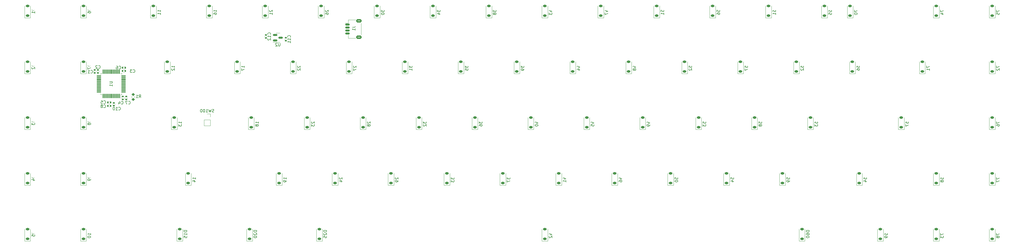
<source format=gbr>
%TF.GenerationSoftware,KiCad,Pcbnew,(7.99.0-267-g8440d7258b)*%
%TF.CreationDate,2024-08-03T18:55:56-07:00*%
%TF.ProjectId,379,3337392e-6b69-4636-9164-5f7063625858,rev?*%
%TF.SameCoordinates,Original*%
%TF.FileFunction,Legend,Bot*%
%TF.FilePolarity,Positive*%
%FSLAX46Y46*%
G04 Gerber Fmt 4.6, Leading zero omitted, Abs format (unit mm)*
G04 Created by KiCad (PCBNEW (7.99.0-267-g8440d7258b)) date 2024-08-03 18:55:56*
%MOMM*%
%LPD*%
G01*
G04 APERTURE LIST*
G04 Aperture macros list*
%AMRoundRect*
0 Rectangle with rounded corners*
0 $1 Rounding radius*
0 $2 $3 $4 $5 $6 $7 $8 $9 X,Y pos of 4 corners*
0 Add a 4 corners polygon primitive as box body*
4,1,4,$2,$3,$4,$5,$6,$7,$8,$9,$2,$3,0*
0 Add four circle primitives for the rounded corners*
1,1,$1+$1,$2,$3*
1,1,$1+$1,$4,$5*
1,1,$1+$1,$6,$7*
1,1,$1+$1,$8,$9*
0 Add four rect primitives between the rounded corners*
20,1,$1+$1,$2,$3,$4,$5,0*
20,1,$1+$1,$4,$5,$6,$7,0*
20,1,$1+$1,$6,$7,$8,$9,0*
20,1,$1+$1,$8,$9,$2,$3,0*%
G04 Aperture macros list end*
%ADD10C,0.150000*%
%ADD11C,0.120000*%
%ADD12C,1.750000*%
%ADD13C,3.987800*%
%ADD14C,2.300000*%
%ADD15C,3.048000*%
%ADD16C,4.000000*%
%ADD17RoundRect,0.140000X-0.140000X-0.170000X0.140000X-0.170000X0.140000X0.170000X-0.140000X0.170000X0*%
%ADD18RoundRect,0.225000X0.375000X-0.225000X0.375000X0.225000X-0.375000X0.225000X-0.375000X-0.225000X0*%
%ADD19RoundRect,0.140000X0.170000X-0.140000X0.170000X0.140000X-0.170000X0.140000X-0.170000X-0.140000X0*%
%ADD20RoundRect,0.140000X-0.170000X0.140000X-0.170000X-0.140000X0.170000X-0.140000X0.170000X0.140000X0*%
%ADD21RoundRect,0.150000X-0.625000X0.150000X-0.625000X-0.150000X0.625000X-0.150000X0.625000X0.150000X0*%
%ADD22RoundRect,0.250000X-0.650000X0.350000X-0.650000X-0.350000X0.650000X-0.350000X0.650000X0.350000X0*%
%ADD23RoundRect,0.075000X0.075000X-0.662500X0.075000X0.662500X-0.075000X0.662500X-0.075000X-0.662500X0*%
%ADD24RoundRect,0.075000X0.662500X-0.075000X0.662500X0.075000X-0.662500X0.075000X-0.662500X-0.075000X0*%
%ADD25R,1.350000X1.350000*%
%ADD26O,1.350000X1.350000*%
%ADD27RoundRect,0.150000X-0.587500X-0.150000X0.587500X-0.150000X0.587500X0.150000X-0.587500X0.150000X0*%
%ADD28RoundRect,0.200000X-0.275000X0.200000X-0.275000X-0.200000X0.275000X-0.200000X0.275000X0.200000X0*%
G04 APERTURE END LIST*
D10*
%TO.C,C8*%
X59342666Y-63817380D02*
X59390285Y-63865000D01*
X59390285Y-63865000D02*
X59533142Y-63912619D01*
X59533142Y-63912619D02*
X59628380Y-63912619D01*
X59628380Y-63912619D02*
X59771237Y-63865000D01*
X59771237Y-63865000D02*
X59866475Y-63769761D01*
X59866475Y-63769761D02*
X59914094Y-63674523D01*
X59914094Y-63674523D02*
X59961713Y-63484047D01*
X59961713Y-63484047D02*
X59961713Y-63341190D01*
X59961713Y-63341190D02*
X59914094Y-63150714D01*
X59914094Y-63150714D02*
X59866475Y-63055476D01*
X59866475Y-63055476D02*
X59771237Y-62960238D01*
X59771237Y-62960238D02*
X59628380Y-62912619D01*
X59628380Y-62912619D02*
X59533142Y-62912619D01*
X59533142Y-62912619D02*
X59390285Y-62960238D01*
X59390285Y-62960238D02*
X59342666Y-63007857D01*
X58771237Y-63341190D02*
X58866475Y-63293571D01*
X58866475Y-63293571D02*
X58914094Y-63245952D01*
X58914094Y-63245952D02*
X58961713Y-63150714D01*
X58961713Y-63150714D02*
X58961713Y-63103095D01*
X58961713Y-63103095D02*
X58914094Y-63007857D01*
X58914094Y-63007857D02*
X58866475Y-62960238D01*
X58866475Y-62960238D02*
X58771237Y-62912619D01*
X58771237Y-62912619D02*
X58580761Y-62912619D01*
X58580761Y-62912619D02*
X58485523Y-62960238D01*
X58485523Y-62960238D02*
X58437904Y-63007857D01*
X58437904Y-63007857D02*
X58390285Y-63103095D01*
X58390285Y-63103095D02*
X58390285Y-63150714D01*
X58390285Y-63150714D02*
X58437904Y-63245952D01*
X58437904Y-63245952D02*
X58485523Y-63293571D01*
X58485523Y-63293571D02*
X58580761Y-63341190D01*
X58580761Y-63341190D02*
X58771237Y-63341190D01*
X58771237Y-63341190D02*
X58866475Y-63388809D01*
X58866475Y-63388809D02*
X58914094Y-63436428D01*
X58914094Y-63436428D02*
X58961713Y-63531666D01*
X58961713Y-63531666D02*
X58961713Y-63722142D01*
X58961713Y-63722142D02*
X58914094Y-63817380D01*
X58914094Y-63817380D02*
X58866475Y-63865000D01*
X58866475Y-63865000D02*
X58771237Y-63912619D01*
X58771237Y-63912619D02*
X58580761Y-63912619D01*
X58580761Y-63912619D02*
X58485523Y-63865000D01*
X58485523Y-63865000D02*
X58437904Y-63817380D01*
X58437904Y-63817380D02*
X58390285Y-63722142D01*
X58390285Y-63722142D02*
X58390285Y-63531666D01*
X58390285Y-63531666D02*
X58437904Y-63436428D01*
X58437904Y-63436428D02*
X58485523Y-63388809D01*
X58485523Y-63388809D02*
X58580761Y-63341190D01*
%TO.C,D69*%
X326351119Y-105835714D02*
X325351119Y-105835714D01*
X325351119Y-105835714D02*
X325351119Y-106073809D01*
X325351119Y-106073809D02*
X325398738Y-106216666D01*
X325398738Y-106216666D02*
X325493976Y-106311904D01*
X325493976Y-106311904D02*
X325589214Y-106359523D01*
X325589214Y-106359523D02*
X325779690Y-106407142D01*
X325779690Y-106407142D02*
X325922547Y-106407142D01*
X325922547Y-106407142D02*
X326113023Y-106359523D01*
X326113023Y-106359523D02*
X326208261Y-106311904D01*
X326208261Y-106311904D02*
X326303500Y-106216666D01*
X326303500Y-106216666D02*
X326351119Y-106073809D01*
X326351119Y-106073809D02*
X326351119Y-105835714D01*
X325351119Y-107264285D02*
X325351119Y-107073809D01*
X325351119Y-107073809D02*
X325398738Y-106978571D01*
X325398738Y-106978571D02*
X325446357Y-106930952D01*
X325446357Y-106930952D02*
X325589214Y-106835714D01*
X325589214Y-106835714D02*
X325779690Y-106788095D01*
X325779690Y-106788095D02*
X326160642Y-106788095D01*
X326160642Y-106788095D02*
X326255880Y-106835714D01*
X326255880Y-106835714D02*
X326303500Y-106883333D01*
X326303500Y-106883333D02*
X326351119Y-106978571D01*
X326351119Y-106978571D02*
X326351119Y-107169047D01*
X326351119Y-107169047D02*
X326303500Y-107264285D01*
X326303500Y-107264285D02*
X326255880Y-107311904D01*
X326255880Y-107311904D02*
X326160642Y-107359523D01*
X326160642Y-107359523D02*
X325922547Y-107359523D01*
X325922547Y-107359523D02*
X325827309Y-107311904D01*
X325827309Y-107311904D02*
X325779690Y-107264285D01*
X325779690Y-107264285D02*
X325732071Y-107169047D01*
X325732071Y-107169047D02*
X325732071Y-106978571D01*
X325732071Y-106978571D02*
X325779690Y-106883333D01*
X325779690Y-106883333D02*
X325827309Y-106835714D01*
X325827309Y-106835714D02*
X325922547Y-106788095D01*
X326351119Y-107835714D02*
X326351119Y-108026190D01*
X326351119Y-108026190D02*
X326303500Y-108121428D01*
X326303500Y-108121428D02*
X326255880Y-108169047D01*
X326255880Y-108169047D02*
X326113023Y-108264285D01*
X326113023Y-108264285D02*
X325922547Y-108311904D01*
X325922547Y-108311904D02*
X325541595Y-108311904D01*
X325541595Y-108311904D02*
X325446357Y-108264285D01*
X325446357Y-108264285D02*
X325398738Y-108216666D01*
X325398738Y-108216666D02*
X325351119Y-108121428D01*
X325351119Y-108121428D02*
X325351119Y-107930952D01*
X325351119Y-107930952D02*
X325398738Y-107835714D01*
X325398738Y-107835714D02*
X325446357Y-107788095D01*
X325446357Y-107788095D02*
X325541595Y-107740476D01*
X325541595Y-107740476D02*
X325779690Y-107740476D01*
X325779690Y-107740476D02*
X325874928Y-107788095D01*
X325874928Y-107788095D02*
X325922547Y-107835714D01*
X325922547Y-107835714D02*
X325970166Y-107930952D01*
X325970166Y-107930952D02*
X325970166Y-108121428D01*
X325970166Y-108121428D02*
X325922547Y-108216666D01*
X325922547Y-108216666D02*
X325874928Y-108264285D01*
X325874928Y-108264285D02*
X325779690Y-108311904D01*
%TO.C,D56*%
X269201119Y-29635714D02*
X268201119Y-29635714D01*
X268201119Y-29635714D02*
X268201119Y-29873809D01*
X268201119Y-29873809D02*
X268248738Y-30016666D01*
X268248738Y-30016666D02*
X268343976Y-30111904D01*
X268343976Y-30111904D02*
X268439214Y-30159523D01*
X268439214Y-30159523D02*
X268629690Y-30207142D01*
X268629690Y-30207142D02*
X268772547Y-30207142D01*
X268772547Y-30207142D02*
X268963023Y-30159523D01*
X268963023Y-30159523D02*
X269058261Y-30111904D01*
X269058261Y-30111904D02*
X269153500Y-30016666D01*
X269153500Y-30016666D02*
X269201119Y-29873809D01*
X269201119Y-29873809D02*
X269201119Y-29635714D01*
X268201119Y-31111904D02*
X268201119Y-30635714D01*
X268201119Y-30635714D02*
X268677309Y-30588095D01*
X268677309Y-30588095D02*
X268629690Y-30635714D01*
X268629690Y-30635714D02*
X268582071Y-30730952D01*
X268582071Y-30730952D02*
X268582071Y-30969047D01*
X268582071Y-30969047D02*
X268629690Y-31064285D01*
X268629690Y-31064285D02*
X268677309Y-31111904D01*
X268677309Y-31111904D02*
X268772547Y-31159523D01*
X268772547Y-31159523D02*
X269010642Y-31159523D01*
X269010642Y-31159523D02*
X269105880Y-31111904D01*
X269105880Y-31111904D02*
X269153500Y-31064285D01*
X269153500Y-31064285D02*
X269201119Y-30969047D01*
X269201119Y-30969047D02*
X269201119Y-30730952D01*
X269201119Y-30730952D02*
X269153500Y-30635714D01*
X269153500Y-30635714D02*
X269105880Y-30588095D01*
X268201119Y-32016666D02*
X268201119Y-31826190D01*
X268201119Y-31826190D02*
X268248738Y-31730952D01*
X268248738Y-31730952D02*
X268296357Y-31683333D01*
X268296357Y-31683333D02*
X268439214Y-31588095D01*
X268439214Y-31588095D02*
X268629690Y-31540476D01*
X268629690Y-31540476D02*
X269010642Y-31540476D01*
X269010642Y-31540476D02*
X269105880Y-31588095D01*
X269105880Y-31588095D02*
X269153500Y-31635714D01*
X269153500Y-31635714D02*
X269201119Y-31730952D01*
X269201119Y-31730952D02*
X269201119Y-31921428D01*
X269201119Y-31921428D02*
X269153500Y-32016666D01*
X269153500Y-32016666D02*
X269105880Y-32064285D01*
X269105880Y-32064285D02*
X269010642Y-32111904D01*
X269010642Y-32111904D02*
X268772547Y-32111904D01*
X268772547Y-32111904D02*
X268677309Y-32064285D01*
X268677309Y-32064285D02*
X268629690Y-32016666D01*
X268629690Y-32016666D02*
X268582071Y-31921428D01*
X268582071Y-31921428D02*
X268582071Y-31730952D01*
X268582071Y-31730952D02*
X268629690Y-31635714D01*
X268629690Y-31635714D02*
X268677309Y-31588095D01*
X268677309Y-31588095D02*
X268772547Y-31540476D01*
%TO.C,D68*%
X345401119Y-86785714D02*
X344401119Y-86785714D01*
X344401119Y-86785714D02*
X344401119Y-87023809D01*
X344401119Y-87023809D02*
X344448738Y-87166666D01*
X344448738Y-87166666D02*
X344543976Y-87261904D01*
X344543976Y-87261904D02*
X344639214Y-87309523D01*
X344639214Y-87309523D02*
X344829690Y-87357142D01*
X344829690Y-87357142D02*
X344972547Y-87357142D01*
X344972547Y-87357142D02*
X345163023Y-87309523D01*
X345163023Y-87309523D02*
X345258261Y-87261904D01*
X345258261Y-87261904D02*
X345353500Y-87166666D01*
X345353500Y-87166666D02*
X345401119Y-87023809D01*
X345401119Y-87023809D02*
X345401119Y-86785714D01*
X344401119Y-88214285D02*
X344401119Y-88023809D01*
X344401119Y-88023809D02*
X344448738Y-87928571D01*
X344448738Y-87928571D02*
X344496357Y-87880952D01*
X344496357Y-87880952D02*
X344639214Y-87785714D01*
X344639214Y-87785714D02*
X344829690Y-87738095D01*
X344829690Y-87738095D02*
X345210642Y-87738095D01*
X345210642Y-87738095D02*
X345305880Y-87785714D01*
X345305880Y-87785714D02*
X345353500Y-87833333D01*
X345353500Y-87833333D02*
X345401119Y-87928571D01*
X345401119Y-87928571D02*
X345401119Y-88119047D01*
X345401119Y-88119047D02*
X345353500Y-88214285D01*
X345353500Y-88214285D02*
X345305880Y-88261904D01*
X345305880Y-88261904D02*
X345210642Y-88309523D01*
X345210642Y-88309523D02*
X344972547Y-88309523D01*
X344972547Y-88309523D02*
X344877309Y-88261904D01*
X344877309Y-88261904D02*
X344829690Y-88214285D01*
X344829690Y-88214285D02*
X344782071Y-88119047D01*
X344782071Y-88119047D02*
X344782071Y-87928571D01*
X344782071Y-87928571D02*
X344829690Y-87833333D01*
X344829690Y-87833333D02*
X344877309Y-87785714D01*
X344877309Y-87785714D02*
X344972547Y-87738095D01*
X344829690Y-88880952D02*
X344782071Y-88785714D01*
X344782071Y-88785714D02*
X344734452Y-88738095D01*
X344734452Y-88738095D02*
X344639214Y-88690476D01*
X344639214Y-88690476D02*
X344591595Y-88690476D01*
X344591595Y-88690476D02*
X344496357Y-88738095D01*
X344496357Y-88738095D02*
X344448738Y-88785714D01*
X344448738Y-88785714D02*
X344401119Y-88880952D01*
X344401119Y-88880952D02*
X344401119Y-89071428D01*
X344401119Y-89071428D02*
X344448738Y-89166666D01*
X344448738Y-89166666D02*
X344496357Y-89214285D01*
X344496357Y-89214285D02*
X344591595Y-89261904D01*
X344591595Y-89261904D02*
X344639214Y-89261904D01*
X344639214Y-89261904D02*
X344734452Y-89214285D01*
X344734452Y-89214285D02*
X344782071Y-89166666D01*
X344782071Y-89166666D02*
X344829690Y-89071428D01*
X344829690Y-89071428D02*
X344829690Y-88880952D01*
X344829690Y-88880952D02*
X344877309Y-88785714D01*
X344877309Y-88785714D02*
X344924928Y-88738095D01*
X344924928Y-88738095D02*
X345020166Y-88690476D01*
X345020166Y-88690476D02*
X345210642Y-88690476D01*
X345210642Y-88690476D02*
X345305880Y-88738095D01*
X345305880Y-88738095D02*
X345353500Y-88785714D01*
X345353500Y-88785714D02*
X345401119Y-88880952D01*
X345401119Y-88880952D02*
X345401119Y-89071428D01*
X345401119Y-89071428D02*
X345353500Y-89166666D01*
X345353500Y-89166666D02*
X345305880Y-89214285D01*
X345305880Y-89214285D02*
X345210642Y-89261904D01*
X345210642Y-89261904D02*
X345020166Y-89261904D01*
X345020166Y-89261904D02*
X344924928Y-89214285D01*
X344924928Y-89214285D02*
X344877309Y-89166666D01*
X344877309Y-89166666D02*
X344829690Y-89071428D01*
%TO.C,D12*%
X83463619Y-48685714D02*
X82463619Y-48685714D01*
X82463619Y-48685714D02*
X82463619Y-48923809D01*
X82463619Y-48923809D02*
X82511238Y-49066666D01*
X82511238Y-49066666D02*
X82606476Y-49161904D01*
X82606476Y-49161904D02*
X82701714Y-49209523D01*
X82701714Y-49209523D02*
X82892190Y-49257142D01*
X82892190Y-49257142D02*
X83035047Y-49257142D01*
X83035047Y-49257142D02*
X83225523Y-49209523D01*
X83225523Y-49209523D02*
X83320761Y-49161904D01*
X83320761Y-49161904D02*
X83416000Y-49066666D01*
X83416000Y-49066666D02*
X83463619Y-48923809D01*
X83463619Y-48923809D02*
X83463619Y-48685714D01*
X83463619Y-50209523D02*
X83463619Y-49638095D01*
X83463619Y-49923809D02*
X82463619Y-49923809D01*
X82463619Y-49923809D02*
X82606476Y-49828571D01*
X82606476Y-49828571D02*
X82701714Y-49733333D01*
X82701714Y-49733333D02*
X82749333Y-49638095D01*
X82558857Y-50590476D02*
X82511238Y-50638095D01*
X82511238Y-50638095D02*
X82463619Y-50733333D01*
X82463619Y-50733333D02*
X82463619Y-50971428D01*
X82463619Y-50971428D02*
X82511238Y-51066666D01*
X82511238Y-51066666D02*
X82558857Y-51114285D01*
X82558857Y-51114285D02*
X82654095Y-51161904D01*
X82654095Y-51161904D02*
X82749333Y-51161904D01*
X82749333Y-51161904D02*
X82892190Y-51114285D01*
X82892190Y-51114285D02*
X83463619Y-50542857D01*
X83463619Y-50542857D02*
X83463619Y-51161904D01*
%TO.C,D40*%
X207288619Y-67735714D02*
X206288619Y-67735714D01*
X206288619Y-67735714D02*
X206288619Y-67973809D01*
X206288619Y-67973809D02*
X206336238Y-68116666D01*
X206336238Y-68116666D02*
X206431476Y-68211904D01*
X206431476Y-68211904D02*
X206526714Y-68259523D01*
X206526714Y-68259523D02*
X206717190Y-68307142D01*
X206717190Y-68307142D02*
X206860047Y-68307142D01*
X206860047Y-68307142D02*
X207050523Y-68259523D01*
X207050523Y-68259523D02*
X207145761Y-68211904D01*
X207145761Y-68211904D02*
X207241000Y-68116666D01*
X207241000Y-68116666D02*
X207288619Y-67973809D01*
X207288619Y-67973809D02*
X207288619Y-67735714D01*
X206621952Y-69164285D02*
X207288619Y-69164285D01*
X206241000Y-68926190D02*
X206955285Y-68688095D01*
X206955285Y-68688095D02*
X206955285Y-69307142D01*
X206288619Y-69878571D02*
X206288619Y-69973809D01*
X206288619Y-69973809D02*
X206336238Y-70069047D01*
X206336238Y-70069047D02*
X206383857Y-70116666D01*
X206383857Y-70116666D02*
X206479095Y-70164285D01*
X206479095Y-70164285D02*
X206669571Y-70211904D01*
X206669571Y-70211904D02*
X206907666Y-70211904D01*
X206907666Y-70211904D02*
X207098142Y-70164285D01*
X207098142Y-70164285D02*
X207193380Y-70116666D01*
X207193380Y-70116666D02*
X207241000Y-70069047D01*
X207241000Y-70069047D02*
X207288619Y-69973809D01*
X207288619Y-69973809D02*
X207288619Y-69878571D01*
X207288619Y-69878571D02*
X207241000Y-69783333D01*
X207241000Y-69783333D02*
X207193380Y-69735714D01*
X207193380Y-69735714D02*
X207098142Y-69688095D01*
X207098142Y-69688095D02*
X206907666Y-69640476D01*
X206907666Y-69640476D02*
X206669571Y-69640476D01*
X206669571Y-69640476D02*
X206479095Y-69688095D01*
X206479095Y-69688095D02*
X206383857Y-69735714D01*
X206383857Y-69735714D02*
X206336238Y-69783333D01*
X206336238Y-69783333D02*
X206288619Y-69878571D01*
%TO.C,D58*%
X283488619Y-67735714D02*
X282488619Y-67735714D01*
X282488619Y-67735714D02*
X282488619Y-67973809D01*
X282488619Y-67973809D02*
X282536238Y-68116666D01*
X282536238Y-68116666D02*
X282631476Y-68211904D01*
X282631476Y-68211904D02*
X282726714Y-68259523D01*
X282726714Y-68259523D02*
X282917190Y-68307142D01*
X282917190Y-68307142D02*
X283060047Y-68307142D01*
X283060047Y-68307142D02*
X283250523Y-68259523D01*
X283250523Y-68259523D02*
X283345761Y-68211904D01*
X283345761Y-68211904D02*
X283441000Y-68116666D01*
X283441000Y-68116666D02*
X283488619Y-67973809D01*
X283488619Y-67973809D02*
X283488619Y-67735714D01*
X282488619Y-69211904D02*
X282488619Y-68735714D01*
X282488619Y-68735714D02*
X282964809Y-68688095D01*
X282964809Y-68688095D02*
X282917190Y-68735714D01*
X282917190Y-68735714D02*
X282869571Y-68830952D01*
X282869571Y-68830952D02*
X282869571Y-69069047D01*
X282869571Y-69069047D02*
X282917190Y-69164285D01*
X282917190Y-69164285D02*
X282964809Y-69211904D01*
X282964809Y-69211904D02*
X283060047Y-69259523D01*
X283060047Y-69259523D02*
X283298142Y-69259523D01*
X283298142Y-69259523D02*
X283393380Y-69211904D01*
X283393380Y-69211904D02*
X283441000Y-69164285D01*
X283441000Y-69164285D02*
X283488619Y-69069047D01*
X283488619Y-69069047D02*
X283488619Y-68830952D01*
X283488619Y-68830952D02*
X283441000Y-68735714D01*
X283441000Y-68735714D02*
X283393380Y-68688095D01*
X282917190Y-69830952D02*
X282869571Y-69735714D01*
X282869571Y-69735714D02*
X282821952Y-69688095D01*
X282821952Y-69688095D02*
X282726714Y-69640476D01*
X282726714Y-69640476D02*
X282679095Y-69640476D01*
X282679095Y-69640476D02*
X282583857Y-69688095D01*
X282583857Y-69688095D02*
X282536238Y-69735714D01*
X282536238Y-69735714D02*
X282488619Y-69830952D01*
X282488619Y-69830952D02*
X282488619Y-70021428D01*
X282488619Y-70021428D02*
X282536238Y-70116666D01*
X282536238Y-70116666D02*
X282583857Y-70164285D01*
X282583857Y-70164285D02*
X282679095Y-70211904D01*
X282679095Y-70211904D02*
X282726714Y-70211904D01*
X282726714Y-70211904D02*
X282821952Y-70164285D01*
X282821952Y-70164285D02*
X282869571Y-70116666D01*
X282869571Y-70116666D02*
X282917190Y-70021428D01*
X282917190Y-70021428D02*
X282917190Y-69830952D01*
X282917190Y-69830952D02*
X282964809Y-69735714D01*
X282964809Y-69735714D02*
X283012428Y-69688095D01*
X283012428Y-69688095D02*
X283107666Y-69640476D01*
X283107666Y-69640476D02*
X283298142Y-69640476D01*
X283298142Y-69640476D02*
X283393380Y-69688095D01*
X283393380Y-69688095D02*
X283441000Y-69735714D01*
X283441000Y-69735714D02*
X283488619Y-69830952D01*
X283488619Y-69830952D02*
X283488619Y-70021428D01*
X283488619Y-70021428D02*
X283441000Y-70116666D01*
X283441000Y-70116666D02*
X283393380Y-70164285D01*
X283393380Y-70164285D02*
X283298142Y-70211904D01*
X283298142Y-70211904D02*
X283107666Y-70211904D01*
X283107666Y-70211904D02*
X283012428Y-70164285D01*
X283012428Y-70164285D02*
X282964809Y-70116666D01*
X282964809Y-70116666D02*
X282917190Y-70021428D01*
%TO.C,D45*%
X226338619Y-67735714D02*
X225338619Y-67735714D01*
X225338619Y-67735714D02*
X225338619Y-67973809D01*
X225338619Y-67973809D02*
X225386238Y-68116666D01*
X225386238Y-68116666D02*
X225481476Y-68211904D01*
X225481476Y-68211904D02*
X225576714Y-68259523D01*
X225576714Y-68259523D02*
X225767190Y-68307142D01*
X225767190Y-68307142D02*
X225910047Y-68307142D01*
X225910047Y-68307142D02*
X226100523Y-68259523D01*
X226100523Y-68259523D02*
X226195761Y-68211904D01*
X226195761Y-68211904D02*
X226291000Y-68116666D01*
X226291000Y-68116666D02*
X226338619Y-67973809D01*
X226338619Y-67973809D02*
X226338619Y-67735714D01*
X225671952Y-69164285D02*
X226338619Y-69164285D01*
X225291000Y-68926190D02*
X226005285Y-68688095D01*
X226005285Y-68688095D02*
X226005285Y-69307142D01*
X225338619Y-70164285D02*
X225338619Y-69688095D01*
X225338619Y-69688095D02*
X225814809Y-69640476D01*
X225814809Y-69640476D02*
X225767190Y-69688095D01*
X225767190Y-69688095D02*
X225719571Y-69783333D01*
X225719571Y-69783333D02*
X225719571Y-70021428D01*
X225719571Y-70021428D02*
X225767190Y-70116666D01*
X225767190Y-70116666D02*
X225814809Y-70164285D01*
X225814809Y-70164285D02*
X225910047Y-70211904D01*
X225910047Y-70211904D02*
X226148142Y-70211904D01*
X226148142Y-70211904D02*
X226243380Y-70164285D01*
X226243380Y-70164285D02*
X226291000Y-70116666D01*
X226291000Y-70116666D02*
X226338619Y-70021428D01*
X226338619Y-70021428D02*
X226338619Y-69783333D01*
X226338619Y-69783333D02*
X226291000Y-69688095D01*
X226291000Y-69688095D02*
X226243380Y-69640476D01*
%TO.C,D31*%
X164426119Y-48685714D02*
X163426119Y-48685714D01*
X163426119Y-48685714D02*
X163426119Y-48923809D01*
X163426119Y-48923809D02*
X163473738Y-49066666D01*
X163473738Y-49066666D02*
X163568976Y-49161904D01*
X163568976Y-49161904D02*
X163664214Y-49209523D01*
X163664214Y-49209523D02*
X163854690Y-49257142D01*
X163854690Y-49257142D02*
X163997547Y-49257142D01*
X163997547Y-49257142D02*
X164188023Y-49209523D01*
X164188023Y-49209523D02*
X164283261Y-49161904D01*
X164283261Y-49161904D02*
X164378500Y-49066666D01*
X164378500Y-49066666D02*
X164426119Y-48923809D01*
X164426119Y-48923809D02*
X164426119Y-48685714D01*
X163426119Y-49590476D02*
X163426119Y-50209523D01*
X163426119Y-50209523D02*
X163807071Y-49876190D01*
X163807071Y-49876190D02*
X163807071Y-50019047D01*
X163807071Y-50019047D02*
X163854690Y-50114285D01*
X163854690Y-50114285D02*
X163902309Y-50161904D01*
X163902309Y-50161904D02*
X163997547Y-50209523D01*
X163997547Y-50209523D02*
X164235642Y-50209523D01*
X164235642Y-50209523D02*
X164330880Y-50161904D01*
X164330880Y-50161904D02*
X164378500Y-50114285D01*
X164378500Y-50114285D02*
X164426119Y-50019047D01*
X164426119Y-50019047D02*
X164426119Y-49733333D01*
X164426119Y-49733333D02*
X164378500Y-49638095D01*
X164378500Y-49638095D02*
X164330880Y-49590476D01*
X164426119Y-51161904D02*
X164426119Y-50590476D01*
X164426119Y-50876190D02*
X163426119Y-50876190D01*
X163426119Y-50876190D02*
X163568976Y-50780952D01*
X163568976Y-50780952D02*
X163664214Y-50685714D01*
X163664214Y-50685714D02*
X163711833Y-50590476D01*
%TO.C,D29*%
X159663619Y-86785714D02*
X158663619Y-86785714D01*
X158663619Y-86785714D02*
X158663619Y-87023809D01*
X158663619Y-87023809D02*
X158711238Y-87166666D01*
X158711238Y-87166666D02*
X158806476Y-87261904D01*
X158806476Y-87261904D02*
X158901714Y-87309523D01*
X158901714Y-87309523D02*
X159092190Y-87357142D01*
X159092190Y-87357142D02*
X159235047Y-87357142D01*
X159235047Y-87357142D02*
X159425523Y-87309523D01*
X159425523Y-87309523D02*
X159520761Y-87261904D01*
X159520761Y-87261904D02*
X159616000Y-87166666D01*
X159616000Y-87166666D02*
X159663619Y-87023809D01*
X159663619Y-87023809D02*
X159663619Y-86785714D01*
X158758857Y-87738095D02*
X158711238Y-87785714D01*
X158711238Y-87785714D02*
X158663619Y-87880952D01*
X158663619Y-87880952D02*
X158663619Y-88119047D01*
X158663619Y-88119047D02*
X158711238Y-88214285D01*
X158711238Y-88214285D02*
X158758857Y-88261904D01*
X158758857Y-88261904D02*
X158854095Y-88309523D01*
X158854095Y-88309523D02*
X158949333Y-88309523D01*
X158949333Y-88309523D02*
X159092190Y-88261904D01*
X159092190Y-88261904D02*
X159663619Y-87690476D01*
X159663619Y-87690476D02*
X159663619Y-88309523D01*
X159663619Y-88785714D02*
X159663619Y-88976190D01*
X159663619Y-88976190D02*
X159616000Y-89071428D01*
X159616000Y-89071428D02*
X159568380Y-89119047D01*
X159568380Y-89119047D02*
X159425523Y-89214285D01*
X159425523Y-89214285D02*
X159235047Y-89261904D01*
X159235047Y-89261904D02*
X158854095Y-89261904D01*
X158854095Y-89261904D02*
X158758857Y-89214285D01*
X158758857Y-89214285D02*
X158711238Y-89166666D01*
X158711238Y-89166666D02*
X158663619Y-89071428D01*
X158663619Y-89071428D02*
X158663619Y-88880952D01*
X158663619Y-88880952D02*
X158711238Y-88785714D01*
X158711238Y-88785714D02*
X158758857Y-88738095D01*
X158758857Y-88738095D02*
X158854095Y-88690476D01*
X158854095Y-88690476D02*
X159092190Y-88690476D01*
X159092190Y-88690476D02*
X159187428Y-88738095D01*
X159187428Y-88738095D02*
X159235047Y-88785714D01*
X159235047Y-88785714D02*
X159282666Y-88880952D01*
X159282666Y-88880952D02*
X159282666Y-89071428D01*
X159282666Y-89071428D02*
X159235047Y-89166666D01*
X159235047Y-89166666D02*
X159187428Y-89214285D01*
X159187428Y-89214285D02*
X159092190Y-89261904D01*
%TO.C,D63*%
X302538619Y-67735714D02*
X301538619Y-67735714D01*
X301538619Y-67735714D02*
X301538619Y-67973809D01*
X301538619Y-67973809D02*
X301586238Y-68116666D01*
X301586238Y-68116666D02*
X301681476Y-68211904D01*
X301681476Y-68211904D02*
X301776714Y-68259523D01*
X301776714Y-68259523D02*
X301967190Y-68307142D01*
X301967190Y-68307142D02*
X302110047Y-68307142D01*
X302110047Y-68307142D02*
X302300523Y-68259523D01*
X302300523Y-68259523D02*
X302395761Y-68211904D01*
X302395761Y-68211904D02*
X302491000Y-68116666D01*
X302491000Y-68116666D02*
X302538619Y-67973809D01*
X302538619Y-67973809D02*
X302538619Y-67735714D01*
X301538619Y-69164285D02*
X301538619Y-68973809D01*
X301538619Y-68973809D02*
X301586238Y-68878571D01*
X301586238Y-68878571D02*
X301633857Y-68830952D01*
X301633857Y-68830952D02*
X301776714Y-68735714D01*
X301776714Y-68735714D02*
X301967190Y-68688095D01*
X301967190Y-68688095D02*
X302348142Y-68688095D01*
X302348142Y-68688095D02*
X302443380Y-68735714D01*
X302443380Y-68735714D02*
X302491000Y-68783333D01*
X302491000Y-68783333D02*
X302538619Y-68878571D01*
X302538619Y-68878571D02*
X302538619Y-69069047D01*
X302538619Y-69069047D02*
X302491000Y-69164285D01*
X302491000Y-69164285D02*
X302443380Y-69211904D01*
X302443380Y-69211904D02*
X302348142Y-69259523D01*
X302348142Y-69259523D02*
X302110047Y-69259523D01*
X302110047Y-69259523D02*
X302014809Y-69211904D01*
X302014809Y-69211904D02*
X301967190Y-69164285D01*
X301967190Y-69164285D02*
X301919571Y-69069047D01*
X301919571Y-69069047D02*
X301919571Y-68878571D01*
X301919571Y-68878571D02*
X301967190Y-68783333D01*
X301967190Y-68783333D02*
X302014809Y-68735714D01*
X302014809Y-68735714D02*
X302110047Y-68688095D01*
X301538619Y-69592857D02*
X301538619Y-70211904D01*
X301538619Y-70211904D02*
X301919571Y-69878571D01*
X301919571Y-69878571D02*
X301919571Y-70021428D01*
X301919571Y-70021428D02*
X301967190Y-70116666D01*
X301967190Y-70116666D02*
X302014809Y-70164285D01*
X302014809Y-70164285D02*
X302110047Y-70211904D01*
X302110047Y-70211904D02*
X302348142Y-70211904D01*
X302348142Y-70211904D02*
X302443380Y-70164285D01*
X302443380Y-70164285D02*
X302491000Y-70116666D01*
X302491000Y-70116666D02*
X302538619Y-70021428D01*
X302538619Y-70021428D02*
X302538619Y-69735714D01*
X302538619Y-69735714D02*
X302491000Y-69640476D01*
X302491000Y-69640476D02*
X302443380Y-69592857D01*
%TO.C,D43*%
X212051119Y-29635714D02*
X211051119Y-29635714D01*
X211051119Y-29635714D02*
X211051119Y-29873809D01*
X211051119Y-29873809D02*
X211098738Y-30016666D01*
X211098738Y-30016666D02*
X211193976Y-30111904D01*
X211193976Y-30111904D02*
X211289214Y-30159523D01*
X211289214Y-30159523D02*
X211479690Y-30207142D01*
X211479690Y-30207142D02*
X211622547Y-30207142D01*
X211622547Y-30207142D02*
X211813023Y-30159523D01*
X211813023Y-30159523D02*
X211908261Y-30111904D01*
X211908261Y-30111904D02*
X212003500Y-30016666D01*
X212003500Y-30016666D02*
X212051119Y-29873809D01*
X212051119Y-29873809D02*
X212051119Y-29635714D01*
X211384452Y-31064285D02*
X212051119Y-31064285D01*
X211003500Y-30826190D02*
X211717785Y-30588095D01*
X211717785Y-30588095D02*
X211717785Y-31207142D01*
X211051119Y-31492857D02*
X211051119Y-32111904D01*
X211051119Y-32111904D02*
X211432071Y-31778571D01*
X211432071Y-31778571D02*
X211432071Y-31921428D01*
X211432071Y-31921428D02*
X211479690Y-32016666D01*
X211479690Y-32016666D02*
X211527309Y-32064285D01*
X211527309Y-32064285D02*
X211622547Y-32111904D01*
X211622547Y-32111904D02*
X211860642Y-32111904D01*
X211860642Y-32111904D02*
X211955880Y-32064285D01*
X211955880Y-32064285D02*
X212003500Y-32016666D01*
X212003500Y-32016666D02*
X212051119Y-31921428D01*
X212051119Y-31921428D02*
X212051119Y-31635714D01*
X212051119Y-31635714D02*
X212003500Y-31540476D01*
X212003500Y-31540476D02*
X211955880Y-31492857D01*
%TO.C,D70*%
X316062619Y-29635714D02*
X315062619Y-29635714D01*
X315062619Y-29635714D02*
X315062619Y-29873809D01*
X315062619Y-29873809D02*
X315110238Y-30016666D01*
X315110238Y-30016666D02*
X315205476Y-30111904D01*
X315205476Y-30111904D02*
X315300714Y-30159523D01*
X315300714Y-30159523D02*
X315491190Y-30207142D01*
X315491190Y-30207142D02*
X315634047Y-30207142D01*
X315634047Y-30207142D02*
X315824523Y-30159523D01*
X315824523Y-30159523D02*
X315919761Y-30111904D01*
X315919761Y-30111904D02*
X316015000Y-30016666D01*
X316015000Y-30016666D02*
X316062619Y-29873809D01*
X316062619Y-29873809D02*
X316062619Y-29635714D01*
X315062619Y-30540476D02*
X315062619Y-31207142D01*
X315062619Y-31207142D02*
X316062619Y-30778571D01*
X315062619Y-31778571D02*
X315062619Y-31873809D01*
X315062619Y-31873809D02*
X315110238Y-31969047D01*
X315110238Y-31969047D02*
X315157857Y-32016666D01*
X315157857Y-32016666D02*
X315253095Y-32064285D01*
X315253095Y-32064285D02*
X315443571Y-32111904D01*
X315443571Y-32111904D02*
X315681666Y-32111904D01*
X315681666Y-32111904D02*
X315872142Y-32064285D01*
X315872142Y-32064285D02*
X315967380Y-32016666D01*
X315967380Y-32016666D02*
X316015000Y-31969047D01*
X316015000Y-31969047D02*
X316062619Y-31873809D01*
X316062619Y-31873809D02*
X316062619Y-31778571D01*
X316062619Y-31778571D02*
X316015000Y-31683333D01*
X316015000Y-31683333D02*
X315967380Y-31635714D01*
X315967380Y-31635714D02*
X315872142Y-31588095D01*
X315872142Y-31588095D02*
X315681666Y-31540476D01*
X315681666Y-31540476D02*
X315443571Y-31540476D01*
X315443571Y-31540476D02*
X315253095Y-31588095D01*
X315253095Y-31588095D02*
X315157857Y-31635714D01*
X315157857Y-31635714D02*
X315110238Y-31683333D01*
X315110238Y-31683333D02*
X315062619Y-31778571D01*
%TO.C,D41*%
X216813619Y-86785714D02*
X215813619Y-86785714D01*
X215813619Y-86785714D02*
X215813619Y-87023809D01*
X215813619Y-87023809D02*
X215861238Y-87166666D01*
X215861238Y-87166666D02*
X215956476Y-87261904D01*
X215956476Y-87261904D02*
X216051714Y-87309523D01*
X216051714Y-87309523D02*
X216242190Y-87357142D01*
X216242190Y-87357142D02*
X216385047Y-87357142D01*
X216385047Y-87357142D02*
X216575523Y-87309523D01*
X216575523Y-87309523D02*
X216670761Y-87261904D01*
X216670761Y-87261904D02*
X216766000Y-87166666D01*
X216766000Y-87166666D02*
X216813619Y-87023809D01*
X216813619Y-87023809D02*
X216813619Y-86785714D01*
X216146952Y-88214285D02*
X216813619Y-88214285D01*
X215766000Y-87976190D02*
X216480285Y-87738095D01*
X216480285Y-87738095D02*
X216480285Y-88357142D01*
X216813619Y-89261904D02*
X216813619Y-88690476D01*
X216813619Y-88976190D02*
X215813619Y-88976190D01*
X215813619Y-88976190D02*
X215956476Y-88880952D01*
X215956476Y-88880952D02*
X216051714Y-88785714D01*
X216051714Y-88785714D02*
X216099333Y-88690476D01*
%TO.C,C6*%
X64542666Y-50617380D02*
X64590285Y-50665000D01*
X64590285Y-50665000D02*
X64733142Y-50712619D01*
X64733142Y-50712619D02*
X64828380Y-50712619D01*
X64828380Y-50712619D02*
X64971237Y-50665000D01*
X64971237Y-50665000D02*
X65066475Y-50569761D01*
X65066475Y-50569761D02*
X65114094Y-50474523D01*
X65114094Y-50474523D02*
X65161713Y-50284047D01*
X65161713Y-50284047D02*
X65161713Y-50141190D01*
X65161713Y-50141190D02*
X65114094Y-49950714D01*
X65114094Y-49950714D02*
X65066475Y-49855476D01*
X65066475Y-49855476D02*
X64971237Y-49760238D01*
X64971237Y-49760238D02*
X64828380Y-49712619D01*
X64828380Y-49712619D02*
X64733142Y-49712619D01*
X64733142Y-49712619D02*
X64590285Y-49760238D01*
X64590285Y-49760238D02*
X64542666Y-49807857D01*
X63685523Y-49712619D02*
X63875999Y-49712619D01*
X63875999Y-49712619D02*
X63971237Y-49760238D01*
X63971237Y-49760238D02*
X64018856Y-49807857D01*
X64018856Y-49807857D02*
X64114094Y-49950714D01*
X64114094Y-49950714D02*
X64161713Y-50141190D01*
X64161713Y-50141190D02*
X64161713Y-50522142D01*
X64161713Y-50522142D02*
X64114094Y-50617380D01*
X64114094Y-50617380D02*
X64066475Y-50665000D01*
X64066475Y-50665000D02*
X63971237Y-50712619D01*
X63971237Y-50712619D02*
X63780761Y-50712619D01*
X63780761Y-50712619D02*
X63685523Y-50665000D01*
X63685523Y-50665000D02*
X63637904Y-50617380D01*
X63637904Y-50617380D02*
X63590285Y-50522142D01*
X63590285Y-50522142D02*
X63590285Y-50284047D01*
X63590285Y-50284047D02*
X63637904Y-50188809D01*
X63637904Y-50188809D02*
X63685523Y-50141190D01*
X63685523Y-50141190D02*
X63780761Y-50093571D01*
X63780761Y-50093571D02*
X63971237Y-50093571D01*
X63971237Y-50093571D02*
X64066475Y-50141190D01*
X64066475Y-50141190D02*
X64114094Y-50188809D01*
X64114094Y-50188809D02*
X64161713Y-50284047D01*
%TO.C,D20*%
X111462619Y-105835714D02*
X110462619Y-105835714D01*
X110462619Y-105835714D02*
X110462619Y-106073809D01*
X110462619Y-106073809D02*
X110510238Y-106216666D01*
X110510238Y-106216666D02*
X110605476Y-106311904D01*
X110605476Y-106311904D02*
X110700714Y-106359523D01*
X110700714Y-106359523D02*
X110891190Y-106407142D01*
X110891190Y-106407142D02*
X111034047Y-106407142D01*
X111034047Y-106407142D02*
X111224523Y-106359523D01*
X111224523Y-106359523D02*
X111319761Y-106311904D01*
X111319761Y-106311904D02*
X111415000Y-106216666D01*
X111415000Y-106216666D02*
X111462619Y-106073809D01*
X111462619Y-106073809D02*
X111462619Y-105835714D01*
X110557857Y-106788095D02*
X110510238Y-106835714D01*
X110510238Y-106835714D02*
X110462619Y-106930952D01*
X110462619Y-106930952D02*
X110462619Y-107169047D01*
X110462619Y-107169047D02*
X110510238Y-107264285D01*
X110510238Y-107264285D02*
X110557857Y-107311904D01*
X110557857Y-107311904D02*
X110653095Y-107359523D01*
X110653095Y-107359523D02*
X110748333Y-107359523D01*
X110748333Y-107359523D02*
X110891190Y-107311904D01*
X110891190Y-107311904D02*
X111462619Y-106740476D01*
X111462619Y-106740476D02*
X111462619Y-107359523D01*
X110462619Y-107978571D02*
X110462619Y-108073809D01*
X110462619Y-108073809D02*
X110510238Y-108169047D01*
X110510238Y-108169047D02*
X110557857Y-108216666D01*
X110557857Y-108216666D02*
X110653095Y-108264285D01*
X110653095Y-108264285D02*
X110843571Y-108311904D01*
X110843571Y-108311904D02*
X111081666Y-108311904D01*
X111081666Y-108311904D02*
X111272142Y-108264285D01*
X111272142Y-108264285D02*
X111367380Y-108216666D01*
X111367380Y-108216666D02*
X111415000Y-108169047D01*
X111415000Y-108169047D02*
X111462619Y-108073809D01*
X111462619Y-108073809D02*
X111462619Y-107978571D01*
X111462619Y-107978571D02*
X111415000Y-107883333D01*
X111415000Y-107883333D02*
X111367380Y-107835714D01*
X111367380Y-107835714D02*
X111272142Y-107788095D01*
X111272142Y-107788095D02*
X111081666Y-107740476D01*
X111081666Y-107740476D02*
X110843571Y-107740476D01*
X110843571Y-107740476D02*
X110653095Y-107788095D01*
X110653095Y-107788095D02*
X110557857Y-107835714D01*
X110557857Y-107835714D02*
X110510238Y-107883333D01*
X110510238Y-107883333D02*
X110462619Y-107978571D01*
%TO.C,D30*%
X154901119Y-29635714D02*
X153901119Y-29635714D01*
X153901119Y-29635714D02*
X153901119Y-29873809D01*
X153901119Y-29873809D02*
X153948738Y-30016666D01*
X153948738Y-30016666D02*
X154043976Y-30111904D01*
X154043976Y-30111904D02*
X154139214Y-30159523D01*
X154139214Y-30159523D02*
X154329690Y-30207142D01*
X154329690Y-30207142D02*
X154472547Y-30207142D01*
X154472547Y-30207142D02*
X154663023Y-30159523D01*
X154663023Y-30159523D02*
X154758261Y-30111904D01*
X154758261Y-30111904D02*
X154853500Y-30016666D01*
X154853500Y-30016666D02*
X154901119Y-29873809D01*
X154901119Y-29873809D02*
X154901119Y-29635714D01*
X153901119Y-30540476D02*
X153901119Y-31159523D01*
X153901119Y-31159523D02*
X154282071Y-30826190D01*
X154282071Y-30826190D02*
X154282071Y-30969047D01*
X154282071Y-30969047D02*
X154329690Y-31064285D01*
X154329690Y-31064285D02*
X154377309Y-31111904D01*
X154377309Y-31111904D02*
X154472547Y-31159523D01*
X154472547Y-31159523D02*
X154710642Y-31159523D01*
X154710642Y-31159523D02*
X154805880Y-31111904D01*
X154805880Y-31111904D02*
X154853500Y-31064285D01*
X154853500Y-31064285D02*
X154901119Y-30969047D01*
X154901119Y-30969047D02*
X154901119Y-30683333D01*
X154901119Y-30683333D02*
X154853500Y-30588095D01*
X154853500Y-30588095D02*
X154805880Y-30540476D01*
X153901119Y-31778571D02*
X153901119Y-31873809D01*
X153901119Y-31873809D02*
X153948738Y-31969047D01*
X153948738Y-31969047D02*
X153996357Y-32016666D01*
X153996357Y-32016666D02*
X154091595Y-32064285D01*
X154091595Y-32064285D02*
X154282071Y-32111904D01*
X154282071Y-32111904D02*
X154520166Y-32111904D01*
X154520166Y-32111904D02*
X154710642Y-32064285D01*
X154710642Y-32064285D02*
X154805880Y-32016666D01*
X154805880Y-32016666D02*
X154853500Y-31969047D01*
X154853500Y-31969047D02*
X154901119Y-31873809D01*
X154901119Y-31873809D02*
X154901119Y-31778571D01*
X154901119Y-31778571D02*
X154853500Y-31683333D01*
X154853500Y-31683333D02*
X154805880Y-31635714D01*
X154805880Y-31635714D02*
X154710642Y-31588095D01*
X154710642Y-31588095D02*
X154520166Y-31540476D01*
X154520166Y-31540476D02*
X154282071Y-31540476D01*
X154282071Y-31540476D02*
X154091595Y-31588095D01*
X154091595Y-31588095D02*
X153996357Y-31635714D01*
X153996357Y-31635714D02*
X153948738Y-31683333D01*
X153948738Y-31683333D02*
X153901119Y-31778571D01*
%TO.C,C12*%
X116103380Y-38957142D02*
X116151000Y-38909523D01*
X116151000Y-38909523D02*
X116198619Y-38766666D01*
X116198619Y-38766666D02*
X116198619Y-38671428D01*
X116198619Y-38671428D02*
X116151000Y-38528571D01*
X116151000Y-38528571D02*
X116055761Y-38433333D01*
X116055761Y-38433333D02*
X115960523Y-38385714D01*
X115960523Y-38385714D02*
X115770047Y-38338095D01*
X115770047Y-38338095D02*
X115627190Y-38338095D01*
X115627190Y-38338095D02*
X115436714Y-38385714D01*
X115436714Y-38385714D02*
X115341476Y-38433333D01*
X115341476Y-38433333D02*
X115246238Y-38528571D01*
X115246238Y-38528571D02*
X115198619Y-38671428D01*
X115198619Y-38671428D02*
X115198619Y-38766666D01*
X115198619Y-38766666D02*
X115246238Y-38909523D01*
X115246238Y-38909523D02*
X115293857Y-38957142D01*
X116198619Y-39909523D02*
X116198619Y-39338095D01*
X116198619Y-39623809D02*
X115198619Y-39623809D01*
X115198619Y-39623809D02*
X115341476Y-39528571D01*
X115341476Y-39528571D02*
X115436714Y-39433333D01*
X115436714Y-39433333D02*
X115484333Y-39338095D01*
X115293857Y-40290476D02*
X115246238Y-40338095D01*
X115246238Y-40338095D02*
X115198619Y-40433333D01*
X115198619Y-40433333D02*
X115198619Y-40671428D01*
X115198619Y-40671428D02*
X115246238Y-40766666D01*
X115246238Y-40766666D02*
X115293857Y-40814285D01*
X115293857Y-40814285D02*
X115389095Y-40861904D01*
X115389095Y-40861904D02*
X115484333Y-40861904D01*
X115484333Y-40861904D02*
X115627190Y-40814285D01*
X115627190Y-40814285D02*
X116198619Y-40242857D01*
X116198619Y-40242857D02*
X116198619Y-40861904D01*
%TO.C,D1*%
X35838619Y-30111905D02*
X34838619Y-30111905D01*
X34838619Y-30111905D02*
X34838619Y-30350000D01*
X34838619Y-30350000D02*
X34886238Y-30492857D01*
X34886238Y-30492857D02*
X34981476Y-30588095D01*
X34981476Y-30588095D02*
X35076714Y-30635714D01*
X35076714Y-30635714D02*
X35267190Y-30683333D01*
X35267190Y-30683333D02*
X35410047Y-30683333D01*
X35410047Y-30683333D02*
X35600523Y-30635714D01*
X35600523Y-30635714D02*
X35695761Y-30588095D01*
X35695761Y-30588095D02*
X35791000Y-30492857D01*
X35791000Y-30492857D02*
X35838619Y-30350000D01*
X35838619Y-30350000D02*
X35838619Y-30111905D01*
X35838619Y-31635714D02*
X35838619Y-31064286D01*
X35838619Y-31350000D02*
X34838619Y-31350000D01*
X34838619Y-31350000D02*
X34981476Y-31254762D01*
X34981476Y-31254762D02*
X35076714Y-31159524D01*
X35076714Y-31159524D02*
X35124333Y-31064286D01*
%TO.C,D16*%
X97751119Y-29635714D02*
X96751119Y-29635714D01*
X96751119Y-29635714D02*
X96751119Y-29873809D01*
X96751119Y-29873809D02*
X96798738Y-30016666D01*
X96798738Y-30016666D02*
X96893976Y-30111904D01*
X96893976Y-30111904D02*
X96989214Y-30159523D01*
X96989214Y-30159523D02*
X97179690Y-30207142D01*
X97179690Y-30207142D02*
X97322547Y-30207142D01*
X97322547Y-30207142D02*
X97513023Y-30159523D01*
X97513023Y-30159523D02*
X97608261Y-30111904D01*
X97608261Y-30111904D02*
X97703500Y-30016666D01*
X97703500Y-30016666D02*
X97751119Y-29873809D01*
X97751119Y-29873809D02*
X97751119Y-29635714D01*
X97751119Y-31159523D02*
X97751119Y-30588095D01*
X97751119Y-30873809D02*
X96751119Y-30873809D01*
X96751119Y-30873809D02*
X96893976Y-30778571D01*
X96893976Y-30778571D02*
X96989214Y-30683333D01*
X96989214Y-30683333D02*
X97036833Y-30588095D01*
X96751119Y-32016666D02*
X96751119Y-31826190D01*
X96751119Y-31826190D02*
X96798738Y-31730952D01*
X96798738Y-31730952D02*
X96846357Y-31683333D01*
X96846357Y-31683333D02*
X96989214Y-31588095D01*
X96989214Y-31588095D02*
X97179690Y-31540476D01*
X97179690Y-31540476D02*
X97560642Y-31540476D01*
X97560642Y-31540476D02*
X97655880Y-31588095D01*
X97655880Y-31588095D02*
X97703500Y-31635714D01*
X97703500Y-31635714D02*
X97751119Y-31730952D01*
X97751119Y-31730952D02*
X97751119Y-31921428D01*
X97751119Y-31921428D02*
X97703500Y-32016666D01*
X97703500Y-32016666D02*
X97655880Y-32064285D01*
X97655880Y-32064285D02*
X97560642Y-32111904D01*
X97560642Y-32111904D02*
X97322547Y-32111904D01*
X97322547Y-32111904D02*
X97227309Y-32064285D01*
X97227309Y-32064285D02*
X97179690Y-32016666D01*
X97179690Y-32016666D02*
X97132071Y-31921428D01*
X97132071Y-31921428D02*
X97132071Y-31730952D01*
X97132071Y-31730952D02*
X97179690Y-31635714D01*
X97179690Y-31635714D02*
X97227309Y-31588095D01*
X97227309Y-31588095D02*
X97322547Y-31540476D01*
%TO.C,D7*%
X54888619Y-49161905D02*
X53888619Y-49161905D01*
X53888619Y-49161905D02*
X53888619Y-49400000D01*
X53888619Y-49400000D02*
X53936238Y-49542857D01*
X53936238Y-49542857D02*
X54031476Y-49638095D01*
X54031476Y-49638095D02*
X54126714Y-49685714D01*
X54126714Y-49685714D02*
X54317190Y-49733333D01*
X54317190Y-49733333D02*
X54460047Y-49733333D01*
X54460047Y-49733333D02*
X54650523Y-49685714D01*
X54650523Y-49685714D02*
X54745761Y-49638095D01*
X54745761Y-49638095D02*
X54841000Y-49542857D01*
X54841000Y-49542857D02*
X54888619Y-49400000D01*
X54888619Y-49400000D02*
X54888619Y-49161905D01*
X53888619Y-50066667D02*
X53888619Y-50733333D01*
X53888619Y-50733333D02*
X54888619Y-50304762D01*
%TO.C,C3*%
X69342666Y-51817380D02*
X69390285Y-51865000D01*
X69390285Y-51865000D02*
X69533142Y-51912619D01*
X69533142Y-51912619D02*
X69628380Y-51912619D01*
X69628380Y-51912619D02*
X69771237Y-51865000D01*
X69771237Y-51865000D02*
X69866475Y-51769761D01*
X69866475Y-51769761D02*
X69914094Y-51674523D01*
X69914094Y-51674523D02*
X69961713Y-51484047D01*
X69961713Y-51484047D02*
X69961713Y-51341190D01*
X69961713Y-51341190D02*
X69914094Y-51150714D01*
X69914094Y-51150714D02*
X69866475Y-51055476D01*
X69866475Y-51055476D02*
X69771237Y-50960238D01*
X69771237Y-50960238D02*
X69628380Y-50912619D01*
X69628380Y-50912619D02*
X69533142Y-50912619D01*
X69533142Y-50912619D02*
X69390285Y-50960238D01*
X69390285Y-50960238D02*
X69342666Y-51007857D01*
X69009332Y-50912619D02*
X68390285Y-50912619D01*
X68390285Y-50912619D02*
X68723618Y-51293571D01*
X68723618Y-51293571D02*
X68580761Y-51293571D01*
X68580761Y-51293571D02*
X68485523Y-51341190D01*
X68485523Y-51341190D02*
X68437904Y-51388809D01*
X68437904Y-51388809D02*
X68390285Y-51484047D01*
X68390285Y-51484047D02*
X68390285Y-51722142D01*
X68390285Y-51722142D02*
X68437904Y-51817380D01*
X68437904Y-51817380D02*
X68485523Y-51865000D01*
X68485523Y-51865000D02*
X68580761Y-51912619D01*
X68580761Y-51912619D02*
X68866475Y-51912619D01*
X68866475Y-51912619D02*
X68961713Y-51865000D01*
X68961713Y-51865000D02*
X69009332Y-51817380D01*
%TO.C,D59*%
X293013619Y-86785714D02*
X292013619Y-86785714D01*
X292013619Y-86785714D02*
X292013619Y-87023809D01*
X292013619Y-87023809D02*
X292061238Y-87166666D01*
X292061238Y-87166666D02*
X292156476Y-87261904D01*
X292156476Y-87261904D02*
X292251714Y-87309523D01*
X292251714Y-87309523D02*
X292442190Y-87357142D01*
X292442190Y-87357142D02*
X292585047Y-87357142D01*
X292585047Y-87357142D02*
X292775523Y-87309523D01*
X292775523Y-87309523D02*
X292870761Y-87261904D01*
X292870761Y-87261904D02*
X292966000Y-87166666D01*
X292966000Y-87166666D02*
X293013619Y-87023809D01*
X293013619Y-87023809D02*
X293013619Y-86785714D01*
X292013619Y-88261904D02*
X292013619Y-87785714D01*
X292013619Y-87785714D02*
X292489809Y-87738095D01*
X292489809Y-87738095D02*
X292442190Y-87785714D01*
X292442190Y-87785714D02*
X292394571Y-87880952D01*
X292394571Y-87880952D02*
X292394571Y-88119047D01*
X292394571Y-88119047D02*
X292442190Y-88214285D01*
X292442190Y-88214285D02*
X292489809Y-88261904D01*
X292489809Y-88261904D02*
X292585047Y-88309523D01*
X292585047Y-88309523D02*
X292823142Y-88309523D01*
X292823142Y-88309523D02*
X292918380Y-88261904D01*
X292918380Y-88261904D02*
X292966000Y-88214285D01*
X292966000Y-88214285D02*
X293013619Y-88119047D01*
X293013619Y-88119047D02*
X293013619Y-87880952D01*
X293013619Y-87880952D02*
X292966000Y-87785714D01*
X292966000Y-87785714D02*
X292918380Y-87738095D01*
X293013619Y-88785714D02*
X293013619Y-88976190D01*
X293013619Y-88976190D02*
X292966000Y-89071428D01*
X292966000Y-89071428D02*
X292918380Y-89119047D01*
X292918380Y-89119047D02*
X292775523Y-89214285D01*
X292775523Y-89214285D02*
X292585047Y-89261904D01*
X292585047Y-89261904D02*
X292204095Y-89261904D01*
X292204095Y-89261904D02*
X292108857Y-89214285D01*
X292108857Y-89214285D02*
X292061238Y-89166666D01*
X292061238Y-89166666D02*
X292013619Y-89071428D01*
X292013619Y-89071428D02*
X292013619Y-88880952D01*
X292013619Y-88880952D02*
X292061238Y-88785714D01*
X292061238Y-88785714D02*
X292108857Y-88738095D01*
X292108857Y-88738095D02*
X292204095Y-88690476D01*
X292204095Y-88690476D02*
X292442190Y-88690476D01*
X292442190Y-88690476D02*
X292537428Y-88738095D01*
X292537428Y-88738095D02*
X292585047Y-88785714D01*
X292585047Y-88785714D02*
X292632666Y-88880952D01*
X292632666Y-88880952D02*
X292632666Y-89071428D01*
X292632666Y-89071428D02*
X292585047Y-89166666D01*
X292585047Y-89166666D02*
X292537428Y-89214285D01*
X292537428Y-89214285D02*
X292442190Y-89261904D01*
%TO.C,C5*%
X59342666Y-62417380D02*
X59390285Y-62465000D01*
X59390285Y-62465000D02*
X59533142Y-62512619D01*
X59533142Y-62512619D02*
X59628380Y-62512619D01*
X59628380Y-62512619D02*
X59771237Y-62465000D01*
X59771237Y-62465000D02*
X59866475Y-62369761D01*
X59866475Y-62369761D02*
X59914094Y-62274523D01*
X59914094Y-62274523D02*
X59961713Y-62084047D01*
X59961713Y-62084047D02*
X59961713Y-61941190D01*
X59961713Y-61941190D02*
X59914094Y-61750714D01*
X59914094Y-61750714D02*
X59866475Y-61655476D01*
X59866475Y-61655476D02*
X59771237Y-61560238D01*
X59771237Y-61560238D02*
X59628380Y-61512619D01*
X59628380Y-61512619D02*
X59533142Y-61512619D01*
X59533142Y-61512619D02*
X59390285Y-61560238D01*
X59390285Y-61560238D02*
X59342666Y-61607857D01*
X58437904Y-61512619D02*
X58914094Y-61512619D01*
X58914094Y-61512619D02*
X58961713Y-61988809D01*
X58961713Y-61988809D02*
X58914094Y-61941190D01*
X58914094Y-61941190D02*
X58818856Y-61893571D01*
X58818856Y-61893571D02*
X58580761Y-61893571D01*
X58580761Y-61893571D02*
X58485523Y-61941190D01*
X58485523Y-61941190D02*
X58437904Y-61988809D01*
X58437904Y-61988809D02*
X58390285Y-62084047D01*
X58390285Y-62084047D02*
X58390285Y-62322142D01*
X58390285Y-62322142D02*
X58437904Y-62417380D01*
X58437904Y-62417380D02*
X58485523Y-62465000D01*
X58485523Y-62465000D02*
X58580761Y-62512619D01*
X58580761Y-62512619D02*
X58818856Y-62512619D01*
X58818856Y-62512619D02*
X58914094Y-62465000D01*
X58914094Y-62465000D02*
X58961713Y-62417380D01*
%TO.C,D66*%
X316826119Y-48685714D02*
X315826119Y-48685714D01*
X315826119Y-48685714D02*
X315826119Y-48923809D01*
X315826119Y-48923809D02*
X315873738Y-49066666D01*
X315873738Y-49066666D02*
X315968976Y-49161904D01*
X315968976Y-49161904D02*
X316064214Y-49209523D01*
X316064214Y-49209523D02*
X316254690Y-49257142D01*
X316254690Y-49257142D02*
X316397547Y-49257142D01*
X316397547Y-49257142D02*
X316588023Y-49209523D01*
X316588023Y-49209523D02*
X316683261Y-49161904D01*
X316683261Y-49161904D02*
X316778500Y-49066666D01*
X316778500Y-49066666D02*
X316826119Y-48923809D01*
X316826119Y-48923809D02*
X316826119Y-48685714D01*
X315826119Y-50114285D02*
X315826119Y-49923809D01*
X315826119Y-49923809D02*
X315873738Y-49828571D01*
X315873738Y-49828571D02*
X315921357Y-49780952D01*
X315921357Y-49780952D02*
X316064214Y-49685714D01*
X316064214Y-49685714D02*
X316254690Y-49638095D01*
X316254690Y-49638095D02*
X316635642Y-49638095D01*
X316635642Y-49638095D02*
X316730880Y-49685714D01*
X316730880Y-49685714D02*
X316778500Y-49733333D01*
X316778500Y-49733333D02*
X316826119Y-49828571D01*
X316826119Y-49828571D02*
X316826119Y-50019047D01*
X316826119Y-50019047D02*
X316778500Y-50114285D01*
X316778500Y-50114285D02*
X316730880Y-50161904D01*
X316730880Y-50161904D02*
X316635642Y-50209523D01*
X316635642Y-50209523D02*
X316397547Y-50209523D01*
X316397547Y-50209523D02*
X316302309Y-50161904D01*
X316302309Y-50161904D02*
X316254690Y-50114285D01*
X316254690Y-50114285D02*
X316207071Y-50019047D01*
X316207071Y-50019047D02*
X316207071Y-49828571D01*
X316207071Y-49828571D02*
X316254690Y-49733333D01*
X316254690Y-49733333D02*
X316302309Y-49685714D01*
X316302309Y-49685714D02*
X316397547Y-49638095D01*
X315826119Y-51066666D02*
X315826119Y-50876190D01*
X315826119Y-50876190D02*
X315873738Y-50780952D01*
X315873738Y-50780952D02*
X315921357Y-50733333D01*
X315921357Y-50733333D02*
X316064214Y-50638095D01*
X316064214Y-50638095D02*
X316254690Y-50590476D01*
X316254690Y-50590476D02*
X316635642Y-50590476D01*
X316635642Y-50590476D02*
X316730880Y-50638095D01*
X316730880Y-50638095D02*
X316778500Y-50685714D01*
X316778500Y-50685714D02*
X316826119Y-50780952D01*
X316826119Y-50780952D02*
X316826119Y-50971428D01*
X316826119Y-50971428D02*
X316778500Y-51066666D01*
X316778500Y-51066666D02*
X316730880Y-51114285D01*
X316730880Y-51114285D02*
X316635642Y-51161904D01*
X316635642Y-51161904D02*
X316397547Y-51161904D01*
X316397547Y-51161904D02*
X316302309Y-51114285D01*
X316302309Y-51114285D02*
X316254690Y-51066666D01*
X316254690Y-51066666D02*
X316207071Y-50971428D01*
X316207071Y-50971428D02*
X316207071Y-50780952D01*
X316207071Y-50780952D02*
X316254690Y-50685714D01*
X316254690Y-50685714D02*
X316302309Y-50638095D01*
X316302309Y-50638095D02*
X316397547Y-50590476D01*
%TO.C,D62*%
X297776119Y-48685714D02*
X296776119Y-48685714D01*
X296776119Y-48685714D02*
X296776119Y-48923809D01*
X296776119Y-48923809D02*
X296823738Y-49066666D01*
X296823738Y-49066666D02*
X296918976Y-49161904D01*
X296918976Y-49161904D02*
X297014214Y-49209523D01*
X297014214Y-49209523D02*
X297204690Y-49257142D01*
X297204690Y-49257142D02*
X297347547Y-49257142D01*
X297347547Y-49257142D02*
X297538023Y-49209523D01*
X297538023Y-49209523D02*
X297633261Y-49161904D01*
X297633261Y-49161904D02*
X297728500Y-49066666D01*
X297728500Y-49066666D02*
X297776119Y-48923809D01*
X297776119Y-48923809D02*
X297776119Y-48685714D01*
X296776119Y-50114285D02*
X296776119Y-49923809D01*
X296776119Y-49923809D02*
X296823738Y-49828571D01*
X296823738Y-49828571D02*
X296871357Y-49780952D01*
X296871357Y-49780952D02*
X297014214Y-49685714D01*
X297014214Y-49685714D02*
X297204690Y-49638095D01*
X297204690Y-49638095D02*
X297585642Y-49638095D01*
X297585642Y-49638095D02*
X297680880Y-49685714D01*
X297680880Y-49685714D02*
X297728500Y-49733333D01*
X297728500Y-49733333D02*
X297776119Y-49828571D01*
X297776119Y-49828571D02*
X297776119Y-50019047D01*
X297776119Y-50019047D02*
X297728500Y-50114285D01*
X297728500Y-50114285D02*
X297680880Y-50161904D01*
X297680880Y-50161904D02*
X297585642Y-50209523D01*
X297585642Y-50209523D02*
X297347547Y-50209523D01*
X297347547Y-50209523D02*
X297252309Y-50161904D01*
X297252309Y-50161904D02*
X297204690Y-50114285D01*
X297204690Y-50114285D02*
X297157071Y-50019047D01*
X297157071Y-50019047D02*
X297157071Y-49828571D01*
X297157071Y-49828571D02*
X297204690Y-49733333D01*
X297204690Y-49733333D02*
X297252309Y-49685714D01*
X297252309Y-49685714D02*
X297347547Y-49638095D01*
X296871357Y-50590476D02*
X296823738Y-50638095D01*
X296823738Y-50638095D02*
X296776119Y-50733333D01*
X296776119Y-50733333D02*
X296776119Y-50971428D01*
X296776119Y-50971428D02*
X296823738Y-51066666D01*
X296823738Y-51066666D02*
X296871357Y-51114285D01*
X296871357Y-51114285D02*
X296966595Y-51161904D01*
X296966595Y-51161904D02*
X297061833Y-51161904D01*
X297061833Y-51161904D02*
X297204690Y-51114285D01*
X297204690Y-51114285D02*
X297776119Y-50542857D01*
X297776119Y-50542857D02*
X297776119Y-51161904D01*
%TO.C,D21*%
X116801119Y-29635714D02*
X115801119Y-29635714D01*
X115801119Y-29635714D02*
X115801119Y-29873809D01*
X115801119Y-29873809D02*
X115848738Y-30016666D01*
X115848738Y-30016666D02*
X115943976Y-30111904D01*
X115943976Y-30111904D02*
X116039214Y-30159523D01*
X116039214Y-30159523D02*
X116229690Y-30207142D01*
X116229690Y-30207142D02*
X116372547Y-30207142D01*
X116372547Y-30207142D02*
X116563023Y-30159523D01*
X116563023Y-30159523D02*
X116658261Y-30111904D01*
X116658261Y-30111904D02*
X116753500Y-30016666D01*
X116753500Y-30016666D02*
X116801119Y-29873809D01*
X116801119Y-29873809D02*
X116801119Y-29635714D01*
X115896357Y-30588095D02*
X115848738Y-30635714D01*
X115848738Y-30635714D02*
X115801119Y-30730952D01*
X115801119Y-30730952D02*
X115801119Y-30969047D01*
X115801119Y-30969047D02*
X115848738Y-31064285D01*
X115848738Y-31064285D02*
X115896357Y-31111904D01*
X115896357Y-31111904D02*
X115991595Y-31159523D01*
X115991595Y-31159523D02*
X116086833Y-31159523D01*
X116086833Y-31159523D02*
X116229690Y-31111904D01*
X116229690Y-31111904D02*
X116801119Y-30540476D01*
X116801119Y-30540476D02*
X116801119Y-31159523D01*
X116801119Y-32111904D02*
X116801119Y-31540476D01*
X116801119Y-31826190D02*
X115801119Y-31826190D01*
X115801119Y-31826190D02*
X115943976Y-31730952D01*
X115943976Y-31730952D02*
X116039214Y-31635714D01*
X116039214Y-31635714D02*
X116086833Y-31540476D01*
%TO.C,D13*%
X85844869Y-67735714D02*
X84844869Y-67735714D01*
X84844869Y-67735714D02*
X84844869Y-67973809D01*
X84844869Y-67973809D02*
X84892488Y-68116666D01*
X84892488Y-68116666D02*
X84987726Y-68211904D01*
X84987726Y-68211904D02*
X85082964Y-68259523D01*
X85082964Y-68259523D02*
X85273440Y-68307142D01*
X85273440Y-68307142D02*
X85416297Y-68307142D01*
X85416297Y-68307142D02*
X85606773Y-68259523D01*
X85606773Y-68259523D02*
X85702011Y-68211904D01*
X85702011Y-68211904D02*
X85797250Y-68116666D01*
X85797250Y-68116666D02*
X85844869Y-67973809D01*
X85844869Y-67973809D02*
X85844869Y-67735714D01*
X85844869Y-69259523D02*
X85844869Y-68688095D01*
X85844869Y-68973809D02*
X84844869Y-68973809D01*
X84844869Y-68973809D02*
X84987726Y-68878571D01*
X84987726Y-68878571D02*
X85082964Y-68783333D01*
X85082964Y-68783333D02*
X85130583Y-68688095D01*
X84844869Y-69592857D02*
X84844869Y-70211904D01*
X84844869Y-70211904D02*
X85225821Y-69878571D01*
X85225821Y-69878571D02*
X85225821Y-70021428D01*
X85225821Y-70021428D02*
X85273440Y-70116666D01*
X85273440Y-70116666D02*
X85321059Y-70164285D01*
X85321059Y-70164285D02*
X85416297Y-70211904D01*
X85416297Y-70211904D02*
X85654392Y-70211904D01*
X85654392Y-70211904D02*
X85749630Y-70164285D01*
X85749630Y-70164285D02*
X85797250Y-70116666D01*
X85797250Y-70116666D02*
X85844869Y-70021428D01*
X85844869Y-70021428D02*
X85844869Y-69735714D01*
X85844869Y-69735714D02*
X85797250Y-69640476D01*
X85797250Y-69640476D02*
X85749630Y-69592857D01*
%TO.C,D33*%
X178713619Y-86785714D02*
X177713619Y-86785714D01*
X177713619Y-86785714D02*
X177713619Y-87023809D01*
X177713619Y-87023809D02*
X177761238Y-87166666D01*
X177761238Y-87166666D02*
X177856476Y-87261904D01*
X177856476Y-87261904D02*
X177951714Y-87309523D01*
X177951714Y-87309523D02*
X178142190Y-87357142D01*
X178142190Y-87357142D02*
X178285047Y-87357142D01*
X178285047Y-87357142D02*
X178475523Y-87309523D01*
X178475523Y-87309523D02*
X178570761Y-87261904D01*
X178570761Y-87261904D02*
X178666000Y-87166666D01*
X178666000Y-87166666D02*
X178713619Y-87023809D01*
X178713619Y-87023809D02*
X178713619Y-86785714D01*
X177713619Y-87690476D02*
X177713619Y-88309523D01*
X177713619Y-88309523D02*
X178094571Y-87976190D01*
X178094571Y-87976190D02*
X178094571Y-88119047D01*
X178094571Y-88119047D02*
X178142190Y-88214285D01*
X178142190Y-88214285D02*
X178189809Y-88261904D01*
X178189809Y-88261904D02*
X178285047Y-88309523D01*
X178285047Y-88309523D02*
X178523142Y-88309523D01*
X178523142Y-88309523D02*
X178618380Y-88261904D01*
X178618380Y-88261904D02*
X178666000Y-88214285D01*
X178666000Y-88214285D02*
X178713619Y-88119047D01*
X178713619Y-88119047D02*
X178713619Y-87833333D01*
X178713619Y-87833333D02*
X178666000Y-87738095D01*
X178666000Y-87738095D02*
X178618380Y-87690476D01*
X177713619Y-88642857D02*
X177713619Y-89261904D01*
X177713619Y-89261904D02*
X178094571Y-88928571D01*
X178094571Y-88928571D02*
X178094571Y-89071428D01*
X178094571Y-89071428D02*
X178142190Y-89166666D01*
X178142190Y-89166666D02*
X178189809Y-89214285D01*
X178189809Y-89214285D02*
X178285047Y-89261904D01*
X178285047Y-89261904D02*
X178523142Y-89261904D01*
X178523142Y-89261904D02*
X178618380Y-89214285D01*
X178618380Y-89214285D02*
X178666000Y-89166666D01*
X178666000Y-89166666D02*
X178713619Y-89071428D01*
X178713619Y-89071428D02*
X178713619Y-88785714D01*
X178713619Y-88785714D02*
X178666000Y-88690476D01*
X178666000Y-88690476D02*
X178618380Y-88642857D01*
%TO.C,D67*%
X333494869Y-67735714D02*
X332494869Y-67735714D01*
X332494869Y-67735714D02*
X332494869Y-67973809D01*
X332494869Y-67973809D02*
X332542488Y-68116666D01*
X332542488Y-68116666D02*
X332637726Y-68211904D01*
X332637726Y-68211904D02*
X332732964Y-68259523D01*
X332732964Y-68259523D02*
X332923440Y-68307142D01*
X332923440Y-68307142D02*
X333066297Y-68307142D01*
X333066297Y-68307142D02*
X333256773Y-68259523D01*
X333256773Y-68259523D02*
X333352011Y-68211904D01*
X333352011Y-68211904D02*
X333447250Y-68116666D01*
X333447250Y-68116666D02*
X333494869Y-67973809D01*
X333494869Y-67973809D02*
X333494869Y-67735714D01*
X332494869Y-69164285D02*
X332494869Y-68973809D01*
X332494869Y-68973809D02*
X332542488Y-68878571D01*
X332542488Y-68878571D02*
X332590107Y-68830952D01*
X332590107Y-68830952D02*
X332732964Y-68735714D01*
X332732964Y-68735714D02*
X332923440Y-68688095D01*
X332923440Y-68688095D02*
X333304392Y-68688095D01*
X333304392Y-68688095D02*
X333399630Y-68735714D01*
X333399630Y-68735714D02*
X333447250Y-68783333D01*
X333447250Y-68783333D02*
X333494869Y-68878571D01*
X333494869Y-68878571D02*
X333494869Y-69069047D01*
X333494869Y-69069047D02*
X333447250Y-69164285D01*
X333447250Y-69164285D02*
X333399630Y-69211904D01*
X333399630Y-69211904D02*
X333304392Y-69259523D01*
X333304392Y-69259523D02*
X333066297Y-69259523D01*
X333066297Y-69259523D02*
X332971059Y-69211904D01*
X332971059Y-69211904D02*
X332923440Y-69164285D01*
X332923440Y-69164285D02*
X332875821Y-69069047D01*
X332875821Y-69069047D02*
X332875821Y-68878571D01*
X332875821Y-68878571D02*
X332923440Y-68783333D01*
X332923440Y-68783333D02*
X332971059Y-68735714D01*
X332971059Y-68735714D02*
X333066297Y-68688095D01*
X332494869Y-69592857D02*
X332494869Y-70259523D01*
X332494869Y-70259523D02*
X333494869Y-69830952D01*
%TO.C,D8*%
X54888619Y-68211905D02*
X53888619Y-68211905D01*
X53888619Y-68211905D02*
X53888619Y-68450000D01*
X53888619Y-68450000D02*
X53936238Y-68592857D01*
X53936238Y-68592857D02*
X54031476Y-68688095D01*
X54031476Y-68688095D02*
X54126714Y-68735714D01*
X54126714Y-68735714D02*
X54317190Y-68783333D01*
X54317190Y-68783333D02*
X54460047Y-68783333D01*
X54460047Y-68783333D02*
X54650523Y-68735714D01*
X54650523Y-68735714D02*
X54745761Y-68688095D01*
X54745761Y-68688095D02*
X54841000Y-68592857D01*
X54841000Y-68592857D02*
X54888619Y-68450000D01*
X54888619Y-68450000D02*
X54888619Y-68211905D01*
X54317190Y-69354762D02*
X54269571Y-69259524D01*
X54269571Y-69259524D02*
X54221952Y-69211905D01*
X54221952Y-69211905D02*
X54126714Y-69164286D01*
X54126714Y-69164286D02*
X54079095Y-69164286D01*
X54079095Y-69164286D02*
X53983857Y-69211905D01*
X53983857Y-69211905D02*
X53936238Y-69259524D01*
X53936238Y-69259524D02*
X53888619Y-69354762D01*
X53888619Y-69354762D02*
X53888619Y-69545238D01*
X53888619Y-69545238D02*
X53936238Y-69640476D01*
X53936238Y-69640476D02*
X53983857Y-69688095D01*
X53983857Y-69688095D02*
X54079095Y-69735714D01*
X54079095Y-69735714D02*
X54126714Y-69735714D01*
X54126714Y-69735714D02*
X54221952Y-69688095D01*
X54221952Y-69688095D02*
X54269571Y-69640476D01*
X54269571Y-69640476D02*
X54317190Y-69545238D01*
X54317190Y-69545238D02*
X54317190Y-69354762D01*
X54317190Y-69354762D02*
X54364809Y-69259524D01*
X54364809Y-69259524D02*
X54412428Y-69211905D01*
X54412428Y-69211905D02*
X54507666Y-69164286D01*
X54507666Y-69164286D02*
X54698142Y-69164286D01*
X54698142Y-69164286D02*
X54793380Y-69211905D01*
X54793380Y-69211905D02*
X54841000Y-69259524D01*
X54841000Y-69259524D02*
X54888619Y-69354762D01*
X54888619Y-69354762D02*
X54888619Y-69545238D01*
X54888619Y-69545238D02*
X54841000Y-69640476D01*
X54841000Y-69640476D02*
X54793380Y-69688095D01*
X54793380Y-69688095D02*
X54698142Y-69735714D01*
X54698142Y-69735714D02*
X54507666Y-69735714D01*
X54507666Y-69735714D02*
X54412428Y-69688095D01*
X54412428Y-69688095D02*
X54364809Y-69640476D01*
X54364809Y-69640476D02*
X54317190Y-69545238D01*
%TO.C,D19*%
X121563619Y-86785714D02*
X120563619Y-86785714D01*
X120563619Y-86785714D02*
X120563619Y-87023809D01*
X120563619Y-87023809D02*
X120611238Y-87166666D01*
X120611238Y-87166666D02*
X120706476Y-87261904D01*
X120706476Y-87261904D02*
X120801714Y-87309523D01*
X120801714Y-87309523D02*
X120992190Y-87357142D01*
X120992190Y-87357142D02*
X121135047Y-87357142D01*
X121135047Y-87357142D02*
X121325523Y-87309523D01*
X121325523Y-87309523D02*
X121420761Y-87261904D01*
X121420761Y-87261904D02*
X121516000Y-87166666D01*
X121516000Y-87166666D02*
X121563619Y-87023809D01*
X121563619Y-87023809D02*
X121563619Y-86785714D01*
X121563619Y-88309523D02*
X121563619Y-87738095D01*
X121563619Y-88023809D02*
X120563619Y-88023809D01*
X120563619Y-88023809D02*
X120706476Y-87928571D01*
X120706476Y-87928571D02*
X120801714Y-87833333D01*
X120801714Y-87833333D02*
X120849333Y-87738095D01*
X121563619Y-88785714D02*
X121563619Y-88976190D01*
X121563619Y-88976190D02*
X121516000Y-89071428D01*
X121516000Y-89071428D02*
X121468380Y-89119047D01*
X121468380Y-89119047D02*
X121325523Y-89214285D01*
X121325523Y-89214285D02*
X121135047Y-89261904D01*
X121135047Y-89261904D02*
X120754095Y-89261904D01*
X120754095Y-89261904D02*
X120658857Y-89214285D01*
X120658857Y-89214285D02*
X120611238Y-89166666D01*
X120611238Y-89166666D02*
X120563619Y-89071428D01*
X120563619Y-89071428D02*
X120563619Y-88880952D01*
X120563619Y-88880952D02*
X120611238Y-88785714D01*
X120611238Y-88785714D02*
X120658857Y-88738095D01*
X120658857Y-88738095D02*
X120754095Y-88690476D01*
X120754095Y-88690476D02*
X120992190Y-88690476D01*
X120992190Y-88690476D02*
X121087428Y-88738095D01*
X121087428Y-88738095D02*
X121135047Y-88785714D01*
X121135047Y-88785714D02*
X121182666Y-88880952D01*
X121182666Y-88880952D02*
X121182666Y-89071428D01*
X121182666Y-89071428D02*
X121135047Y-89166666D01*
X121135047Y-89166666D02*
X121087428Y-89214285D01*
X121087428Y-89214285D02*
X120992190Y-89261904D01*
%TO.C,D46*%
X235863619Y-86785714D02*
X234863619Y-86785714D01*
X234863619Y-86785714D02*
X234863619Y-87023809D01*
X234863619Y-87023809D02*
X234911238Y-87166666D01*
X234911238Y-87166666D02*
X235006476Y-87261904D01*
X235006476Y-87261904D02*
X235101714Y-87309523D01*
X235101714Y-87309523D02*
X235292190Y-87357142D01*
X235292190Y-87357142D02*
X235435047Y-87357142D01*
X235435047Y-87357142D02*
X235625523Y-87309523D01*
X235625523Y-87309523D02*
X235720761Y-87261904D01*
X235720761Y-87261904D02*
X235816000Y-87166666D01*
X235816000Y-87166666D02*
X235863619Y-87023809D01*
X235863619Y-87023809D02*
X235863619Y-86785714D01*
X235196952Y-88214285D02*
X235863619Y-88214285D01*
X234816000Y-87976190D02*
X235530285Y-87738095D01*
X235530285Y-87738095D02*
X235530285Y-88357142D01*
X234863619Y-89166666D02*
X234863619Y-88976190D01*
X234863619Y-88976190D02*
X234911238Y-88880952D01*
X234911238Y-88880952D02*
X234958857Y-88833333D01*
X234958857Y-88833333D02*
X235101714Y-88738095D01*
X235101714Y-88738095D02*
X235292190Y-88690476D01*
X235292190Y-88690476D02*
X235673142Y-88690476D01*
X235673142Y-88690476D02*
X235768380Y-88738095D01*
X235768380Y-88738095D02*
X235816000Y-88785714D01*
X235816000Y-88785714D02*
X235863619Y-88880952D01*
X235863619Y-88880952D02*
X235863619Y-89071428D01*
X235863619Y-89071428D02*
X235816000Y-89166666D01*
X235816000Y-89166666D02*
X235768380Y-89214285D01*
X235768380Y-89214285D02*
X235673142Y-89261904D01*
X235673142Y-89261904D02*
X235435047Y-89261904D01*
X235435047Y-89261904D02*
X235339809Y-89214285D01*
X235339809Y-89214285D02*
X235292190Y-89166666D01*
X235292190Y-89166666D02*
X235244571Y-89071428D01*
X235244571Y-89071428D02*
X235244571Y-88880952D01*
X235244571Y-88880952D02*
X235292190Y-88785714D01*
X235292190Y-88785714D02*
X235339809Y-88738095D01*
X235339809Y-88738095D02*
X235435047Y-88690476D01*
%TO.C,D64*%
X319207369Y-86785714D02*
X318207369Y-86785714D01*
X318207369Y-86785714D02*
X318207369Y-87023809D01*
X318207369Y-87023809D02*
X318254988Y-87166666D01*
X318254988Y-87166666D02*
X318350226Y-87261904D01*
X318350226Y-87261904D02*
X318445464Y-87309523D01*
X318445464Y-87309523D02*
X318635940Y-87357142D01*
X318635940Y-87357142D02*
X318778797Y-87357142D01*
X318778797Y-87357142D02*
X318969273Y-87309523D01*
X318969273Y-87309523D02*
X319064511Y-87261904D01*
X319064511Y-87261904D02*
X319159750Y-87166666D01*
X319159750Y-87166666D02*
X319207369Y-87023809D01*
X319207369Y-87023809D02*
X319207369Y-86785714D01*
X318207369Y-88214285D02*
X318207369Y-88023809D01*
X318207369Y-88023809D02*
X318254988Y-87928571D01*
X318254988Y-87928571D02*
X318302607Y-87880952D01*
X318302607Y-87880952D02*
X318445464Y-87785714D01*
X318445464Y-87785714D02*
X318635940Y-87738095D01*
X318635940Y-87738095D02*
X319016892Y-87738095D01*
X319016892Y-87738095D02*
X319112130Y-87785714D01*
X319112130Y-87785714D02*
X319159750Y-87833333D01*
X319159750Y-87833333D02*
X319207369Y-87928571D01*
X319207369Y-87928571D02*
X319207369Y-88119047D01*
X319207369Y-88119047D02*
X319159750Y-88214285D01*
X319159750Y-88214285D02*
X319112130Y-88261904D01*
X319112130Y-88261904D02*
X319016892Y-88309523D01*
X319016892Y-88309523D02*
X318778797Y-88309523D01*
X318778797Y-88309523D02*
X318683559Y-88261904D01*
X318683559Y-88261904D02*
X318635940Y-88214285D01*
X318635940Y-88214285D02*
X318588321Y-88119047D01*
X318588321Y-88119047D02*
X318588321Y-87928571D01*
X318588321Y-87928571D02*
X318635940Y-87833333D01*
X318635940Y-87833333D02*
X318683559Y-87785714D01*
X318683559Y-87785714D02*
X318778797Y-87738095D01*
X318540702Y-89166666D02*
X319207369Y-89166666D01*
X318159750Y-88928571D02*
X318874035Y-88690476D01*
X318874035Y-88690476D02*
X318874035Y-89309523D01*
%TO.C,D27*%
X145376119Y-48685714D02*
X144376119Y-48685714D01*
X144376119Y-48685714D02*
X144376119Y-48923809D01*
X144376119Y-48923809D02*
X144423738Y-49066666D01*
X144423738Y-49066666D02*
X144518976Y-49161904D01*
X144518976Y-49161904D02*
X144614214Y-49209523D01*
X144614214Y-49209523D02*
X144804690Y-49257142D01*
X144804690Y-49257142D02*
X144947547Y-49257142D01*
X144947547Y-49257142D02*
X145138023Y-49209523D01*
X145138023Y-49209523D02*
X145233261Y-49161904D01*
X145233261Y-49161904D02*
X145328500Y-49066666D01*
X145328500Y-49066666D02*
X145376119Y-48923809D01*
X145376119Y-48923809D02*
X145376119Y-48685714D01*
X144471357Y-49638095D02*
X144423738Y-49685714D01*
X144423738Y-49685714D02*
X144376119Y-49780952D01*
X144376119Y-49780952D02*
X144376119Y-50019047D01*
X144376119Y-50019047D02*
X144423738Y-50114285D01*
X144423738Y-50114285D02*
X144471357Y-50161904D01*
X144471357Y-50161904D02*
X144566595Y-50209523D01*
X144566595Y-50209523D02*
X144661833Y-50209523D01*
X144661833Y-50209523D02*
X144804690Y-50161904D01*
X144804690Y-50161904D02*
X145376119Y-49590476D01*
X145376119Y-49590476D02*
X145376119Y-50209523D01*
X144376119Y-50542857D02*
X144376119Y-51209523D01*
X144376119Y-51209523D02*
X145376119Y-50780952D01*
%TO.C,D10*%
X54888619Y-105835714D02*
X53888619Y-105835714D01*
X53888619Y-105835714D02*
X53888619Y-106073809D01*
X53888619Y-106073809D02*
X53936238Y-106216666D01*
X53936238Y-106216666D02*
X54031476Y-106311904D01*
X54031476Y-106311904D02*
X54126714Y-106359523D01*
X54126714Y-106359523D02*
X54317190Y-106407142D01*
X54317190Y-106407142D02*
X54460047Y-106407142D01*
X54460047Y-106407142D02*
X54650523Y-106359523D01*
X54650523Y-106359523D02*
X54745761Y-106311904D01*
X54745761Y-106311904D02*
X54841000Y-106216666D01*
X54841000Y-106216666D02*
X54888619Y-106073809D01*
X54888619Y-106073809D02*
X54888619Y-105835714D01*
X54888619Y-107359523D02*
X54888619Y-106788095D01*
X54888619Y-107073809D02*
X53888619Y-107073809D01*
X53888619Y-107073809D02*
X54031476Y-106978571D01*
X54031476Y-106978571D02*
X54126714Y-106883333D01*
X54126714Y-106883333D02*
X54174333Y-106788095D01*
X53888619Y-107978571D02*
X53888619Y-108073809D01*
X53888619Y-108073809D02*
X53936238Y-108169047D01*
X53936238Y-108169047D02*
X53983857Y-108216666D01*
X53983857Y-108216666D02*
X54079095Y-108264285D01*
X54079095Y-108264285D02*
X54269571Y-108311904D01*
X54269571Y-108311904D02*
X54507666Y-108311904D01*
X54507666Y-108311904D02*
X54698142Y-108264285D01*
X54698142Y-108264285D02*
X54793380Y-108216666D01*
X54793380Y-108216666D02*
X54841000Y-108169047D01*
X54841000Y-108169047D02*
X54888619Y-108073809D01*
X54888619Y-108073809D02*
X54888619Y-107978571D01*
X54888619Y-107978571D02*
X54841000Y-107883333D01*
X54841000Y-107883333D02*
X54793380Y-107835714D01*
X54793380Y-107835714D02*
X54698142Y-107788095D01*
X54698142Y-107788095D02*
X54507666Y-107740476D01*
X54507666Y-107740476D02*
X54269571Y-107740476D01*
X54269571Y-107740476D02*
X54079095Y-107788095D01*
X54079095Y-107788095D02*
X53983857Y-107835714D01*
X53983857Y-107835714D02*
X53936238Y-107883333D01*
X53936238Y-107883333D02*
X53888619Y-107978571D01*
%TO.C,D48*%
X240626119Y-48685714D02*
X239626119Y-48685714D01*
X239626119Y-48685714D02*
X239626119Y-48923809D01*
X239626119Y-48923809D02*
X239673738Y-49066666D01*
X239673738Y-49066666D02*
X239768976Y-49161904D01*
X239768976Y-49161904D02*
X239864214Y-49209523D01*
X239864214Y-49209523D02*
X240054690Y-49257142D01*
X240054690Y-49257142D02*
X240197547Y-49257142D01*
X240197547Y-49257142D02*
X240388023Y-49209523D01*
X240388023Y-49209523D02*
X240483261Y-49161904D01*
X240483261Y-49161904D02*
X240578500Y-49066666D01*
X240578500Y-49066666D02*
X240626119Y-48923809D01*
X240626119Y-48923809D02*
X240626119Y-48685714D01*
X239959452Y-50114285D02*
X240626119Y-50114285D01*
X239578500Y-49876190D02*
X240292785Y-49638095D01*
X240292785Y-49638095D02*
X240292785Y-50257142D01*
X240054690Y-50780952D02*
X240007071Y-50685714D01*
X240007071Y-50685714D02*
X239959452Y-50638095D01*
X239959452Y-50638095D02*
X239864214Y-50590476D01*
X239864214Y-50590476D02*
X239816595Y-50590476D01*
X239816595Y-50590476D02*
X239721357Y-50638095D01*
X239721357Y-50638095D02*
X239673738Y-50685714D01*
X239673738Y-50685714D02*
X239626119Y-50780952D01*
X239626119Y-50780952D02*
X239626119Y-50971428D01*
X239626119Y-50971428D02*
X239673738Y-51066666D01*
X239673738Y-51066666D02*
X239721357Y-51114285D01*
X239721357Y-51114285D02*
X239816595Y-51161904D01*
X239816595Y-51161904D02*
X239864214Y-51161904D01*
X239864214Y-51161904D02*
X239959452Y-51114285D01*
X239959452Y-51114285D02*
X240007071Y-51066666D01*
X240007071Y-51066666D02*
X240054690Y-50971428D01*
X240054690Y-50971428D02*
X240054690Y-50780952D01*
X240054690Y-50780952D02*
X240102309Y-50685714D01*
X240102309Y-50685714D02*
X240149928Y-50638095D01*
X240149928Y-50638095D02*
X240245166Y-50590476D01*
X240245166Y-50590476D02*
X240435642Y-50590476D01*
X240435642Y-50590476D02*
X240530880Y-50638095D01*
X240530880Y-50638095D02*
X240578500Y-50685714D01*
X240578500Y-50685714D02*
X240626119Y-50780952D01*
X240626119Y-50780952D02*
X240626119Y-50971428D01*
X240626119Y-50971428D02*
X240578500Y-51066666D01*
X240578500Y-51066666D02*
X240530880Y-51114285D01*
X240530880Y-51114285D02*
X240435642Y-51161904D01*
X240435642Y-51161904D02*
X240245166Y-51161904D01*
X240245166Y-51161904D02*
X240149928Y-51114285D01*
X240149928Y-51114285D02*
X240102309Y-51066666D01*
X240102309Y-51066666D02*
X240054690Y-50971428D01*
%TO.C,D49*%
X245388619Y-67735714D02*
X244388619Y-67735714D01*
X244388619Y-67735714D02*
X244388619Y-67973809D01*
X244388619Y-67973809D02*
X244436238Y-68116666D01*
X244436238Y-68116666D02*
X244531476Y-68211904D01*
X244531476Y-68211904D02*
X244626714Y-68259523D01*
X244626714Y-68259523D02*
X244817190Y-68307142D01*
X244817190Y-68307142D02*
X244960047Y-68307142D01*
X244960047Y-68307142D02*
X245150523Y-68259523D01*
X245150523Y-68259523D02*
X245245761Y-68211904D01*
X245245761Y-68211904D02*
X245341000Y-68116666D01*
X245341000Y-68116666D02*
X245388619Y-67973809D01*
X245388619Y-67973809D02*
X245388619Y-67735714D01*
X244721952Y-69164285D02*
X245388619Y-69164285D01*
X244341000Y-68926190D02*
X245055285Y-68688095D01*
X245055285Y-68688095D02*
X245055285Y-69307142D01*
X245388619Y-69735714D02*
X245388619Y-69926190D01*
X245388619Y-69926190D02*
X245341000Y-70021428D01*
X245341000Y-70021428D02*
X245293380Y-70069047D01*
X245293380Y-70069047D02*
X245150523Y-70164285D01*
X245150523Y-70164285D02*
X244960047Y-70211904D01*
X244960047Y-70211904D02*
X244579095Y-70211904D01*
X244579095Y-70211904D02*
X244483857Y-70164285D01*
X244483857Y-70164285D02*
X244436238Y-70116666D01*
X244436238Y-70116666D02*
X244388619Y-70021428D01*
X244388619Y-70021428D02*
X244388619Y-69830952D01*
X244388619Y-69830952D02*
X244436238Y-69735714D01*
X244436238Y-69735714D02*
X244483857Y-69688095D01*
X244483857Y-69688095D02*
X244579095Y-69640476D01*
X244579095Y-69640476D02*
X244817190Y-69640476D01*
X244817190Y-69640476D02*
X244912428Y-69688095D01*
X244912428Y-69688095D02*
X244960047Y-69735714D01*
X244960047Y-69735714D02*
X245007666Y-69830952D01*
X245007666Y-69830952D02*
X245007666Y-70021428D01*
X245007666Y-70021428D02*
X244960047Y-70116666D01*
X244960047Y-70116666D02*
X244912428Y-70164285D01*
X244912428Y-70164285D02*
X244817190Y-70211904D01*
%TO.C,D17*%
X107276119Y-48685714D02*
X106276119Y-48685714D01*
X106276119Y-48685714D02*
X106276119Y-48923809D01*
X106276119Y-48923809D02*
X106323738Y-49066666D01*
X106323738Y-49066666D02*
X106418976Y-49161904D01*
X106418976Y-49161904D02*
X106514214Y-49209523D01*
X106514214Y-49209523D02*
X106704690Y-49257142D01*
X106704690Y-49257142D02*
X106847547Y-49257142D01*
X106847547Y-49257142D02*
X107038023Y-49209523D01*
X107038023Y-49209523D02*
X107133261Y-49161904D01*
X107133261Y-49161904D02*
X107228500Y-49066666D01*
X107228500Y-49066666D02*
X107276119Y-48923809D01*
X107276119Y-48923809D02*
X107276119Y-48685714D01*
X107276119Y-50209523D02*
X107276119Y-49638095D01*
X107276119Y-49923809D02*
X106276119Y-49923809D01*
X106276119Y-49923809D02*
X106418976Y-49828571D01*
X106418976Y-49828571D02*
X106514214Y-49733333D01*
X106514214Y-49733333D02*
X106561833Y-49638095D01*
X106276119Y-50542857D02*
X106276119Y-51209523D01*
X106276119Y-51209523D02*
X107276119Y-50780952D01*
%TO.C,D22*%
X126326119Y-48685714D02*
X125326119Y-48685714D01*
X125326119Y-48685714D02*
X125326119Y-48923809D01*
X125326119Y-48923809D02*
X125373738Y-49066666D01*
X125373738Y-49066666D02*
X125468976Y-49161904D01*
X125468976Y-49161904D02*
X125564214Y-49209523D01*
X125564214Y-49209523D02*
X125754690Y-49257142D01*
X125754690Y-49257142D02*
X125897547Y-49257142D01*
X125897547Y-49257142D02*
X126088023Y-49209523D01*
X126088023Y-49209523D02*
X126183261Y-49161904D01*
X126183261Y-49161904D02*
X126278500Y-49066666D01*
X126278500Y-49066666D02*
X126326119Y-48923809D01*
X126326119Y-48923809D02*
X126326119Y-48685714D01*
X125421357Y-49638095D02*
X125373738Y-49685714D01*
X125373738Y-49685714D02*
X125326119Y-49780952D01*
X125326119Y-49780952D02*
X125326119Y-50019047D01*
X125326119Y-50019047D02*
X125373738Y-50114285D01*
X125373738Y-50114285D02*
X125421357Y-50161904D01*
X125421357Y-50161904D02*
X125516595Y-50209523D01*
X125516595Y-50209523D02*
X125611833Y-50209523D01*
X125611833Y-50209523D02*
X125754690Y-50161904D01*
X125754690Y-50161904D02*
X126326119Y-49590476D01*
X126326119Y-49590476D02*
X126326119Y-50209523D01*
X125421357Y-50590476D02*
X125373738Y-50638095D01*
X125373738Y-50638095D02*
X125326119Y-50733333D01*
X125326119Y-50733333D02*
X125326119Y-50971428D01*
X125326119Y-50971428D02*
X125373738Y-51066666D01*
X125373738Y-51066666D02*
X125421357Y-51114285D01*
X125421357Y-51114285D02*
X125516595Y-51161904D01*
X125516595Y-51161904D02*
X125611833Y-51161904D01*
X125611833Y-51161904D02*
X125754690Y-51114285D01*
X125754690Y-51114285D02*
X126326119Y-50542857D01*
X126326119Y-50542857D02*
X126326119Y-51161904D01*
%TO.C,D38*%
X193001119Y-29635714D02*
X192001119Y-29635714D01*
X192001119Y-29635714D02*
X192001119Y-29873809D01*
X192001119Y-29873809D02*
X192048738Y-30016666D01*
X192048738Y-30016666D02*
X192143976Y-30111904D01*
X192143976Y-30111904D02*
X192239214Y-30159523D01*
X192239214Y-30159523D02*
X192429690Y-30207142D01*
X192429690Y-30207142D02*
X192572547Y-30207142D01*
X192572547Y-30207142D02*
X192763023Y-30159523D01*
X192763023Y-30159523D02*
X192858261Y-30111904D01*
X192858261Y-30111904D02*
X192953500Y-30016666D01*
X192953500Y-30016666D02*
X193001119Y-29873809D01*
X193001119Y-29873809D02*
X193001119Y-29635714D01*
X192001119Y-30540476D02*
X192001119Y-31159523D01*
X192001119Y-31159523D02*
X192382071Y-30826190D01*
X192382071Y-30826190D02*
X192382071Y-30969047D01*
X192382071Y-30969047D02*
X192429690Y-31064285D01*
X192429690Y-31064285D02*
X192477309Y-31111904D01*
X192477309Y-31111904D02*
X192572547Y-31159523D01*
X192572547Y-31159523D02*
X192810642Y-31159523D01*
X192810642Y-31159523D02*
X192905880Y-31111904D01*
X192905880Y-31111904D02*
X192953500Y-31064285D01*
X192953500Y-31064285D02*
X193001119Y-30969047D01*
X193001119Y-30969047D02*
X193001119Y-30683333D01*
X193001119Y-30683333D02*
X192953500Y-30588095D01*
X192953500Y-30588095D02*
X192905880Y-30540476D01*
X192429690Y-31730952D02*
X192382071Y-31635714D01*
X192382071Y-31635714D02*
X192334452Y-31588095D01*
X192334452Y-31588095D02*
X192239214Y-31540476D01*
X192239214Y-31540476D02*
X192191595Y-31540476D01*
X192191595Y-31540476D02*
X192096357Y-31588095D01*
X192096357Y-31588095D02*
X192048738Y-31635714D01*
X192048738Y-31635714D02*
X192001119Y-31730952D01*
X192001119Y-31730952D02*
X192001119Y-31921428D01*
X192001119Y-31921428D02*
X192048738Y-32016666D01*
X192048738Y-32016666D02*
X192096357Y-32064285D01*
X192096357Y-32064285D02*
X192191595Y-32111904D01*
X192191595Y-32111904D02*
X192239214Y-32111904D01*
X192239214Y-32111904D02*
X192334452Y-32064285D01*
X192334452Y-32064285D02*
X192382071Y-32016666D01*
X192382071Y-32016666D02*
X192429690Y-31921428D01*
X192429690Y-31921428D02*
X192429690Y-31730952D01*
X192429690Y-31730952D02*
X192477309Y-31635714D01*
X192477309Y-31635714D02*
X192524928Y-31588095D01*
X192524928Y-31588095D02*
X192620166Y-31540476D01*
X192620166Y-31540476D02*
X192810642Y-31540476D01*
X192810642Y-31540476D02*
X192905880Y-31588095D01*
X192905880Y-31588095D02*
X192953500Y-31635714D01*
X192953500Y-31635714D02*
X193001119Y-31730952D01*
X193001119Y-31730952D02*
X193001119Y-31921428D01*
X193001119Y-31921428D02*
X192953500Y-32016666D01*
X192953500Y-32016666D02*
X192905880Y-32064285D01*
X192905880Y-32064285D02*
X192810642Y-32111904D01*
X192810642Y-32111904D02*
X192620166Y-32111904D01*
X192620166Y-32111904D02*
X192524928Y-32064285D01*
X192524928Y-32064285D02*
X192477309Y-32016666D01*
X192477309Y-32016666D02*
X192429690Y-31921428D01*
%TO.C,D74*%
X345401119Y-29635714D02*
X344401119Y-29635714D01*
X344401119Y-29635714D02*
X344401119Y-29873809D01*
X344401119Y-29873809D02*
X344448738Y-30016666D01*
X344448738Y-30016666D02*
X344543976Y-30111904D01*
X344543976Y-30111904D02*
X344639214Y-30159523D01*
X344639214Y-30159523D02*
X344829690Y-30207142D01*
X344829690Y-30207142D02*
X344972547Y-30207142D01*
X344972547Y-30207142D02*
X345163023Y-30159523D01*
X345163023Y-30159523D02*
X345258261Y-30111904D01*
X345258261Y-30111904D02*
X345353500Y-30016666D01*
X345353500Y-30016666D02*
X345401119Y-29873809D01*
X345401119Y-29873809D02*
X345401119Y-29635714D01*
X344401119Y-30540476D02*
X344401119Y-31207142D01*
X344401119Y-31207142D02*
X345401119Y-30778571D01*
X344734452Y-32016666D02*
X345401119Y-32016666D01*
X344353500Y-31778571D02*
X345067785Y-31540476D01*
X345067785Y-31540476D02*
X345067785Y-32159523D01*
%TO.C,C1*%
X54942666Y-52017380D02*
X54990285Y-52065000D01*
X54990285Y-52065000D02*
X55133142Y-52112619D01*
X55133142Y-52112619D02*
X55228380Y-52112619D01*
X55228380Y-52112619D02*
X55371237Y-52065000D01*
X55371237Y-52065000D02*
X55466475Y-51969761D01*
X55466475Y-51969761D02*
X55514094Y-51874523D01*
X55514094Y-51874523D02*
X55561713Y-51684047D01*
X55561713Y-51684047D02*
X55561713Y-51541190D01*
X55561713Y-51541190D02*
X55514094Y-51350714D01*
X55514094Y-51350714D02*
X55466475Y-51255476D01*
X55466475Y-51255476D02*
X55371237Y-51160238D01*
X55371237Y-51160238D02*
X55228380Y-51112619D01*
X55228380Y-51112619D02*
X55133142Y-51112619D01*
X55133142Y-51112619D02*
X54990285Y-51160238D01*
X54990285Y-51160238D02*
X54942666Y-51207857D01*
X53990285Y-52112619D02*
X54561713Y-52112619D01*
X54275999Y-52112619D02*
X54275999Y-51112619D01*
X54275999Y-51112619D02*
X54371237Y-51255476D01*
X54371237Y-51255476D02*
X54466475Y-51350714D01*
X54466475Y-51350714D02*
X54561713Y-51398333D01*
%TO.C,D39*%
X202526119Y-48685714D02*
X201526119Y-48685714D01*
X201526119Y-48685714D02*
X201526119Y-48923809D01*
X201526119Y-48923809D02*
X201573738Y-49066666D01*
X201573738Y-49066666D02*
X201668976Y-49161904D01*
X201668976Y-49161904D02*
X201764214Y-49209523D01*
X201764214Y-49209523D02*
X201954690Y-49257142D01*
X201954690Y-49257142D02*
X202097547Y-49257142D01*
X202097547Y-49257142D02*
X202288023Y-49209523D01*
X202288023Y-49209523D02*
X202383261Y-49161904D01*
X202383261Y-49161904D02*
X202478500Y-49066666D01*
X202478500Y-49066666D02*
X202526119Y-48923809D01*
X202526119Y-48923809D02*
X202526119Y-48685714D01*
X201526119Y-49590476D02*
X201526119Y-50209523D01*
X201526119Y-50209523D02*
X201907071Y-49876190D01*
X201907071Y-49876190D02*
X201907071Y-50019047D01*
X201907071Y-50019047D02*
X201954690Y-50114285D01*
X201954690Y-50114285D02*
X202002309Y-50161904D01*
X202002309Y-50161904D02*
X202097547Y-50209523D01*
X202097547Y-50209523D02*
X202335642Y-50209523D01*
X202335642Y-50209523D02*
X202430880Y-50161904D01*
X202430880Y-50161904D02*
X202478500Y-50114285D01*
X202478500Y-50114285D02*
X202526119Y-50019047D01*
X202526119Y-50019047D02*
X202526119Y-49733333D01*
X202526119Y-49733333D02*
X202478500Y-49638095D01*
X202478500Y-49638095D02*
X202430880Y-49590476D01*
X202526119Y-50685714D02*
X202526119Y-50876190D01*
X202526119Y-50876190D02*
X202478500Y-50971428D01*
X202478500Y-50971428D02*
X202430880Y-51019047D01*
X202430880Y-51019047D02*
X202288023Y-51114285D01*
X202288023Y-51114285D02*
X202097547Y-51161904D01*
X202097547Y-51161904D02*
X201716595Y-51161904D01*
X201716595Y-51161904D02*
X201621357Y-51114285D01*
X201621357Y-51114285D02*
X201573738Y-51066666D01*
X201573738Y-51066666D02*
X201526119Y-50971428D01*
X201526119Y-50971428D02*
X201526119Y-50780952D01*
X201526119Y-50780952D02*
X201573738Y-50685714D01*
X201573738Y-50685714D02*
X201621357Y-50638095D01*
X201621357Y-50638095D02*
X201716595Y-50590476D01*
X201716595Y-50590476D02*
X201954690Y-50590476D01*
X201954690Y-50590476D02*
X202049928Y-50638095D01*
X202049928Y-50638095D02*
X202097547Y-50685714D01*
X202097547Y-50685714D02*
X202145166Y-50780952D01*
X202145166Y-50780952D02*
X202145166Y-50971428D01*
X202145166Y-50971428D02*
X202097547Y-51066666D01*
X202097547Y-51066666D02*
X202049928Y-51114285D01*
X202049928Y-51114285D02*
X201954690Y-51161904D01*
%TO.C,D6*%
X54888619Y-30111905D02*
X53888619Y-30111905D01*
X53888619Y-30111905D02*
X53888619Y-30350000D01*
X53888619Y-30350000D02*
X53936238Y-30492857D01*
X53936238Y-30492857D02*
X54031476Y-30588095D01*
X54031476Y-30588095D02*
X54126714Y-30635714D01*
X54126714Y-30635714D02*
X54317190Y-30683333D01*
X54317190Y-30683333D02*
X54460047Y-30683333D01*
X54460047Y-30683333D02*
X54650523Y-30635714D01*
X54650523Y-30635714D02*
X54745761Y-30588095D01*
X54745761Y-30588095D02*
X54841000Y-30492857D01*
X54841000Y-30492857D02*
X54888619Y-30350000D01*
X54888619Y-30350000D02*
X54888619Y-30111905D01*
X53888619Y-31540476D02*
X53888619Y-31350000D01*
X53888619Y-31350000D02*
X53936238Y-31254762D01*
X53936238Y-31254762D02*
X53983857Y-31207143D01*
X53983857Y-31207143D02*
X54126714Y-31111905D01*
X54126714Y-31111905D02*
X54317190Y-31064286D01*
X54317190Y-31064286D02*
X54698142Y-31064286D01*
X54698142Y-31064286D02*
X54793380Y-31111905D01*
X54793380Y-31111905D02*
X54841000Y-31159524D01*
X54841000Y-31159524D02*
X54888619Y-31254762D01*
X54888619Y-31254762D02*
X54888619Y-31445238D01*
X54888619Y-31445238D02*
X54841000Y-31540476D01*
X54841000Y-31540476D02*
X54793380Y-31588095D01*
X54793380Y-31588095D02*
X54698142Y-31635714D01*
X54698142Y-31635714D02*
X54460047Y-31635714D01*
X54460047Y-31635714D02*
X54364809Y-31588095D01*
X54364809Y-31588095D02*
X54317190Y-31540476D01*
X54317190Y-31540476D02*
X54269571Y-31445238D01*
X54269571Y-31445238D02*
X54269571Y-31254762D01*
X54269571Y-31254762D02*
X54317190Y-31159524D01*
X54317190Y-31159524D02*
X54364809Y-31111905D01*
X54364809Y-31111905D02*
X54460047Y-31064286D01*
%TO.C,C4*%
X65342666Y-62617380D02*
X65390285Y-62665000D01*
X65390285Y-62665000D02*
X65533142Y-62712619D01*
X65533142Y-62712619D02*
X65628380Y-62712619D01*
X65628380Y-62712619D02*
X65771237Y-62665000D01*
X65771237Y-62665000D02*
X65866475Y-62569761D01*
X65866475Y-62569761D02*
X65914094Y-62474523D01*
X65914094Y-62474523D02*
X65961713Y-62284047D01*
X65961713Y-62284047D02*
X65961713Y-62141190D01*
X65961713Y-62141190D02*
X65914094Y-61950714D01*
X65914094Y-61950714D02*
X65866475Y-61855476D01*
X65866475Y-61855476D02*
X65771237Y-61760238D01*
X65771237Y-61760238D02*
X65628380Y-61712619D01*
X65628380Y-61712619D02*
X65533142Y-61712619D01*
X65533142Y-61712619D02*
X65390285Y-61760238D01*
X65390285Y-61760238D02*
X65342666Y-61807857D01*
X64485523Y-62045952D02*
X64485523Y-62712619D01*
X64723618Y-61665000D02*
X64961713Y-62379285D01*
X64961713Y-62379285D02*
X64342666Y-62379285D01*
%TO.C,C7*%
X67742666Y-62617380D02*
X67790285Y-62665000D01*
X67790285Y-62665000D02*
X67933142Y-62712619D01*
X67933142Y-62712619D02*
X68028380Y-62712619D01*
X68028380Y-62712619D02*
X68171237Y-62665000D01*
X68171237Y-62665000D02*
X68266475Y-62569761D01*
X68266475Y-62569761D02*
X68314094Y-62474523D01*
X68314094Y-62474523D02*
X68361713Y-62284047D01*
X68361713Y-62284047D02*
X68361713Y-62141190D01*
X68361713Y-62141190D02*
X68314094Y-61950714D01*
X68314094Y-61950714D02*
X68266475Y-61855476D01*
X68266475Y-61855476D02*
X68171237Y-61760238D01*
X68171237Y-61760238D02*
X68028380Y-61712619D01*
X68028380Y-61712619D02*
X67933142Y-61712619D01*
X67933142Y-61712619D02*
X67790285Y-61760238D01*
X67790285Y-61760238D02*
X67742666Y-61807857D01*
X67409332Y-61712619D02*
X66742666Y-61712619D01*
X66742666Y-61712619D02*
X67171237Y-62712619D01*
%TO.C,D73*%
X345401119Y-105835714D02*
X344401119Y-105835714D01*
X344401119Y-105835714D02*
X344401119Y-106073809D01*
X344401119Y-106073809D02*
X344448738Y-106216666D01*
X344448738Y-106216666D02*
X344543976Y-106311904D01*
X344543976Y-106311904D02*
X344639214Y-106359523D01*
X344639214Y-106359523D02*
X344829690Y-106407142D01*
X344829690Y-106407142D02*
X344972547Y-106407142D01*
X344972547Y-106407142D02*
X345163023Y-106359523D01*
X345163023Y-106359523D02*
X345258261Y-106311904D01*
X345258261Y-106311904D02*
X345353500Y-106216666D01*
X345353500Y-106216666D02*
X345401119Y-106073809D01*
X345401119Y-106073809D02*
X345401119Y-105835714D01*
X344401119Y-106740476D02*
X344401119Y-107407142D01*
X344401119Y-107407142D02*
X345401119Y-106978571D01*
X344401119Y-107692857D02*
X344401119Y-108311904D01*
X344401119Y-108311904D02*
X344782071Y-107978571D01*
X344782071Y-107978571D02*
X344782071Y-108121428D01*
X344782071Y-108121428D02*
X344829690Y-108216666D01*
X344829690Y-108216666D02*
X344877309Y-108264285D01*
X344877309Y-108264285D02*
X344972547Y-108311904D01*
X344972547Y-108311904D02*
X345210642Y-108311904D01*
X345210642Y-108311904D02*
X345305880Y-108264285D01*
X345305880Y-108264285D02*
X345353500Y-108216666D01*
X345353500Y-108216666D02*
X345401119Y-108121428D01*
X345401119Y-108121428D02*
X345401119Y-107835714D01*
X345401119Y-107835714D02*
X345353500Y-107740476D01*
X345353500Y-107740476D02*
X345305880Y-107692857D01*
%TO.C,D3*%
X35838619Y-68211905D02*
X34838619Y-68211905D01*
X34838619Y-68211905D02*
X34838619Y-68450000D01*
X34838619Y-68450000D02*
X34886238Y-68592857D01*
X34886238Y-68592857D02*
X34981476Y-68688095D01*
X34981476Y-68688095D02*
X35076714Y-68735714D01*
X35076714Y-68735714D02*
X35267190Y-68783333D01*
X35267190Y-68783333D02*
X35410047Y-68783333D01*
X35410047Y-68783333D02*
X35600523Y-68735714D01*
X35600523Y-68735714D02*
X35695761Y-68688095D01*
X35695761Y-68688095D02*
X35791000Y-68592857D01*
X35791000Y-68592857D02*
X35838619Y-68450000D01*
X35838619Y-68450000D02*
X35838619Y-68211905D01*
X34838619Y-69116667D02*
X34838619Y-69735714D01*
X34838619Y-69735714D02*
X35219571Y-69402381D01*
X35219571Y-69402381D02*
X35219571Y-69545238D01*
X35219571Y-69545238D02*
X35267190Y-69640476D01*
X35267190Y-69640476D02*
X35314809Y-69688095D01*
X35314809Y-69688095D02*
X35410047Y-69735714D01*
X35410047Y-69735714D02*
X35648142Y-69735714D01*
X35648142Y-69735714D02*
X35743380Y-69688095D01*
X35743380Y-69688095D02*
X35791000Y-69640476D01*
X35791000Y-69640476D02*
X35838619Y-69545238D01*
X35838619Y-69545238D02*
X35838619Y-69259524D01*
X35838619Y-69259524D02*
X35791000Y-69164286D01*
X35791000Y-69164286D02*
X35743380Y-69116667D01*
%TO.C,D65*%
X307301119Y-29635714D02*
X306301119Y-29635714D01*
X306301119Y-29635714D02*
X306301119Y-29873809D01*
X306301119Y-29873809D02*
X306348738Y-30016666D01*
X306348738Y-30016666D02*
X306443976Y-30111904D01*
X306443976Y-30111904D02*
X306539214Y-30159523D01*
X306539214Y-30159523D02*
X306729690Y-30207142D01*
X306729690Y-30207142D02*
X306872547Y-30207142D01*
X306872547Y-30207142D02*
X307063023Y-30159523D01*
X307063023Y-30159523D02*
X307158261Y-30111904D01*
X307158261Y-30111904D02*
X307253500Y-30016666D01*
X307253500Y-30016666D02*
X307301119Y-29873809D01*
X307301119Y-29873809D02*
X307301119Y-29635714D01*
X306301119Y-31064285D02*
X306301119Y-30873809D01*
X306301119Y-30873809D02*
X306348738Y-30778571D01*
X306348738Y-30778571D02*
X306396357Y-30730952D01*
X306396357Y-30730952D02*
X306539214Y-30635714D01*
X306539214Y-30635714D02*
X306729690Y-30588095D01*
X306729690Y-30588095D02*
X307110642Y-30588095D01*
X307110642Y-30588095D02*
X307205880Y-30635714D01*
X307205880Y-30635714D02*
X307253500Y-30683333D01*
X307253500Y-30683333D02*
X307301119Y-30778571D01*
X307301119Y-30778571D02*
X307301119Y-30969047D01*
X307301119Y-30969047D02*
X307253500Y-31064285D01*
X307253500Y-31064285D02*
X307205880Y-31111904D01*
X307205880Y-31111904D02*
X307110642Y-31159523D01*
X307110642Y-31159523D02*
X306872547Y-31159523D01*
X306872547Y-31159523D02*
X306777309Y-31111904D01*
X306777309Y-31111904D02*
X306729690Y-31064285D01*
X306729690Y-31064285D02*
X306682071Y-30969047D01*
X306682071Y-30969047D02*
X306682071Y-30778571D01*
X306682071Y-30778571D02*
X306729690Y-30683333D01*
X306729690Y-30683333D02*
X306777309Y-30635714D01*
X306777309Y-30635714D02*
X306872547Y-30588095D01*
X306301119Y-32064285D02*
X306301119Y-31588095D01*
X306301119Y-31588095D02*
X306777309Y-31540476D01*
X306777309Y-31540476D02*
X306729690Y-31588095D01*
X306729690Y-31588095D02*
X306682071Y-31683333D01*
X306682071Y-31683333D02*
X306682071Y-31921428D01*
X306682071Y-31921428D02*
X306729690Y-32016666D01*
X306729690Y-32016666D02*
X306777309Y-32064285D01*
X306777309Y-32064285D02*
X306872547Y-32111904D01*
X306872547Y-32111904D02*
X307110642Y-32111904D01*
X307110642Y-32111904D02*
X307205880Y-32064285D01*
X307205880Y-32064285D02*
X307253500Y-32016666D01*
X307253500Y-32016666D02*
X307301119Y-31921428D01*
X307301119Y-31921428D02*
X307301119Y-31683333D01*
X307301119Y-31683333D02*
X307253500Y-31588095D01*
X307253500Y-31588095D02*
X307205880Y-31540476D01*
%TO.C,D50*%
X254913619Y-86785714D02*
X253913619Y-86785714D01*
X253913619Y-86785714D02*
X253913619Y-87023809D01*
X253913619Y-87023809D02*
X253961238Y-87166666D01*
X253961238Y-87166666D02*
X254056476Y-87261904D01*
X254056476Y-87261904D02*
X254151714Y-87309523D01*
X254151714Y-87309523D02*
X254342190Y-87357142D01*
X254342190Y-87357142D02*
X254485047Y-87357142D01*
X254485047Y-87357142D02*
X254675523Y-87309523D01*
X254675523Y-87309523D02*
X254770761Y-87261904D01*
X254770761Y-87261904D02*
X254866000Y-87166666D01*
X254866000Y-87166666D02*
X254913619Y-87023809D01*
X254913619Y-87023809D02*
X254913619Y-86785714D01*
X253913619Y-88261904D02*
X253913619Y-87785714D01*
X253913619Y-87785714D02*
X254389809Y-87738095D01*
X254389809Y-87738095D02*
X254342190Y-87785714D01*
X254342190Y-87785714D02*
X254294571Y-87880952D01*
X254294571Y-87880952D02*
X254294571Y-88119047D01*
X254294571Y-88119047D02*
X254342190Y-88214285D01*
X254342190Y-88214285D02*
X254389809Y-88261904D01*
X254389809Y-88261904D02*
X254485047Y-88309523D01*
X254485047Y-88309523D02*
X254723142Y-88309523D01*
X254723142Y-88309523D02*
X254818380Y-88261904D01*
X254818380Y-88261904D02*
X254866000Y-88214285D01*
X254866000Y-88214285D02*
X254913619Y-88119047D01*
X254913619Y-88119047D02*
X254913619Y-87880952D01*
X254913619Y-87880952D02*
X254866000Y-87785714D01*
X254866000Y-87785714D02*
X254818380Y-87738095D01*
X253913619Y-88928571D02*
X253913619Y-89023809D01*
X253913619Y-89023809D02*
X253961238Y-89119047D01*
X253961238Y-89119047D02*
X254008857Y-89166666D01*
X254008857Y-89166666D02*
X254104095Y-89214285D01*
X254104095Y-89214285D02*
X254294571Y-89261904D01*
X254294571Y-89261904D02*
X254532666Y-89261904D01*
X254532666Y-89261904D02*
X254723142Y-89214285D01*
X254723142Y-89214285D02*
X254818380Y-89166666D01*
X254818380Y-89166666D02*
X254866000Y-89119047D01*
X254866000Y-89119047D02*
X254913619Y-89023809D01*
X254913619Y-89023809D02*
X254913619Y-88928571D01*
X254913619Y-88928571D02*
X254866000Y-88833333D01*
X254866000Y-88833333D02*
X254818380Y-88785714D01*
X254818380Y-88785714D02*
X254723142Y-88738095D01*
X254723142Y-88738095D02*
X254532666Y-88690476D01*
X254532666Y-88690476D02*
X254294571Y-88690476D01*
X254294571Y-88690476D02*
X254104095Y-88738095D01*
X254104095Y-88738095D02*
X254008857Y-88785714D01*
X254008857Y-88785714D02*
X253961238Y-88833333D01*
X253961238Y-88833333D02*
X253913619Y-88928571D01*
%TO.C,D35*%
X183476119Y-48685714D02*
X182476119Y-48685714D01*
X182476119Y-48685714D02*
X182476119Y-48923809D01*
X182476119Y-48923809D02*
X182523738Y-49066666D01*
X182523738Y-49066666D02*
X182618976Y-49161904D01*
X182618976Y-49161904D02*
X182714214Y-49209523D01*
X182714214Y-49209523D02*
X182904690Y-49257142D01*
X182904690Y-49257142D02*
X183047547Y-49257142D01*
X183047547Y-49257142D02*
X183238023Y-49209523D01*
X183238023Y-49209523D02*
X183333261Y-49161904D01*
X183333261Y-49161904D02*
X183428500Y-49066666D01*
X183428500Y-49066666D02*
X183476119Y-48923809D01*
X183476119Y-48923809D02*
X183476119Y-48685714D01*
X182476119Y-49590476D02*
X182476119Y-50209523D01*
X182476119Y-50209523D02*
X182857071Y-49876190D01*
X182857071Y-49876190D02*
X182857071Y-50019047D01*
X182857071Y-50019047D02*
X182904690Y-50114285D01*
X182904690Y-50114285D02*
X182952309Y-50161904D01*
X182952309Y-50161904D02*
X183047547Y-50209523D01*
X183047547Y-50209523D02*
X183285642Y-50209523D01*
X183285642Y-50209523D02*
X183380880Y-50161904D01*
X183380880Y-50161904D02*
X183428500Y-50114285D01*
X183428500Y-50114285D02*
X183476119Y-50019047D01*
X183476119Y-50019047D02*
X183476119Y-49733333D01*
X183476119Y-49733333D02*
X183428500Y-49638095D01*
X183428500Y-49638095D02*
X183380880Y-49590476D01*
X182476119Y-51114285D02*
X182476119Y-50638095D01*
X182476119Y-50638095D02*
X182952309Y-50590476D01*
X182952309Y-50590476D02*
X182904690Y-50638095D01*
X182904690Y-50638095D02*
X182857071Y-50733333D01*
X182857071Y-50733333D02*
X182857071Y-50971428D01*
X182857071Y-50971428D02*
X182904690Y-51066666D01*
X182904690Y-51066666D02*
X182952309Y-51114285D01*
X182952309Y-51114285D02*
X183047547Y-51161904D01*
X183047547Y-51161904D02*
X183285642Y-51161904D01*
X183285642Y-51161904D02*
X183380880Y-51114285D01*
X183380880Y-51114285D02*
X183428500Y-51066666D01*
X183428500Y-51066666D02*
X183476119Y-50971428D01*
X183476119Y-50971428D02*
X183476119Y-50733333D01*
X183476119Y-50733333D02*
X183428500Y-50638095D01*
X183428500Y-50638095D02*
X183380880Y-50590476D01*
%TO.C,D11*%
X78701119Y-29635714D02*
X77701119Y-29635714D01*
X77701119Y-29635714D02*
X77701119Y-29873809D01*
X77701119Y-29873809D02*
X77748738Y-30016666D01*
X77748738Y-30016666D02*
X77843976Y-30111904D01*
X77843976Y-30111904D02*
X77939214Y-30159523D01*
X77939214Y-30159523D02*
X78129690Y-30207142D01*
X78129690Y-30207142D02*
X78272547Y-30207142D01*
X78272547Y-30207142D02*
X78463023Y-30159523D01*
X78463023Y-30159523D02*
X78558261Y-30111904D01*
X78558261Y-30111904D02*
X78653500Y-30016666D01*
X78653500Y-30016666D02*
X78701119Y-29873809D01*
X78701119Y-29873809D02*
X78701119Y-29635714D01*
X78701119Y-31159523D02*
X78701119Y-30588095D01*
X78701119Y-30873809D02*
X77701119Y-30873809D01*
X77701119Y-30873809D02*
X77843976Y-30778571D01*
X77843976Y-30778571D02*
X77939214Y-30683333D01*
X77939214Y-30683333D02*
X77986833Y-30588095D01*
X78701119Y-32111904D02*
X78701119Y-31540476D01*
X78701119Y-31826190D02*
X77701119Y-31826190D01*
X77701119Y-31826190D02*
X77843976Y-31730952D01*
X77843976Y-31730952D02*
X77939214Y-31635714D01*
X77939214Y-31635714D02*
X77986833Y-31540476D01*
%TO.C,D47*%
X231101119Y-29635714D02*
X230101119Y-29635714D01*
X230101119Y-29635714D02*
X230101119Y-29873809D01*
X230101119Y-29873809D02*
X230148738Y-30016666D01*
X230148738Y-30016666D02*
X230243976Y-30111904D01*
X230243976Y-30111904D02*
X230339214Y-30159523D01*
X230339214Y-30159523D02*
X230529690Y-30207142D01*
X230529690Y-30207142D02*
X230672547Y-30207142D01*
X230672547Y-30207142D02*
X230863023Y-30159523D01*
X230863023Y-30159523D02*
X230958261Y-30111904D01*
X230958261Y-30111904D02*
X231053500Y-30016666D01*
X231053500Y-30016666D02*
X231101119Y-29873809D01*
X231101119Y-29873809D02*
X231101119Y-29635714D01*
X230434452Y-31064285D02*
X231101119Y-31064285D01*
X230053500Y-30826190D02*
X230767785Y-30588095D01*
X230767785Y-30588095D02*
X230767785Y-31207142D01*
X230101119Y-31492857D02*
X230101119Y-32159523D01*
X230101119Y-32159523D02*
X231101119Y-31730952D01*
%TO.C,D60*%
X299662619Y-105835714D02*
X298662619Y-105835714D01*
X298662619Y-105835714D02*
X298662619Y-106073809D01*
X298662619Y-106073809D02*
X298710238Y-106216666D01*
X298710238Y-106216666D02*
X298805476Y-106311904D01*
X298805476Y-106311904D02*
X298900714Y-106359523D01*
X298900714Y-106359523D02*
X299091190Y-106407142D01*
X299091190Y-106407142D02*
X299234047Y-106407142D01*
X299234047Y-106407142D02*
X299424523Y-106359523D01*
X299424523Y-106359523D02*
X299519761Y-106311904D01*
X299519761Y-106311904D02*
X299615000Y-106216666D01*
X299615000Y-106216666D02*
X299662619Y-106073809D01*
X299662619Y-106073809D02*
X299662619Y-105835714D01*
X298662619Y-107264285D02*
X298662619Y-107073809D01*
X298662619Y-107073809D02*
X298710238Y-106978571D01*
X298710238Y-106978571D02*
X298757857Y-106930952D01*
X298757857Y-106930952D02*
X298900714Y-106835714D01*
X298900714Y-106835714D02*
X299091190Y-106788095D01*
X299091190Y-106788095D02*
X299472142Y-106788095D01*
X299472142Y-106788095D02*
X299567380Y-106835714D01*
X299567380Y-106835714D02*
X299615000Y-106883333D01*
X299615000Y-106883333D02*
X299662619Y-106978571D01*
X299662619Y-106978571D02*
X299662619Y-107169047D01*
X299662619Y-107169047D02*
X299615000Y-107264285D01*
X299615000Y-107264285D02*
X299567380Y-107311904D01*
X299567380Y-107311904D02*
X299472142Y-107359523D01*
X299472142Y-107359523D02*
X299234047Y-107359523D01*
X299234047Y-107359523D02*
X299138809Y-107311904D01*
X299138809Y-107311904D02*
X299091190Y-107264285D01*
X299091190Y-107264285D02*
X299043571Y-107169047D01*
X299043571Y-107169047D02*
X299043571Y-106978571D01*
X299043571Y-106978571D02*
X299091190Y-106883333D01*
X299091190Y-106883333D02*
X299138809Y-106835714D01*
X299138809Y-106835714D02*
X299234047Y-106788095D01*
X298662619Y-107978571D02*
X298662619Y-108073809D01*
X298662619Y-108073809D02*
X298710238Y-108169047D01*
X298710238Y-108169047D02*
X298757857Y-108216666D01*
X298757857Y-108216666D02*
X298853095Y-108264285D01*
X298853095Y-108264285D02*
X299043571Y-108311904D01*
X299043571Y-108311904D02*
X299281666Y-108311904D01*
X299281666Y-108311904D02*
X299472142Y-108264285D01*
X299472142Y-108264285D02*
X299567380Y-108216666D01*
X299567380Y-108216666D02*
X299615000Y-108169047D01*
X299615000Y-108169047D02*
X299662619Y-108073809D01*
X299662619Y-108073809D02*
X299662619Y-107978571D01*
X299662619Y-107978571D02*
X299615000Y-107883333D01*
X299615000Y-107883333D02*
X299567380Y-107835714D01*
X299567380Y-107835714D02*
X299472142Y-107788095D01*
X299472142Y-107788095D02*
X299281666Y-107740476D01*
X299281666Y-107740476D02*
X299043571Y-107740476D01*
X299043571Y-107740476D02*
X298853095Y-107788095D01*
X298853095Y-107788095D02*
X298757857Y-107835714D01*
X298757857Y-107835714D02*
X298710238Y-107883333D01*
X298710238Y-107883333D02*
X298662619Y-107978571D01*
%TO.C,D61*%
X288251119Y-29635714D02*
X287251119Y-29635714D01*
X287251119Y-29635714D02*
X287251119Y-29873809D01*
X287251119Y-29873809D02*
X287298738Y-30016666D01*
X287298738Y-30016666D02*
X287393976Y-30111904D01*
X287393976Y-30111904D02*
X287489214Y-30159523D01*
X287489214Y-30159523D02*
X287679690Y-30207142D01*
X287679690Y-30207142D02*
X287822547Y-30207142D01*
X287822547Y-30207142D02*
X288013023Y-30159523D01*
X288013023Y-30159523D02*
X288108261Y-30111904D01*
X288108261Y-30111904D02*
X288203500Y-30016666D01*
X288203500Y-30016666D02*
X288251119Y-29873809D01*
X288251119Y-29873809D02*
X288251119Y-29635714D01*
X287251119Y-31064285D02*
X287251119Y-30873809D01*
X287251119Y-30873809D02*
X287298738Y-30778571D01*
X287298738Y-30778571D02*
X287346357Y-30730952D01*
X287346357Y-30730952D02*
X287489214Y-30635714D01*
X287489214Y-30635714D02*
X287679690Y-30588095D01*
X287679690Y-30588095D02*
X288060642Y-30588095D01*
X288060642Y-30588095D02*
X288155880Y-30635714D01*
X288155880Y-30635714D02*
X288203500Y-30683333D01*
X288203500Y-30683333D02*
X288251119Y-30778571D01*
X288251119Y-30778571D02*
X288251119Y-30969047D01*
X288251119Y-30969047D02*
X288203500Y-31064285D01*
X288203500Y-31064285D02*
X288155880Y-31111904D01*
X288155880Y-31111904D02*
X288060642Y-31159523D01*
X288060642Y-31159523D02*
X287822547Y-31159523D01*
X287822547Y-31159523D02*
X287727309Y-31111904D01*
X287727309Y-31111904D02*
X287679690Y-31064285D01*
X287679690Y-31064285D02*
X287632071Y-30969047D01*
X287632071Y-30969047D02*
X287632071Y-30778571D01*
X287632071Y-30778571D02*
X287679690Y-30683333D01*
X287679690Y-30683333D02*
X287727309Y-30635714D01*
X287727309Y-30635714D02*
X287822547Y-30588095D01*
X288251119Y-32111904D02*
X288251119Y-31540476D01*
X288251119Y-31826190D02*
X287251119Y-31826190D01*
X287251119Y-31826190D02*
X287393976Y-31730952D01*
X287393976Y-31730952D02*
X287489214Y-31635714D01*
X287489214Y-31635714D02*
X287536833Y-31540476D01*
%TO.C,D9*%
X54888619Y-87261905D02*
X53888619Y-87261905D01*
X53888619Y-87261905D02*
X53888619Y-87500000D01*
X53888619Y-87500000D02*
X53936238Y-87642857D01*
X53936238Y-87642857D02*
X54031476Y-87738095D01*
X54031476Y-87738095D02*
X54126714Y-87785714D01*
X54126714Y-87785714D02*
X54317190Y-87833333D01*
X54317190Y-87833333D02*
X54460047Y-87833333D01*
X54460047Y-87833333D02*
X54650523Y-87785714D01*
X54650523Y-87785714D02*
X54745761Y-87738095D01*
X54745761Y-87738095D02*
X54841000Y-87642857D01*
X54841000Y-87642857D02*
X54888619Y-87500000D01*
X54888619Y-87500000D02*
X54888619Y-87261905D01*
X54888619Y-88309524D02*
X54888619Y-88500000D01*
X54888619Y-88500000D02*
X54841000Y-88595238D01*
X54841000Y-88595238D02*
X54793380Y-88642857D01*
X54793380Y-88642857D02*
X54650523Y-88738095D01*
X54650523Y-88738095D02*
X54460047Y-88785714D01*
X54460047Y-88785714D02*
X54079095Y-88785714D01*
X54079095Y-88785714D02*
X53983857Y-88738095D01*
X53983857Y-88738095D02*
X53936238Y-88690476D01*
X53936238Y-88690476D02*
X53888619Y-88595238D01*
X53888619Y-88595238D02*
X53888619Y-88404762D01*
X53888619Y-88404762D02*
X53936238Y-88309524D01*
X53936238Y-88309524D02*
X53983857Y-88261905D01*
X53983857Y-88261905D02*
X54079095Y-88214286D01*
X54079095Y-88214286D02*
X54317190Y-88214286D01*
X54317190Y-88214286D02*
X54412428Y-88261905D01*
X54412428Y-88261905D02*
X54460047Y-88309524D01*
X54460047Y-88309524D02*
X54507666Y-88404762D01*
X54507666Y-88404762D02*
X54507666Y-88595238D01*
X54507666Y-88595238D02*
X54460047Y-88690476D01*
X54460047Y-88690476D02*
X54412428Y-88738095D01*
X54412428Y-88738095D02*
X54317190Y-88785714D01*
%TO.C,D76*%
X364451119Y-67735714D02*
X363451119Y-67735714D01*
X363451119Y-67735714D02*
X363451119Y-67973809D01*
X363451119Y-67973809D02*
X363498738Y-68116666D01*
X363498738Y-68116666D02*
X363593976Y-68211904D01*
X363593976Y-68211904D02*
X363689214Y-68259523D01*
X363689214Y-68259523D02*
X363879690Y-68307142D01*
X363879690Y-68307142D02*
X364022547Y-68307142D01*
X364022547Y-68307142D02*
X364213023Y-68259523D01*
X364213023Y-68259523D02*
X364308261Y-68211904D01*
X364308261Y-68211904D02*
X364403500Y-68116666D01*
X364403500Y-68116666D02*
X364451119Y-67973809D01*
X364451119Y-67973809D02*
X364451119Y-67735714D01*
X363451119Y-68640476D02*
X363451119Y-69307142D01*
X363451119Y-69307142D02*
X364451119Y-68878571D01*
X363451119Y-70116666D02*
X363451119Y-69926190D01*
X363451119Y-69926190D02*
X363498738Y-69830952D01*
X363498738Y-69830952D02*
X363546357Y-69783333D01*
X363546357Y-69783333D02*
X363689214Y-69688095D01*
X363689214Y-69688095D02*
X363879690Y-69640476D01*
X363879690Y-69640476D02*
X364260642Y-69640476D01*
X364260642Y-69640476D02*
X364355880Y-69688095D01*
X364355880Y-69688095D02*
X364403500Y-69735714D01*
X364403500Y-69735714D02*
X364451119Y-69830952D01*
X364451119Y-69830952D02*
X364451119Y-70021428D01*
X364451119Y-70021428D02*
X364403500Y-70116666D01*
X364403500Y-70116666D02*
X364355880Y-70164285D01*
X364355880Y-70164285D02*
X364260642Y-70211904D01*
X364260642Y-70211904D02*
X364022547Y-70211904D01*
X364022547Y-70211904D02*
X363927309Y-70164285D01*
X363927309Y-70164285D02*
X363879690Y-70116666D01*
X363879690Y-70116666D02*
X363832071Y-70021428D01*
X363832071Y-70021428D02*
X363832071Y-69830952D01*
X363832071Y-69830952D02*
X363879690Y-69735714D01*
X363879690Y-69735714D02*
X363927309Y-69688095D01*
X363927309Y-69688095D02*
X364022547Y-69640476D01*
%TO.C,D78*%
X364451119Y-105835714D02*
X363451119Y-105835714D01*
X363451119Y-105835714D02*
X363451119Y-106073809D01*
X363451119Y-106073809D02*
X363498738Y-106216666D01*
X363498738Y-106216666D02*
X363593976Y-106311904D01*
X363593976Y-106311904D02*
X363689214Y-106359523D01*
X363689214Y-106359523D02*
X363879690Y-106407142D01*
X363879690Y-106407142D02*
X364022547Y-106407142D01*
X364022547Y-106407142D02*
X364213023Y-106359523D01*
X364213023Y-106359523D02*
X364308261Y-106311904D01*
X364308261Y-106311904D02*
X364403500Y-106216666D01*
X364403500Y-106216666D02*
X364451119Y-106073809D01*
X364451119Y-106073809D02*
X364451119Y-105835714D01*
X363451119Y-106740476D02*
X363451119Y-107407142D01*
X363451119Y-107407142D02*
X364451119Y-106978571D01*
X363879690Y-107930952D02*
X363832071Y-107835714D01*
X363832071Y-107835714D02*
X363784452Y-107788095D01*
X363784452Y-107788095D02*
X363689214Y-107740476D01*
X363689214Y-107740476D02*
X363641595Y-107740476D01*
X363641595Y-107740476D02*
X363546357Y-107788095D01*
X363546357Y-107788095D02*
X363498738Y-107835714D01*
X363498738Y-107835714D02*
X363451119Y-107930952D01*
X363451119Y-107930952D02*
X363451119Y-108121428D01*
X363451119Y-108121428D02*
X363498738Y-108216666D01*
X363498738Y-108216666D02*
X363546357Y-108264285D01*
X363546357Y-108264285D02*
X363641595Y-108311904D01*
X363641595Y-108311904D02*
X363689214Y-108311904D01*
X363689214Y-108311904D02*
X363784452Y-108264285D01*
X363784452Y-108264285D02*
X363832071Y-108216666D01*
X363832071Y-108216666D02*
X363879690Y-108121428D01*
X363879690Y-108121428D02*
X363879690Y-107930952D01*
X363879690Y-107930952D02*
X363927309Y-107835714D01*
X363927309Y-107835714D02*
X363974928Y-107788095D01*
X363974928Y-107788095D02*
X364070166Y-107740476D01*
X364070166Y-107740476D02*
X364260642Y-107740476D01*
X364260642Y-107740476D02*
X364355880Y-107788095D01*
X364355880Y-107788095D02*
X364403500Y-107835714D01*
X364403500Y-107835714D02*
X364451119Y-107930952D01*
X364451119Y-107930952D02*
X364451119Y-108121428D01*
X364451119Y-108121428D02*
X364403500Y-108216666D01*
X364403500Y-108216666D02*
X364355880Y-108264285D01*
X364355880Y-108264285D02*
X364260642Y-108311904D01*
X364260642Y-108311904D02*
X364070166Y-108311904D01*
X364070166Y-108311904D02*
X363974928Y-108264285D01*
X363974928Y-108264285D02*
X363927309Y-108216666D01*
X363927309Y-108216666D02*
X363879690Y-108121428D01*
%TO.C,D37*%
X197763619Y-86785714D02*
X196763619Y-86785714D01*
X196763619Y-86785714D02*
X196763619Y-87023809D01*
X196763619Y-87023809D02*
X196811238Y-87166666D01*
X196811238Y-87166666D02*
X196906476Y-87261904D01*
X196906476Y-87261904D02*
X197001714Y-87309523D01*
X197001714Y-87309523D02*
X197192190Y-87357142D01*
X197192190Y-87357142D02*
X197335047Y-87357142D01*
X197335047Y-87357142D02*
X197525523Y-87309523D01*
X197525523Y-87309523D02*
X197620761Y-87261904D01*
X197620761Y-87261904D02*
X197716000Y-87166666D01*
X197716000Y-87166666D02*
X197763619Y-87023809D01*
X197763619Y-87023809D02*
X197763619Y-86785714D01*
X196763619Y-87690476D02*
X196763619Y-88309523D01*
X196763619Y-88309523D02*
X197144571Y-87976190D01*
X197144571Y-87976190D02*
X197144571Y-88119047D01*
X197144571Y-88119047D02*
X197192190Y-88214285D01*
X197192190Y-88214285D02*
X197239809Y-88261904D01*
X197239809Y-88261904D02*
X197335047Y-88309523D01*
X197335047Y-88309523D02*
X197573142Y-88309523D01*
X197573142Y-88309523D02*
X197668380Y-88261904D01*
X197668380Y-88261904D02*
X197716000Y-88214285D01*
X197716000Y-88214285D02*
X197763619Y-88119047D01*
X197763619Y-88119047D02*
X197763619Y-87833333D01*
X197763619Y-87833333D02*
X197716000Y-87738095D01*
X197716000Y-87738095D02*
X197668380Y-87690476D01*
X196763619Y-88642857D02*
X196763619Y-89309523D01*
X196763619Y-89309523D02*
X197763619Y-88880952D01*
%TO.C,J1*%
X144026119Y-36469642D02*
X144740404Y-36469642D01*
X144740404Y-36469642D02*
X144883261Y-36422023D01*
X144883261Y-36422023D02*
X144978500Y-36326785D01*
X144978500Y-36326785D02*
X145026119Y-36183928D01*
X145026119Y-36183928D02*
X145026119Y-36088690D01*
X145026119Y-37469642D02*
X145026119Y-36898214D01*
X145026119Y-37183928D02*
X144026119Y-37183928D01*
X144026119Y-37183928D02*
X144168976Y-37088690D01*
X144168976Y-37088690D02*
X144264214Y-36993452D01*
X144264214Y-36993452D02*
X144311833Y-36898214D01*
%TO.C,D54*%
X273963619Y-86785714D02*
X272963619Y-86785714D01*
X272963619Y-86785714D02*
X272963619Y-87023809D01*
X272963619Y-87023809D02*
X273011238Y-87166666D01*
X273011238Y-87166666D02*
X273106476Y-87261904D01*
X273106476Y-87261904D02*
X273201714Y-87309523D01*
X273201714Y-87309523D02*
X273392190Y-87357142D01*
X273392190Y-87357142D02*
X273535047Y-87357142D01*
X273535047Y-87357142D02*
X273725523Y-87309523D01*
X273725523Y-87309523D02*
X273820761Y-87261904D01*
X273820761Y-87261904D02*
X273916000Y-87166666D01*
X273916000Y-87166666D02*
X273963619Y-87023809D01*
X273963619Y-87023809D02*
X273963619Y-86785714D01*
X272963619Y-88261904D02*
X272963619Y-87785714D01*
X272963619Y-87785714D02*
X273439809Y-87738095D01*
X273439809Y-87738095D02*
X273392190Y-87785714D01*
X273392190Y-87785714D02*
X273344571Y-87880952D01*
X273344571Y-87880952D02*
X273344571Y-88119047D01*
X273344571Y-88119047D02*
X273392190Y-88214285D01*
X273392190Y-88214285D02*
X273439809Y-88261904D01*
X273439809Y-88261904D02*
X273535047Y-88309523D01*
X273535047Y-88309523D02*
X273773142Y-88309523D01*
X273773142Y-88309523D02*
X273868380Y-88261904D01*
X273868380Y-88261904D02*
X273916000Y-88214285D01*
X273916000Y-88214285D02*
X273963619Y-88119047D01*
X273963619Y-88119047D02*
X273963619Y-87880952D01*
X273963619Y-87880952D02*
X273916000Y-87785714D01*
X273916000Y-87785714D02*
X273868380Y-87738095D01*
X273296952Y-89166666D02*
X273963619Y-89166666D01*
X272916000Y-88928571D02*
X273630285Y-88690476D01*
X273630285Y-88690476D02*
X273630285Y-89309523D01*
%TO.C,D5*%
X35838619Y-106311905D02*
X34838619Y-106311905D01*
X34838619Y-106311905D02*
X34838619Y-106550000D01*
X34838619Y-106550000D02*
X34886238Y-106692857D01*
X34886238Y-106692857D02*
X34981476Y-106788095D01*
X34981476Y-106788095D02*
X35076714Y-106835714D01*
X35076714Y-106835714D02*
X35267190Y-106883333D01*
X35267190Y-106883333D02*
X35410047Y-106883333D01*
X35410047Y-106883333D02*
X35600523Y-106835714D01*
X35600523Y-106835714D02*
X35695761Y-106788095D01*
X35695761Y-106788095D02*
X35791000Y-106692857D01*
X35791000Y-106692857D02*
X35838619Y-106550000D01*
X35838619Y-106550000D02*
X35838619Y-106311905D01*
X34838619Y-107788095D02*
X34838619Y-107311905D01*
X34838619Y-107311905D02*
X35314809Y-107264286D01*
X35314809Y-107264286D02*
X35267190Y-107311905D01*
X35267190Y-107311905D02*
X35219571Y-107407143D01*
X35219571Y-107407143D02*
X35219571Y-107645238D01*
X35219571Y-107645238D02*
X35267190Y-107740476D01*
X35267190Y-107740476D02*
X35314809Y-107788095D01*
X35314809Y-107788095D02*
X35410047Y-107835714D01*
X35410047Y-107835714D02*
X35648142Y-107835714D01*
X35648142Y-107835714D02*
X35743380Y-107788095D01*
X35743380Y-107788095D02*
X35791000Y-107740476D01*
X35791000Y-107740476D02*
X35838619Y-107645238D01*
X35838619Y-107645238D02*
X35838619Y-107407143D01*
X35838619Y-107407143D02*
X35791000Y-107311905D01*
X35791000Y-107311905D02*
X35743380Y-107264286D01*
%TO.C,D32*%
X169188619Y-67735714D02*
X168188619Y-67735714D01*
X168188619Y-67735714D02*
X168188619Y-67973809D01*
X168188619Y-67973809D02*
X168236238Y-68116666D01*
X168236238Y-68116666D02*
X168331476Y-68211904D01*
X168331476Y-68211904D02*
X168426714Y-68259523D01*
X168426714Y-68259523D02*
X168617190Y-68307142D01*
X168617190Y-68307142D02*
X168760047Y-68307142D01*
X168760047Y-68307142D02*
X168950523Y-68259523D01*
X168950523Y-68259523D02*
X169045761Y-68211904D01*
X169045761Y-68211904D02*
X169141000Y-68116666D01*
X169141000Y-68116666D02*
X169188619Y-67973809D01*
X169188619Y-67973809D02*
X169188619Y-67735714D01*
X168188619Y-68640476D02*
X168188619Y-69259523D01*
X168188619Y-69259523D02*
X168569571Y-68926190D01*
X168569571Y-68926190D02*
X168569571Y-69069047D01*
X168569571Y-69069047D02*
X168617190Y-69164285D01*
X168617190Y-69164285D02*
X168664809Y-69211904D01*
X168664809Y-69211904D02*
X168760047Y-69259523D01*
X168760047Y-69259523D02*
X168998142Y-69259523D01*
X168998142Y-69259523D02*
X169093380Y-69211904D01*
X169093380Y-69211904D02*
X169141000Y-69164285D01*
X169141000Y-69164285D02*
X169188619Y-69069047D01*
X169188619Y-69069047D02*
X169188619Y-68783333D01*
X169188619Y-68783333D02*
X169141000Y-68688095D01*
X169141000Y-68688095D02*
X169093380Y-68640476D01*
X168283857Y-69640476D02*
X168236238Y-69688095D01*
X168236238Y-69688095D02*
X168188619Y-69783333D01*
X168188619Y-69783333D02*
X168188619Y-70021428D01*
X168188619Y-70021428D02*
X168236238Y-70116666D01*
X168236238Y-70116666D02*
X168283857Y-70164285D01*
X168283857Y-70164285D02*
X168379095Y-70211904D01*
X168379095Y-70211904D02*
X168474333Y-70211904D01*
X168474333Y-70211904D02*
X168617190Y-70164285D01*
X168617190Y-70164285D02*
X169188619Y-69592857D01*
X169188619Y-69592857D02*
X169188619Y-70211904D01*
%TO.C,D14*%
X90607369Y-86785714D02*
X89607369Y-86785714D01*
X89607369Y-86785714D02*
X89607369Y-87023809D01*
X89607369Y-87023809D02*
X89654988Y-87166666D01*
X89654988Y-87166666D02*
X89750226Y-87261904D01*
X89750226Y-87261904D02*
X89845464Y-87309523D01*
X89845464Y-87309523D02*
X90035940Y-87357142D01*
X90035940Y-87357142D02*
X90178797Y-87357142D01*
X90178797Y-87357142D02*
X90369273Y-87309523D01*
X90369273Y-87309523D02*
X90464511Y-87261904D01*
X90464511Y-87261904D02*
X90559750Y-87166666D01*
X90559750Y-87166666D02*
X90607369Y-87023809D01*
X90607369Y-87023809D02*
X90607369Y-86785714D01*
X90607369Y-88309523D02*
X90607369Y-87738095D01*
X90607369Y-88023809D02*
X89607369Y-88023809D01*
X89607369Y-88023809D02*
X89750226Y-87928571D01*
X89750226Y-87928571D02*
X89845464Y-87833333D01*
X89845464Y-87833333D02*
X89893083Y-87738095D01*
X89940702Y-89166666D02*
X90607369Y-89166666D01*
X89559750Y-88928571D02*
X90274035Y-88690476D01*
X90274035Y-88690476D02*
X90274035Y-89309523D01*
%TO.C,D72*%
X364451119Y-48685714D02*
X363451119Y-48685714D01*
X363451119Y-48685714D02*
X363451119Y-48923809D01*
X363451119Y-48923809D02*
X363498738Y-49066666D01*
X363498738Y-49066666D02*
X363593976Y-49161904D01*
X363593976Y-49161904D02*
X363689214Y-49209523D01*
X363689214Y-49209523D02*
X363879690Y-49257142D01*
X363879690Y-49257142D02*
X364022547Y-49257142D01*
X364022547Y-49257142D02*
X364213023Y-49209523D01*
X364213023Y-49209523D02*
X364308261Y-49161904D01*
X364308261Y-49161904D02*
X364403500Y-49066666D01*
X364403500Y-49066666D02*
X364451119Y-48923809D01*
X364451119Y-48923809D02*
X364451119Y-48685714D01*
X363451119Y-49590476D02*
X363451119Y-50257142D01*
X363451119Y-50257142D02*
X364451119Y-49828571D01*
X363546357Y-50590476D02*
X363498738Y-50638095D01*
X363498738Y-50638095D02*
X363451119Y-50733333D01*
X363451119Y-50733333D02*
X363451119Y-50971428D01*
X363451119Y-50971428D02*
X363498738Y-51066666D01*
X363498738Y-51066666D02*
X363546357Y-51114285D01*
X363546357Y-51114285D02*
X363641595Y-51161904D01*
X363641595Y-51161904D02*
X363736833Y-51161904D01*
X363736833Y-51161904D02*
X363879690Y-51114285D01*
X363879690Y-51114285D02*
X364451119Y-50542857D01*
X364451119Y-50542857D02*
X364451119Y-51161904D01*
%TO.C,U1*%
X61314243Y-54984657D02*
X62123766Y-54984657D01*
X62123766Y-54984657D02*
X62219004Y-55032276D01*
X62219004Y-55032276D02*
X62266624Y-55079895D01*
X62266624Y-55079895D02*
X62314243Y-55175133D01*
X62314243Y-55175133D02*
X62314243Y-55365609D01*
X62314243Y-55365609D02*
X62266624Y-55460847D01*
X62266624Y-55460847D02*
X62219004Y-55508466D01*
X62219004Y-55508466D02*
X62123766Y-55556085D01*
X62123766Y-55556085D02*
X61314243Y-55556085D01*
X62314243Y-56556085D02*
X62314243Y-55984657D01*
X62314243Y-56270371D02*
X61314243Y-56270371D01*
X61314243Y-56270371D02*
X61457100Y-56175133D01*
X61457100Y-56175133D02*
X61552338Y-56079895D01*
X61552338Y-56079895D02*
X61599957Y-55984657D01*
%TO.C,D44*%
X221576119Y-48685714D02*
X220576119Y-48685714D01*
X220576119Y-48685714D02*
X220576119Y-48923809D01*
X220576119Y-48923809D02*
X220623738Y-49066666D01*
X220623738Y-49066666D02*
X220718976Y-49161904D01*
X220718976Y-49161904D02*
X220814214Y-49209523D01*
X220814214Y-49209523D02*
X221004690Y-49257142D01*
X221004690Y-49257142D02*
X221147547Y-49257142D01*
X221147547Y-49257142D02*
X221338023Y-49209523D01*
X221338023Y-49209523D02*
X221433261Y-49161904D01*
X221433261Y-49161904D02*
X221528500Y-49066666D01*
X221528500Y-49066666D02*
X221576119Y-48923809D01*
X221576119Y-48923809D02*
X221576119Y-48685714D01*
X220909452Y-50114285D02*
X221576119Y-50114285D01*
X220528500Y-49876190D02*
X221242785Y-49638095D01*
X221242785Y-49638095D02*
X221242785Y-50257142D01*
X220909452Y-51066666D02*
X221576119Y-51066666D01*
X220528500Y-50828571D02*
X221242785Y-50590476D01*
X221242785Y-50590476D02*
X221242785Y-51209523D01*
%TO.C,D57*%
X278726119Y-48685714D02*
X277726119Y-48685714D01*
X277726119Y-48685714D02*
X277726119Y-48923809D01*
X277726119Y-48923809D02*
X277773738Y-49066666D01*
X277773738Y-49066666D02*
X277868976Y-49161904D01*
X277868976Y-49161904D02*
X277964214Y-49209523D01*
X277964214Y-49209523D02*
X278154690Y-49257142D01*
X278154690Y-49257142D02*
X278297547Y-49257142D01*
X278297547Y-49257142D02*
X278488023Y-49209523D01*
X278488023Y-49209523D02*
X278583261Y-49161904D01*
X278583261Y-49161904D02*
X278678500Y-49066666D01*
X278678500Y-49066666D02*
X278726119Y-48923809D01*
X278726119Y-48923809D02*
X278726119Y-48685714D01*
X277726119Y-50161904D02*
X277726119Y-49685714D01*
X277726119Y-49685714D02*
X278202309Y-49638095D01*
X278202309Y-49638095D02*
X278154690Y-49685714D01*
X278154690Y-49685714D02*
X278107071Y-49780952D01*
X278107071Y-49780952D02*
X278107071Y-50019047D01*
X278107071Y-50019047D02*
X278154690Y-50114285D01*
X278154690Y-50114285D02*
X278202309Y-50161904D01*
X278202309Y-50161904D02*
X278297547Y-50209523D01*
X278297547Y-50209523D02*
X278535642Y-50209523D01*
X278535642Y-50209523D02*
X278630880Y-50161904D01*
X278630880Y-50161904D02*
X278678500Y-50114285D01*
X278678500Y-50114285D02*
X278726119Y-50019047D01*
X278726119Y-50019047D02*
X278726119Y-49780952D01*
X278726119Y-49780952D02*
X278678500Y-49685714D01*
X278678500Y-49685714D02*
X278630880Y-49638095D01*
X277726119Y-50542857D02*
X277726119Y-51209523D01*
X277726119Y-51209523D02*
X278726119Y-50780952D01*
%TO.C,D51*%
X250151119Y-29635714D02*
X249151119Y-29635714D01*
X249151119Y-29635714D02*
X249151119Y-29873809D01*
X249151119Y-29873809D02*
X249198738Y-30016666D01*
X249198738Y-30016666D02*
X249293976Y-30111904D01*
X249293976Y-30111904D02*
X249389214Y-30159523D01*
X249389214Y-30159523D02*
X249579690Y-30207142D01*
X249579690Y-30207142D02*
X249722547Y-30207142D01*
X249722547Y-30207142D02*
X249913023Y-30159523D01*
X249913023Y-30159523D02*
X250008261Y-30111904D01*
X250008261Y-30111904D02*
X250103500Y-30016666D01*
X250103500Y-30016666D02*
X250151119Y-29873809D01*
X250151119Y-29873809D02*
X250151119Y-29635714D01*
X249151119Y-31111904D02*
X249151119Y-30635714D01*
X249151119Y-30635714D02*
X249627309Y-30588095D01*
X249627309Y-30588095D02*
X249579690Y-30635714D01*
X249579690Y-30635714D02*
X249532071Y-30730952D01*
X249532071Y-30730952D02*
X249532071Y-30969047D01*
X249532071Y-30969047D02*
X249579690Y-31064285D01*
X249579690Y-31064285D02*
X249627309Y-31111904D01*
X249627309Y-31111904D02*
X249722547Y-31159523D01*
X249722547Y-31159523D02*
X249960642Y-31159523D01*
X249960642Y-31159523D02*
X250055880Y-31111904D01*
X250055880Y-31111904D02*
X250103500Y-31064285D01*
X250103500Y-31064285D02*
X250151119Y-30969047D01*
X250151119Y-30969047D02*
X250151119Y-30730952D01*
X250151119Y-30730952D02*
X250103500Y-30635714D01*
X250103500Y-30635714D02*
X250055880Y-30588095D01*
X250151119Y-32111904D02*
X250151119Y-31540476D01*
X250151119Y-31826190D02*
X249151119Y-31826190D01*
X249151119Y-31826190D02*
X249293976Y-31730952D01*
X249293976Y-31730952D02*
X249389214Y-31635714D01*
X249389214Y-31635714D02*
X249436833Y-31540476D01*
%TO.C,D18*%
X112038619Y-67735714D02*
X111038619Y-67735714D01*
X111038619Y-67735714D02*
X111038619Y-67973809D01*
X111038619Y-67973809D02*
X111086238Y-68116666D01*
X111086238Y-68116666D02*
X111181476Y-68211904D01*
X111181476Y-68211904D02*
X111276714Y-68259523D01*
X111276714Y-68259523D02*
X111467190Y-68307142D01*
X111467190Y-68307142D02*
X111610047Y-68307142D01*
X111610047Y-68307142D02*
X111800523Y-68259523D01*
X111800523Y-68259523D02*
X111895761Y-68211904D01*
X111895761Y-68211904D02*
X111991000Y-68116666D01*
X111991000Y-68116666D02*
X112038619Y-67973809D01*
X112038619Y-67973809D02*
X112038619Y-67735714D01*
X112038619Y-69259523D02*
X112038619Y-68688095D01*
X112038619Y-68973809D02*
X111038619Y-68973809D01*
X111038619Y-68973809D02*
X111181476Y-68878571D01*
X111181476Y-68878571D02*
X111276714Y-68783333D01*
X111276714Y-68783333D02*
X111324333Y-68688095D01*
X111467190Y-69830952D02*
X111419571Y-69735714D01*
X111419571Y-69735714D02*
X111371952Y-69688095D01*
X111371952Y-69688095D02*
X111276714Y-69640476D01*
X111276714Y-69640476D02*
X111229095Y-69640476D01*
X111229095Y-69640476D02*
X111133857Y-69688095D01*
X111133857Y-69688095D02*
X111086238Y-69735714D01*
X111086238Y-69735714D02*
X111038619Y-69830952D01*
X111038619Y-69830952D02*
X111038619Y-70021428D01*
X111038619Y-70021428D02*
X111086238Y-70116666D01*
X111086238Y-70116666D02*
X111133857Y-70164285D01*
X111133857Y-70164285D02*
X111229095Y-70211904D01*
X111229095Y-70211904D02*
X111276714Y-70211904D01*
X111276714Y-70211904D02*
X111371952Y-70164285D01*
X111371952Y-70164285D02*
X111419571Y-70116666D01*
X111419571Y-70116666D02*
X111467190Y-70021428D01*
X111467190Y-70021428D02*
X111467190Y-69830952D01*
X111467190Y-69830952D02*
X111514809Y-69735714D01*
X111514809Y-69735714D02*
X111562428Y-69688095D01*
X111562428Y-69688095D02*
X111657666Y-69640476D01*
X111657666Y-69640476D02*
X111848142Y-69640476D01*
X111848142Y-69640476D02*
X111943380Y-69688095D01*
X111943380Y-69688095D02*
X111991000Y-69735714D01*
X111991000Y-69735714D02*
X112038619Y-69830952D01*
X112038619Y-69830952D02*
X112038619Y-70021428D01*
X112038619Y-70021428D02*
X111991000Y-70116666D01*
X111991000Y-70116666D02*
X111943380Y-70164285D01*
X111943380Y-70164285D02*
X111848142Y-70211904D01*
X111848142Y-70211904D02*
X111657666Y-70211904D01*
X111657666Y-70211904D02*
X111562428Y-70164285D01*
X111562428Y-70164285D02*
X111514809Y-70116666D01*
X111514809Y-70116666D02*
X111467190Y-70021428D01*
%TO.C,D71*%
X340638619Y-48685714D02*
X339638619Y-48685714D01*
X339638619Y-48685714D02*
X339638619Y-48923809D01*
X339638619Y-48923809D02*
X339686238Y-49066666D01*
X339686238Y-49066666D02*
X339781476Y-49161904D01*
X339781476Y-49161904D02*
X339876714Y-49209523D01*
X339876714Y-49209523D02*
X340067190Y-49257142D01*
X340067190Y-49257142D02*
X340210047Y-49257142D01*
X340210047Y-49257142D02*
X340400523Y-49209523D01*
X340400523Y-49209523D02*
X340495761Y-49161904D01*
X340495761Y-49161904D02*
X340591000Y-49066666D01*
X340591000Y-49066666D02*
X340638619Y-48923809D01*
X340638619Y-48923809D02*
X340638619Y-48685714D01*
X339638619Y-49590476D02*
X339638619Y-50257142D01*
X339638619Y-50257142D02*
X340638619Y-49828571D01*
X340638619Y-51161904D02*
X340638619Y-50590476D01*
X340638619Y-50876190D02*
X339638619Y-50876190D01*
X339638619Y-50876190D02*
X339781476Y-50780952D01*
X339781476Y-50780952D02*
X339876714Y-50685714D01*
X339876714Y-50685714D02*
X339924333Y-50590476D01*
%TO.C,SW100*%
X96861713Y-65405000D02*
X96718856Y-65452619D01*
X96718856Y-65452619D02*
X96480761Y-65452619D01*
X96480761Y-65452619D02*
X96385523Y-65405000D01*
X96385523Y-65405000D02*
X96337904Y-65357380D01*
X96337904Y-65357380D02*
X96290285Y-65262142D01*
X96290285Y-65262142D02*
X96290285Y-65166904D01*
X96290285Y-65166904D02*
X96337904Y-65071666D01*
X96337904Y-65071666D02*
X96385523Y-65024047D01*
X96385523Y-65024047D02*
X96480761Y-64976428D01*
X96480761Y-64976428D02*
X96671237Y-64928809D01*
X96671237Y-64928809D02*
X96766475Y-64881190D01*
X96766475Y-64881190D02*
X96814094Y-64833571D01*
X96814094Y-64833571D02*
X96861713Y-64738333D01*
X96861713Y-64738333D02*
X96861713Y-64643095D01*
X96861713Y-64643095D02*
X96814094Y-64547857D01*
X96814094Y-64547857D02*
X96766475Y-64500238D01*
X96766475Y-64500238D02*
X96671237Y-64452619D01*
X96671237Y-64452619D02*
X96433142Y-64452619D01*
X96433142Y-64452619D02*
X96290285Y-64500238D01*
X95956951Y-64452619D02*
X95718856Y-65452619D01*
X95718856Y-65452619D02*
X95528380Y-64738333D01*
X95528380Y-64738333D02*
X95337904Y-65452619D01*
X95337904Y-65452619D02*
X95099809Y-64452619D01*
X94195047Y-65452619D02*
X94766475Y-65452619D01*
X94480761Y-65452619D02*
X94480761Y-64452619D01*
X94480761Y-64452619D02*
X94575999Y-64595476D01*
X94575999Y-64595476D02*
X94671237Y-64690714D01*
X94671237Y-64690714D02*
X94766475Y-64738333D01*
X93575999Y-64452619D02*
X93480761Y-64452619D01*
X93480761Y-64452619D02*
X93385523Y-64500238D01*
X93385523Y-64500238D02*
X93337904Y-64547857D01*
X93337904Y-64547857D02*
X93290285Y-64643095D01*
X93290285Y-64643095D02*
X93242666Y-64833571D01*
X93242666Y-64833571D02*
X93242666Y-65071666D01*
X93242666Y-65071666D02*
X93290285Y-65262142D01*
X93290285Y-65262142D02*
X93337904Y-65357380D01*
X93337904Y-65357380D02*
X93385523Y-65405000D01*
X93385523Y-65405000D02*
X93480761Y-65452619D01*
X93480761Y-65452619D02*
X93575999Y-65452619D01*
X93575999Y-65452619D02*
X93671237Y-65405000D01*
X93671237Y-65405000D02*
X93718856Y-65357380D01*
X93718856Y-65357380D02*
X93766475Y-65262142D01*
X93766475Y-65262142D02*
X93814094Y-65071666D01*
X93814094Y-65071666D02*
X93814094Y-64833571D01*
X93814094Y-64833571D02*
X93766475Y-64643095D01*
X93766475Y-64643095D02*
X93718856Y-64547857D01*
X93718856Y-64547857D02*
X93671237Y-64500238D01*
X93671237Y-64500238D02*
X93575999Y-64452619D01*
X92623618Y-64452619D02*
X92528380Y-64452619D01*
X92528380Y-64452619D02*
X92433142Y-64500238D01*
X92433142Y-64500238D02*
X92385523Y-64547857D01*
X92385523Y-64547857D02*
X92337904Y-64643095D01*
X92337904Y-64643095D02*
X92290285Y-64833571D01*
X92290285Y-64833571D02*
X92290285Y-65071666D01*
X92290285Y-65071666D02*
X92337904Y-65262142D01*
X92337904Y-65262142D02*
X92385523Y-65357380D01*
X92385523Y-65357380D02*
X92433142Y-65405000D01*
X92433142Y-65405000D02*
X92528380Y-65452619D01*
X92528380Y-65452619D02*
X92623618Y-65452619D01*
X92623618Y-65452619D02*
X92718856Y-65405000D01*
X92718856Y-65405000D02*
X92766475Y-65357380D01*
X92766475Y-65357380D02*
X92814094Y-65262142D01*
X92814094Y-65262142D02*
X92861713Y-65071666D01*
X92861713Y-65071666D02*
X92861713Y-64833571D01*
X92861713Y-64833571D02*
X92814094Y-64643095D01*
X92814094Y-64643095D02*
X92766475Y-64547857D01*
X92766475Y-64547857D02*
X92718856Y-64500238D01*
X92718856Y-64500238D02*
X92623618Y-64452619D01*
%TO.C,C10*%
X64418857Y-64617380D02*
X64466476Y-64665000D01*
X64466476Y-64665000D02*
X64609333Y-64712619D01*
X64609333Y-64712619D02*
X64704571Y-64712619D01*
X64704571Y-64712619D02*
X64847428Y-64665000D01*
X64847428Y-64665000D02*
X64942666Y-64569761D01*
X64942666Y-64569761D02*
X64990285Y-64474523D01*
X64990285Y-64474523D02*
X65037904Y-64284047D01*
X65037904Y-64284047D02*
X65037904Y-64141190D01*
X65037904Y-64141190D02*
X64990285Y-63950714D01*
X64990285Y-63950714D02*
X64942666Y-63855476D01*
X64942666Y-63855476D02*
X64847428Y-63760238D01*
X64847428Y-63760238D02*
X64704571Y-63712619D01*
X64704571Y-63712619D02*
X64609333Y-63712619D01*
X64609333Y-63712619D02*
X64466476Y-63760238D01*
X64466476Y-63760238D02*
X64418857Y-63807857D01*
X63466476Y-64712619D02*
X64037904Y-64712619D01*
X63752190Y-64712619D02*
X63752190Y-63712619D01*
X63752190Y-63712619D02*
X63847428Y-63855476D01*
X63847428Y-63855476D02*
X63942666Y-63950714D01*
X63942666Y-63950714D02*
X64037904Y-63998333D01*
X62847428Y-63712619D02*
X62752190Y-63712619D01*
X62752190Y-63712619D02*
X62656952Y-63760238D01*
X62656952Y-63760238D02*
X62609333Y-63807857D01*
X62609333Y-63807857D02*
X62561714Y-63903095D01*
X62561714Y-63903095D02*
X62514095Y-64093571D01*
X62514095Y-64093571D02*
X62514095Y-64331666D01*
X62514095Y-64331666D02*
X62561714Y-64522142D01*
X62561714Y-64522142D02*
X62609333Y-64617380D01*
X62609333Y-64617380D02*
X62656952Y-64665000D01*
X62656952Y-64665000D02*
X62752190Y-64712619D01*
X62752190Y-64712619D02*
X62847428Y-64712619D01*
X62847428Y-64712619D02*
X62942666Y-64665000D01*
X62942666Y-64665000D02*
X62990285Y-64617380D01*
X62990285Y-64617380D02*
X63037904Y-64522142D01*
X63037904Y-64522142D02*
X63085523Y-64331666D01*
X63085523Y-64331666D02*
X63085523Y-64093571D01*
X63085523Y-64093571D02*
X63037904Y-63903095D01*
X63037904Y-63903095D02*
X62990285Y-63807857D01*
X62990285Y-63807857D02*
X62942666Y-63760238D01*
X62942666Y-63760238D02*
X62847428Y-63712619D01*
%TO.C,D77*%
X364451119Y-86785714D02*
X363451119Y-86785714D01*
X363451119Y-86785714D02*
X363451119Y-87023809D01*
X363451119Y-87023809D02*
X363498738Y-87166666D01*
X363498738Y-87166666D02*
X363593976Y-87261904D01*
X363593976Y-87261904D02*
X363689214Y-87309523D01*
X363689214Y-87309523D02*
X363879690Y-87357142D01*
X363879690Y-87357142D02*
X364022547Y-87357142D01*
X364022547Y-87357142D02*
X364213023Y-87309523D01*
X364213023Y-87309523D02*
X364308261Y-87261904D01*
X364308261Y-87261904D02*
X364403500Y-87166666D01*
X364403500Y-87166666D02*
X364451119Y-87023809D01*
X364451119Y-87023809D02*
X364451119Y-86785714D01*
X363451119Y-87690476D02*
X363451119Y-88357142D01*
X363451119Y-88357142D02*
X364451119Y-87928571D01*
X363451119Y-88642857D02*
X363451119Y-89309523D01*
X363451119Y-89309523D02*
X364451119Y-88880952D01*
%TO.C,C11*%
X122903380Y-39877142D02*
X122951000Y-39829523D01*
X122951000Y-39829523D02*
X122998619Y-39686666D01*
X122998619Y-39686666D02*
X122998619Y-39591428D01*
X122998619Y-39591428D02*
X122951000Y-39448571D01*
X122951000Y-39448571D02*
X122855761Y-39353333D01*
X122855761Y-39353333D02*
X122760523Y-39305714D01*
X122760523Y-39305714D02*
X122570047Y-39258095D01*
X122570047Y-39258095D02*
X122427190Y-39258095D01*
X122427190Y-39258095D02*
X122236714Y-39305714D01*
X122236714Y-39305714D02*
X122141476Y-39353333D01*
X122141476Y-39353333D02*
X122046238Y-39448571D01*
X122046238Y-39448571D02*
X121998619Y-39591428D01*
X121998619Y-39591428D02*
X121998619Y-39686666D01*
X121998619Y-39686666D02*
X122046238Y-39829523D01*
X122046238Y-39829523D02*
X122093857Y-39877142D01*
X122998619Y-40829523D02*
X122998619Y-40258095D01*
X122998619Y-40543809D02*
X121998619Y-40543809D01*
X121998619Y-40543809D02*
X122141476Y-40448571D01*
X122141476Y-40448571D02*
X122236714Y-40353333D01*
X122236714Y-40353333D02*
X122284333Y-40258095D01*
X122998619Y-41781904D02*
X122998619Y-41210476D01*
X122998619Y-41496190D02*
X121998619Y-41496190D01*
X121998619Y-41496190D02*
X122141476Y-41400952D01*
X122141476Y-41400952D02*
X122236714Y-41305714D01*
X122236714Y-41305714D02*
X122284333Y-41210476D01*
%TO.C,C2*%
X57542666Y-50417380D02*
X57590285Y-50465000D01*
X57590285Y-50465000D02*
X57733142Y-50512619D01*
X57733142Y-50512619D02*
X57828380Y-50512619D01*
X57828380Y-50512619D02*
X57971237Y-50465000D01*
X57971237Y-50465000D02*
X58066475Y-50369761D01*
X58066475Y-50369761D02*
X58114094Y-50274523D01*
X58114094Y-50274523D02*
X58161713Y-50084047D01*
X58161713Y-50084047D02*
X58161713Y-49941190D01*
X58161713Y-49941190D02*
X58114094Y-49750714D01*
X58114094Y-49750714D02*
X58066475Y-49655476D01*
X58066475Y-49655476D02*
X57971237Y-49560238D01*
X57971237Y-49560238D02*
X57828380Y-49512619D01*
X57828380Y-49512619D02*
X57733142Y-49512619D01*
X57733142Y-49512619D02*
X57590285Y-49560238D01*
X57590285Y-49560238D02*
X57542666Y-49607857D01*
X57161713Y-49607857D02*
X57114094Y-49560238D01*
X57114094Y-49560238D02*
X57018856Y-49512619D01*
X57018856Y-49512619D02*
X56780761Y-49512619D01*
X56780761Y-49512619D02*
X56685523Y-49560238D01*
X56685523Y-49560238D02*
X56637904Y-49607857D01*
X56637904Y-49607857D02*
X56590285Y-49703095D01*
X56590285Y-49703095D02*
X56590285Y-49798333D01*
X56590285Y-49798333D02*
X56637904Y-49941190D01*
X56637904Y-49941190D02*
X57209332Y-50512619D01*
X57209332Y-50512619D02*
X56590285Y-50512619D01*
%TO.C,U2*%
X119424404Y-41862619D02*
X119424404Y-42672142D01*
X119424404Y-42672142D02*
X119376785Y-42767380D01*
X119376785Y-42767380D02*
X119329166Y-42815000D01*
X119329166Y-42815000D02*
X119233928Y-42862619D01*
X119233928Y-42862619D02*
X119043452Y-42862619D01*
X119043452Y-42862619D02*
X118948214Y-42815000D01*
X118948214Y-42815000D02*
X118900595Y-42767380D01*
X118900595Y-42767380D02*
X118852976Y-42672142D01*
X118852976Y-42672142D02*
X118852976Y-41862619D01*
X118424404Y-41957857D02*
X118376785Y-41910238D01*
X118376785Y-41910238D02*
X118281547Y-41862619D01*
X118281547Y-41862619D02*
X118043452Y-41862619D01*
X118043452Y-41862619D02*
X117948214Y-41910238D01*
X117948214Y-41910238D02*
X117900595Y-41957857D01*
X117900595Y-41957857D02*
X117852976Y-42053095D01*
X117852976Y-42053095D02*
X117852976Y-42148333D01*
X117852976Y-42148333D02*
X117900595Y-42291190D01*
X117900595Y-42291190D02*
X118472023Y-42862619D01*
X118472023Y-42862619D02*
X117852976Y-42862619D01*
%TO.C,D53*%
X264438619Y-67735714D02*
X263438619Y-67735714D01*
X263438619Y-67735714D02*
X263438619Y-67973809D01*
X263438619Y-67973809D02*
X263486238Y-68116666D01*
X263486238Y-68116666D02*
X263581476Y-68211904D01*
X263581476Y-68211904D02*
X263676714Y-68259523D01*
X263676714Y-68259523D02*
X263867190Y-68307142D01*
X263867190Y-68307142D02*
X264010047Y-68307142D01*
X264010047Y-68307142D02*
X264200523Y-68259523D01*
X264200523Y-68259523D02*
X264295761Y-68211904D01*
X264295761Y-68211904D02*
X264391000Y-68116666D01*
X264391000Y-68116666D02*
X264438619Y-67973809D01*
X264438619Y-67973809D02*
X264438619Y-67735714D01*
X263438619Y-69211904D02*
X263438619Y-68735714D01*
X263438619Y-68735714D02*
X263914809Y-68688095D01*
X263914809Y-68688095D02*
X263867190Y-68735714D01*
X263867190Y-68735714D02*
X263819571Y-68830952D01*
X263819571Y-68830952D02*
X263819571Y-69069047D01*
X263819571Y-69069047D02*
X263867190Y-69164285D01*
X263867190Y-69164285D02*
X263914809Y-69211904D01*
X263914809Y-69211904D02*
X264010047Y-69259523D01*
X264010047Y-69259523D02*
X264248142Y-69259523D01*
X264248142Y-69259523D02*
X264343380Y-69211904D01*
X264343380Y-69211904D02*
X264391000Y-69164285D01*
X264391000Y-69164285D02*
X264438619Y-69069047D01*
X264438619Y-69069047D02*
X264438619Y-68830952D01*
X264438619Y-68830952D02*
X264391000Y-68735714D01*
X264391000Y-68735714D02*
X264343380Y-68688095D01*
X263438619Y-69592857D02*
X263438619Y-70211904D01*
X263438619Y-70211904D02*
X263819571Y-69878571D01*
X263819571Y-69878571D02*
X263819571Y-70021428D01*
X263819571Y-70021428D02*
X263867190Y-70116666D01*
X263867190Y-70116666D02*
X263914809Y-70164285D01*
X263914809Y-70164285D02*
X264010047Y-70211904D01*
X264010047Y-70211904D02*
X264248142Y-70211904D01*
X264248142Y-70211904D02*
X264343380Y-70164285D01*
X264343380Y-70164285D02*
X264391000Y-70116666D01*
X264391000Y-70116666D02*
X264438619Y-70021428D01*
X264438619Y-70021428D02*
X264438619Y-69735714D01*
X264438619Y-69735714D02*
X264391000Y-69640476D01*
X264391000Y-69640476D02*
X264343380Y-69592857D01*
%TO.C,D42*%
X212051119Y-105835714D02*
X211051119Y-105835714D01*
X211051119Y-105835714D02*
X211051119Y-106073809D01*
X211051119Y-106073809D02*
X211098738Y-106216666D01*
X211098738Y-106216666D02*
X211193976Y-106311904D01*
X211193976Y-106311904D02*
X211289214Y-106359523D01*
X211289214Y-106359523D02*
X211479690Y-106407142D01*
X211479690Y-106407142D02*
X211622547Y-106407142D01*
X211622547Y-106407142D02*
X211813023Y-106359523D01*
X211813023Y-106359523D02*
X211908261Y-106311904D01*
X211908261Y-106311904D02*
X212003500Y-106216666D01*
X212003500Y-106216666D02*
X212051119Y-106073809D01*
X212051119Y-106073809D02*
X212051119Y-105835714D01*
X211384452Y-107264285D02*
X212051119Y-107264285D01*
X211003500Y-107026190D02*
X211717785Y-106788095D01*
X211717785Y-106788095D02*
X211717785Y-107407142D01*
X211146357Y-107740476D02*
X211098738Y-107788095D01*
X211098738Y-107788095D02*
X211051119Y-107883333D01*
X211051119Y-107883333D02*
X211051119Y-108121428D01*
X211051119Y-108121428D02*
X211098738Y-108216666D01*
X211098738Y-108216666D02*
X211146357Y-108264285D01*
X211146357Y-108264285D02*
X211241595Y-108311904D01*
X211241595Y-108311904D02*
X211336833Y-108311904D01*
X211336833Y-108311904D02*
X211479690Y-108264285D01*
X211479690Y-108264285D02*
X212051119Y-107692857D01*
X212051119Y-107692857D02*
X212051119Y-108311904D01*
%TO.C,D23*%
X131088619Y-67735714D02*
X130088619Y-67735714D01*
X130088619Y-67735714D02*
X130088619Y-67973809D01*
X130088619Y-67973809D02*
X130136238Y-68116666D01*
X130136238Y-68116666D02*
X130231476Y-68211904D01*
X130231476Y-68211904D02*
X130326714Y-68259523D01*
X130326714Y-68259523D02*
X130517190Y-68307142D01*
X130517190Y-68307142D02*
X130660047Y-68307142D01*
X130660047Y-68307142D02*
X130850523Y-68259523D01*
X130850523Y-68259523D02*
X130945761Y-68211904D01*
X130945761Y-68211904D02*
X131041000Y-68116666D01*
X131041000Y-68116666D02*
X131088619Y-67973809D01*
X131088619Y-67973809D02*
X131088619Y-67735714D01*
X130183857Y-68688095D02*
X130136238Y-68735714D01*
X130136238Y-68735714D02*
X130088619Y-68830952D01*
X130088619Y-68830952D02*
X130088619Y-69069047D01*
X130088619Y-69069047D02*
X130136238Y-69164285D01*
X130136238Y-69164285D02*
X130183857Y-69211904D01*
X130183857Y-69211904D02*
X130279095Y-69259523D01*
X130279095Y-69259523D02*
X130374333Y-69259523D01*
X130374333Y-69259523D02*
X130517190Y-69211904D01*
X130517190Y-69211904D02*
X131088619Y-68640476D01*
X131088619Y-68640476D02*
X131088619Y-69259523D01*
X130088619Y-69592857D02*
X130088619Y-70211904D01*
X130088619Y-70211904D02*
X130469571Y-69878571D01*
X130469571Y-69878571D02*
X130469571Y-70021428D01*
X130469571Y-70021428D02*
X130517190Y-70116666D01*
X130517190Y-70116666D02*
X130564809Y-70164285D01*
X130564809Y-70164285D02*
X130660047Y-70211904D01*
X130660047Y-70211904D02*
X130898142Y-70211904D01*
X130898142Y-70211904D02*
X130993380Y-70164285D01*
X130993380Y-70164285D02*
X131041000Y-70116666D01*
X131041000Y-70116666D02*
X131088619Y-70021428D01*
X131088619Y-70021428D02*
X131088619Y-69735714D01*
X131088619Y-69735714D02*
X131041000Y-69640476D01*
X131041000Y-69640476D02*
X130993380Y-69592857D01*
%TO.C,D2*%
X35838619Y-49161905D02*
X34838619Y-49161905D01*
X34838619Y-49161905D02*
X34838619Y-49400000D01*
X34838619Y-49400000D02*
X34886238Y-49542857D01*
X34886238Y-49542857D02*
X34981476Y-49638095D01*
X34981476Y-49638095D02*
X35076714Y-49685714D01*
X35076714Y-49685714D02*
X35267190Y-49733333D01*
X35267190Y-49733333D02*
X35410047Y-49733333D01*
X35410047Y-49733333D02*
X35600523Y-49685714D01*
X35600523Y-49685714D02*
X35695761Y-49638095D01*
X35695761Y-49638095D02*
X35791000Y-49542857D01*
X35791000Y-49542857D02*
X35838619Y-49400000D01*
X35838619Y-49400000D02*
X35838619Y-49161905D01*
X34933857Y-50114286D02*
X34886238Y-50161905D01*
X34886238Y-50161905D02*
X34838619Y-50257143D01*
X34838619Y-50257143D02*
X34838619Y-50495238D01*
X34838619Y-50495238D02*
X34886238Y-50590476D01*
X34886238Y-50590476D02*
X34933857Y-50638095D01*
X34933857Y-50638095D02*
X35029095Y-50685714D01*
X35029095Y-50685714D02*
X35124333Y-50685714D01*
X35124333Y-50685714D02*
X35267190Y-50638095D01*
X35267190Y-50638095D02*
X35838619Y-50066667D01*
X35838619Y-50066667D02*
X35838619Y-50685714D01*
%TO.C,D26*%
X135851119Y-29635714D02*
X134851119Y-29635714D01*
X134851119Y-29635714D02*
X134851119Y-29873809D01*
X134851119Y-29873809D02*
X134898738Y-30016666D01*
X134898738Y-30016666D02*
X134993976Y-30111904D01*
X134993976Y-30111904D02*
X135089214Y-30159523D01*
X135089214Y-30159523D02*
X135279690Y-30207142D01*
X135279690Y-30207142D02*
X135422547Y-30207142D01*
X135422547Y-30207142D02*
X135613023Y-30159523D01*
X135613023Y-30159523D02*
X135708261Y-30111904D01*
X135708261Y-30111904D02*
X135803500Y-30016666D01*
X135803500Y-30016666D02*
X135851119Y-29873809D01*
X135851119Y-29873809D02*
X135851119Y-29635714D01*
X134946357Y-30588095D02*
X134898738Y-30635714D01*
X134898738Y-30635714D02*
X134851119Y-30730952D01*
X134851119Y-30730952D02*
X134851119Y-30969047D01*
X134851119Y-30969047D02*
X134898738Y-31064285D01*
X134898738Y-31064285D02*
X134946357Y-31111904D01*
X134946357Y-31111904D02*
X135041595Y-31159523D01*
X135041595Y-31159523D02*
X135136833Y-31159523D01*
X135136833Y-31159523D02*
X135279690Y-31111904D01*
X135279690Y-31111904D02*
X135851119Y-30540476D01*
X135851119Y-30540476D02*
X135851119Y-31159523D01*
X134851119Y-32016666D02*
X134851119Y-31826190D01*
X134851119Y-31826190D02*
X134898738Y-31730952D01*
X134898738Y-31730952D02*
X134946357Y-31683333D01*
X134946357Y-31683333D02*
X135089214Y-31588095D01*
X135089214Y-31588095D02*
X135279690Y-31540476D01*
X135279690Y-31540476D02*
X135660642Y-31540476D01*
X135660642Y-31540476D02*
X135755880Y-31588095D01*
X135755880Y-31588095D02*
X135803500Y-31635714D01*
X135803500Y-31635714D02*
X135851119Y-31730952D01*
X135851119Y-31730952D02*
X135851119Y-31921428D01*
X135851119Y-31921428D02*
X135803500Y-32016666D01*
X135803500Y-32016666D02*
X135755880Y-32064285D01*
X135755880Y-32064285D02*
X135660642Y-32111904D01*
X135660642Y-32111904D02*
X135422547Y-32111904D01*
X135422547Y-32111904D02*
X135327309Y-32064285D01*
X135327309Y-32064285D02*
X135279690Y-32016666D01*
X135279690Y-32016666D02*
X135232071Y-31921428D01*
X135232071Y-31921428D02*
X135232071Y-31730952D01*
X135232071Y-31730952D02*
X135279690Y-31635714D01*
X135279690Y-31635714D02*
X135327309Y-31588095D01*
X135327309Y-31588095D02*
X135422547Y-31540476D01*
%TO.C,D34*%
X173951119Y-29635714D02*
X172951119Y-29635714D01*
X172951119Y-29635714D02*
X172951119Y-29873809D01*
X172951119Y-29873809D02*
X172998738Y-30016666D01*
X172998738Y-30016666D02*
X173093976Y-30111904D01*
X173093976Y-30111904D02*
X173189214Y-30159523D01*
X173189214Y-30159523D02*
X173379690Y-30207142D01*
X173379690Y-30207142D02*
X173522547Y-30207142D01*
X173522547Y-30207142D02*
X173713023Y-30159523D01*
X173713023Y-30159523D02*
X173808261Y-30111904D01*
X173808261Y-30111904D02*
X173903500Y-30016666D01*
X173903500Y-30016666D02*
X173951119Y-29873809D01*
X173951119Y-29873809D02*
X173951119Y-29635714D01*
X172951119Y-30540476D02*
X172951119Y-31159523D01*
X172951119Y-31159523D02*
X173332071Y-30826190D01*
X173332071Y-30826190D02*
X173332071Y-30969047D01*
X173332071Y-30969047D02*
X173379690Y-31064285D01*
X173379690Y-31064285D02*
X173427309Y-31111904D01*
X173427309Y-31111904D02*
X173522547Y-31159523D01*
X173522547Y-31159523D02*
X173760642Y-31159523D01*
X173760642Y-31159523D02*
X173855880Y-31111904D01*
X173855880Y-31111904D02*
X173903500Y-31064285D01*
X173903500Y-31064285D02*
X173951119Y-30969047D01*
X173951119Y-30969047D02*
X173951119Y-30683333D01*
X173951119Y-30683333D02*
X173903500Y-30588095D01*
X173903500Y-30588095D02*
X173855880Y-30540476D01*
X173284452Y-32016666D02*
X173951119Y-32016666D01*
X172903500Y-31778571D02*
X173617785Y-31540476D01*
X173617785Y-31540476D02*
X173617785Y-32159523D01*
%TO.C,D25*%
X135262619Y-105835714D02*
X134262619Y-105835714D01*
X134262619Y-105835714D02*
X134262619Y-106073809D01*
X134262619Y-106073809D02*
X134310238Y-106216666D01*
X134310238Y-106216666D02*
X134405476Y-106311904D01*
X134405476Y-106311904D02*
X134500714Y-106359523D01*
X134500714Y-106359523D02*
X134691190Y-106407142D01*
X134691190Y-106407142D02*
X134834047Y-106407142D01*
X134834047Y-106407142D02*
X135024523Y-106359523D01*
X135024523Y-106359523D02*
X135119761Y-106311904D01*
X135119761Y-106311904D02*
X135215000Y-106216666D01*
X135215000Y-106216666D02*
X135262619Y-106073809D01*
X135262619Y-106073809D02*
X135262619Y-105835714D01*
X134357857Y-106788095D02*
X134310238Y-106835714D01*
X134310238Y-106835714D02*
X134262619Y-106930952D01*
X134262619Y-106930952D02*
X134262619Y-107169047D01*
X134262619Y-107169047D02*
X134310238Y-107264285D01*
X134310238Y-107264285D02*
X134357857Y-107311904D01*
X134357857Y-107311904D02*
X134453095Y-107359523D01*
X134453095Y-107359523D02*
X134548333Y-107359523D01*
X134548333Y-107359523D02*
X134691190Y-107311904D01*
X134691190Y-107311904D02*
X135262619Y-106740476D01*
X135262619Y-106740476D02*
X135262619Y-107359523D01*
X134262619Y-108264285D02*
X134262619Y-107788095D01*
X134262619Y-107788095D02*
X134738809Y-107740476D01*
X134738809Y-107740476D02*
X134691190Y-107788095D01*
X134691190Y-107788095D02*
X134643571Y-107883333D01*
X134643571Y-107883333D02*
X134643571Y-108121428D01*
X134643571Y-108121428D02*
X134691190Y-108216666D01*
X134691190Y-108216666D02*
X134738809Y-108264285D01*
X134738809Y-108264285D02*
X134834047Y-108311904D01*
X134834047Y-108311904D02*
X135072142Y-108311904D01*
X135072142Y-108311904D02*
X135167380Y-108264285D01*
X135167380Y-108264285D02*
X135215000Y-108216666D01*
X135215000Y-108216666D02*
X135262619Y-108121428D01*
X135262619Y-108121428D02*
X135262619Y-107883333D01*
X135262619Y-107883333D02*
X135215000Y-107788095D01*
X135215000Y-107788095D02*
X135167380Y-107740476D01*
%TO.C,D52*%
X259676119Y-48685714D02*
X258676119Y-48685714D01*
X258676119Y-48685714D02*
X258676119Y-48923809D01*
X258676119Y-48923809D02*
X258723738Y-49066666D01*
X258723738Y-49066666D02*
X258818976Y-49161904D01*
X258818976Y-49161904D02*
X258914214Y-49209523D01*
X258914214Y-49209523D02*
X259104690Y-49257142D01*
X259104690Y-49257142D02*
X259247547Y-49257142D01*
X259247547Y-49257142D02*
X259438023Y-49209523D01*
X259438023Y-49209523D02*
X259533261Y-49161904D01*
X259533261Y-49161904D02*
X259628500Y-49066666D01*
X259628500Y-49066666D02*
X259676119Y-48923809D01*
X259676119Y-48923809D02*
X259676119Y-48685714D01*
X258676119Y-50161904D02*
X258676119Y-49685714D01*
X258676119Y-49685714D02*
X259152309Y-49638095D01*
X259152309Y-49638095D02*
X259104690Y-49685714D01*
X259104690Y-49685714D02*
X259057071Y-49780952D01*
X259057071Y-49780952D02*
X259057071Y-50019047D01*
X259057071Y-50019047D02*
X259104690Y-50114285D01*
X259104690Y-50114285D02*
X259152309Y-50161904D01*
X259152309Y-50161904D02*
X259247547Y-50209523D01*
X259247547Y-50209523D02*
X259485642Y-50209523D01*
X259485642Y-50209523D02*
X259580880Y-50161904D01*
X259580880Y-50161904D02*
X259628500Y-50114285D01*
X259628500Y-50114285D02*
X259676119Y-50019047D01*
X259676119Y-50019047D02*
X259676119Y-49780952D01*
X259676119Y-49780952D02*
X259628500Y-49685714D01*
X259628500Y-49685714D02*
X259580880Y-49638095D01*
X258771357Y-50590476D02*
X258723738Y-50638095D01*
X258723738Y-50638095D02*
X258676119Y-50733333D01*
X258676119Y-50733333D02*
X258676119Y-50971428D01*
X258676119Y-50971428D02*
X258723738Y-51066666D01*
X258723738Y-51066666D02*
X258771357Y-51114285D01*
X258771357Y-51114285D02*
X258866595Y-51161904D01*
X258866595Y-51161904D02*
X258961833Y-51161904D01*
X258961833Y-51161904D02*
X259104690Y-51114285D01*
X259104690Y-51114285D02*
X259676119Y-50542857D01*
X259676119Y-50542857D02*
X259676119Y-51161904D01*
%TO.C,D28*%
X150138619Y-67735714D02*
X149138619Y-67735714D01*
X149138619Y-67735714D02*
X149138619Y-67973809D01*
X149138619Y-67973809D02*
X149186238Y-68116666D01*
X149186238Y-68116666D02*
X149281476Y-68211904D01*
X149281476Y-68211904D02*
X149376714Y-68259523D01*
X149376714Y-68259523D02*
X149567190Y-68307142D01*
X149567190Y-68307142D02*
X149710047Y-68307142D01*
X149710047Y-68307142D02*
X149900523Y-68259523D01*
X149900523Y-68259523D02*
X149995761Y-68211904D01*
X149995761Y-68211904D02*
X150091000Y-68116666D01*
X150091000Y-68116666D02*
X150138619Y-67973809D01*
X150138619Y-67973809D02*
X150138619Y-67735714D01*
X149233857Y-68688095D02*
X149186238Y-68735714D01*
X149186238Y-68735714D02*
X149138619Y-68830952D01*
X149138619Y-68830952D02*
X149138619Y-69069047D01*
X149138619Y-69069047D02*
X149186238Y-69164285D01*
X149186238Y-69164285D02*
X149233857Y-69211904D01*
X149233857Y-69211904D02*
X149329095Y-69259523D01*
X149329095Y-69259523D02*
X149424333Y-69259523D01*
X149424333Y-69259523D02*
X149567190Y-69211904D01*
X149567190Y-69211904D02*
X150138619Y-68640476D01*
X150138619Y-68640476D02*
X150138619Y-69259523D01*
X149567190Y-69830952D02*
X149519571Y-69735714D01*
X149519571Y-69735714D02*
X149471952Y-69688095D01*
X149471952Y-69688095D02*
X149376714Y-69640476D01*
X149376714Y-69640476D02*
X149329095Y-69640476D01*
X149329095Y-69640476D02*
X149233857Y-69688095D01*
X149233857Y-69688095D02*
X149186238Y-69735714D01*
X149186238Y-69735714D02*
X149138619Y-69830952D01*
X149138619Y-69830952D02*
X149138619Y-70021428D01*
X149138619Y-70021428D02*
X149186238Y-70116666D01*
X149186238Y-70116666D02*
X149233857Y-70164285D01*
X149233857Y-70164285D02*
X149329095Y-70211904D01*
X149329095Y-70211904D02*
X149376714Y-70211904D01*
X149376714Y-70211904D02*
X149471952Y-70164285D01*
X149471952Y-70164285D02*
X149519571Y-70116666D01*
X149519571Y-70116666D02*
X149567190Y-70021428D01*
X149567190Y-70021428D02*
X149567190Y-69830952D01*
X149567190Y-69830952D02*
X149614809Y-69735714D01*
X149614809Y-69735714D02*
X149662428Y-69688095D01*
X149662428Y-69688095D02*
X149757666Y-69640476D01*
X149757666Y-69640476D02*
X149948142Y-69640476D01*
X149948142Y-69640476D02*
X150043380Y-69688095D01*
X150043380Y-69688095D02*
X150091000Y-69735714D01*
X150091000Y-69735714D02*
X150138619Y-69830952D01*
X150138619Y-69830952D02*
X150138619Y-70021428D01*
X150138619Y-70021428D02*
X150091000Y-70116666D01*
X150091000Y-70116666D02*
X150043380Y-70164285D01*
X150043380Y-70164285D02*
X149948142Y-70211904D01*
X149948142Y-70211904D02*
X149757666Y-70211904D01*
X149757666Y-70211904D02*
X149662428Y-70164285D01*
X149662428Y-70164285D02*
X149614809Y-70116666D01*
X149614809Y-70116666D02*
X149567190Y-70021428D01*
%TO.C,D4*%
X35838619Y-87261905D02*
X34838619Y-87261905D01*
X34838619Y-87261905D02*
X34838619Y-87500000D01*
X34838619Y-87500000D02*
X34886238Y-87642857D01*
X34886238Y-87642857D02*
X34981476Y-87738095D01*
X34981476Y-87738095D02*
X35076714Y-87785714D01*
X35076714Y-87785714D02*
X35267190Y-87833333D01*
X35267190Y-87833333D02*
X35410047Y-87833333D01*
X35410047Y-87833333D02*
X35600523Y-87785714D01*
X35600523Y-87785714D02*
X35695761Y-87738095D01*
X35695761Y-87738095D02*
X35791000Y-87642857D01*
X35791000Y-87642857D02*
X35838619Y-87500000D01*
X35838619Y-87500000D02*
X35838619Y-87261905D01*
X35171952Y-88690476D02*
X35838619Y-88690476D01*
X34791000Y-88452381D02*
X35505285Y-88214286D01*
X35505285Y-88214286D02*
X35505285Y-88833333D01*
%TO.C,D75*%
X364451119Y-29635714D02*
X363451119Y-29635714D01*
X363451119Y-29635714D02*
X363451119Y-29873809D01*
X363451119Y-29873809D02*
X363498738Y-30016666D01*
X363498738Y-30016666D02*
X363593976Y-30111904D01*
X363593976Y-30111904D02*
X363689214Y-30159523D01*
X363689214Y-30159523D02*
X363879690Y-30207142D01*
X363879690Y-30207142D02*
X364022547Y-30207142D01*
X364022547Y-30207142D02*
X364213023Y-30159523D01*
X364213023Y-30159523D02*
X364308261Y-30111904D01*
X364308261Y-30111904D02*
X364403500Y-30016666D01*
X364403500Y-30016666D02*
X364451119Y-29873809D01*
X364451119Y-29873809D02*
X364451119Y-29635714D01*
X363451119Y-30540476D02*
X363451119Y-31207142D01*
X363451119Y-31207142D02*
X364451119Y-30778571D01*
X363451119Y-32064285D02*
X363451119Y-31588095D01*
X363451119Y-31588095D02*
X363927309Y-31540476D01*
X363927309Y-31540476D02*
X363879690Y-31588095D01*
X363879690Y-31588095D02*
X363832071Y-31683333D01*
X363832071Y-31683333D02*
X363832071Y-31921428D01*
X363832071Y-31921428D02*
X363879690Y-32016666D01*
X363879690Y-32016666D02*
X363927309Y-32064285D01*
X363927309Y-32064285D02*
X364022547Y-32111904D01*
X364022547Y-32111904D02*
X364260642Y-32111904D01*
X364260642Y-32111904D02*
X364355880Y-32064285D01*
X364355880Y-32064285D02*
X364403500Y-32016666D01*
X364403500Y-32016666D02*
X364451119Y-31921428D01*
X364451119Y-31921428D02*
X364451119Y-31683333D01*
X364451119Y-31683333D02*
X364403500Y-31588095D01*
X364403500Y-31588095D02*
X364355880Y-31540476D01*
%TO.C,R1*%
X71342666Y-60512619D02*
X71675999Y-60036428D01*
X71914094Y-60512619D02*
X71914094Y-59512619D01*
X71914094Y-59512619D02*
X71533142Y-59512619D01*
X71533142Y-59512619D02*
X71437904Y-59560238D01*
X71437904Y-59560238D02*
X71390285Y-59607857D01*
X71390285Y-59607857D02*
X71342666Y-59703095D01*
X71342666Y-59703095D02*
X71342666Y-59845952D01*
X71342666Y-59845952D02*
X71390285Y-59941190D01*
X71390285Y-59941190D02*
X71437904Y-59988809D01*
X71437904Y-59988809D02*
X71533142Y-60036428D01*
X71533142Y-60036428D02*
X71914094Y-60036428D01*
X70390285Y-60512619D02*
X70961713Y-60512619D01*
X70675999Y-60512619D02*
X70675999Y-59512619D01*
X70675999Y-59512619D02*
X70771237Y-59655476D01*
X70771237Y-59655476D02*
X70866475Y-59750714D01*
X70866475Y-59750714D02*
X70961713Y-59798333D01*
%TO.C,D15*%
X87662619Y-105835714D02*
X86662619Y-105835714D01*
X86662619Y-105835714D02*
X86662619Y-106073809D01*
X86662619Y-106073809D02*
X86710238Y-106216666D01*
X86710238Y-106216666D02*
X86805476Y-106311904D01*
X86805476Y-106311904D02*
X86900714Y-106359523D01*
X86900714Y-106359523D02*
X87091190Y-106407142D01*
X87091190Y-106407142D02*
X87234047Y-106407142D01*
X87234047Y-106407142D02*
X87424523Y-106359523D01*
X87424523Y-106359523D02*
X87519761Y-106311904D01*
X87519761Y-106311904D02*
X87615000Y-106216666D01*
X87615000Y-106216666D02*
X87662619Y-106073809D01*
X87662619Y-106073809D02*
X87662619Y-105835714D01*
X87662619Y-107359523D02*
X87662619Y-106788095D01*
X87662619Y-107073809D02*
X86662619Y-107073809D01*
X86662619Y-107073809D02*
X86805476Y-106978571D01*
X86805476Y-106978571D02*
X86900714Y-106883333D01*
X86900714Y-106883333D02*
X86948333Y-106788095D01*
X86662619Y-108264285D02*
X86662619Y-107788095D01*
X86662619Y-107788095D02*
X87138809Y-107740476D01*
X87138809Y-107740476D02*
X87091190Y-107788095D01*
X87091190Y-107788095D02*
X87043571Y-107883333D01*
X87043571Y-107883333D02*
X87043571Y-108121428D01*
X87043571Y-108121428D02*
X87091190Y-108216666D01*
X87091190Y-108216666D02*
X87138809Y-108264285D01*
X87138809Y-108264285D02*
X87234047Y-108311904D01*
X87234047Y-108311904D02*
X87472142Y-108311904D01*
X87472142Y-108311904D02*
X87567380Y-108264285D01*
X87567380Y-108264285D02*
X87615000Y-108216666D01*
X87615000Y-108216666D02*
X87662619Y-108121428D01*
X87662619Y-108121428D02*
X87662619Y-107883333D01*
X87662619Y-107883333D02*
X87615000Y-107788095D01*
X87615000Y-107788095D02*
X87567380Y-107740476D01*
%TO.C,D24*%
X140613619Y-86785714D02*
X139613619Y-86785714D01*
X139613619Y-86785714D02*
X139613619Y-87023809D01*
X139613619Y-87023809D02*
X139661238Y-87166666D01*
X139661238Y-87166666D02*
X139756476Y-87261904D01*
X139756476Y-87261904D02*
X139851714Y-87309523D01*
X139851714Y-87309523D02*
X140042190Y-87357142D01*
X140042190Y-87357142D02*
X140185047Y-87357142D01*
X140185047Y-87357142D02*
X140375523Y-87309523D01*
X140375523Y-87309523D02*
X140470761Y-87261904D01*
X140470761Y-87261904D02*
X140566000Y-87166666D01*
X140566000Y-87166666D02*
X140613619Y-87023809D01*
X140613619Y-87023809D02*
X140613619Y-86785714D01*
X139708857Y-87738095D02*
X139661238Y-87785714D01*
X139661238Y-87785714D02*
X139613619Y-87880952D01*
X139613619Y-87880952D02*
X139613619Y-88119047D01*
X139613619Y-88119047D02*
X139661238Y-88214285D01*
X139661238Y-88214285D02*
X139708857Y-88261904D01*
X139708857Y-88261904D02*
X139804095Y-88309523D01*
X139804095Y-88309523D02*
X139899333Y-88309523D01*
X139899333Y-88309523D02*
X140042190Y-88261904D01*
X140042190Y-88261904D02*
X140613619Y-87690476D01*
X140613619Y-87690476D02*
X140613619Y-88309523D01*
X139946952Y-89166666D02*
X140613619Y-89166666D01*
X139566000Y-88928571D02*
X140280285Y-88690476D01*
X140280285Y-88690476D02*
X140280285Y-89309523D01*
%TO.C,D36*%
X188238619Y-67735714D02*
X187238619Y-67735714D01*
X187238619Y-67735714D02*
X187238619Y-67973809D01*
X187238619Y-67973809D02*
X187286238Y-68116666D01*
X187286238Y-68116666D02*
X187381476Y-68211904D01*
X187381476Y-68211904D02*
X187476714Y-68259523D01*
X187476714Y-68259523D02*
X187667190Y-68307142D01*
X187667190Y-68307142D02*
X187810047Y-68307142D01*
X187810047Y-68307142D02*
X188000523Y-68259523D01*
X188000523Y-68259523D02*
X188095761Y-68211904D01*
X188095761Y-68211904D02*
X188191000Y-68116666D01*
X188191000Y-68116666D02*
X188238619Y-67973809D01*
X188238619Y-67973809D02*
X188238619Y-67735714D01*
X187238619Y-68640476D02*
X187238619Y-69259523D01*
X187238619Y-69259523D02*
X187619571Y-68926190D01*
X187619571Y-68926190D02*
X187619571Y-69069047D01*
X187619571Y-69069047D02*
X187667190Y-69164285D01*
X187667190Y-69164285D02*
X187714809Y-69211904D01*
X187714809Y-69211904D02*
X187810047Y-69259523D01*
X187810047Y-69259523D02*
X188048142Y-69259523D01*
X188048142Y-69259523D02*
X188143380Y-69211904D01*
X188143380Y-69211904D02*
X188191000Y-69164285D01*
X188191000Y-69164285D02*
X188238619Y-69069047D01*
X188238619Y-69069047D02*
X188238619Y-68783333D01*
X188238619Y-68783333D02*
X188191000Y-68688095D01*
X188191000Y-68688095D02*
X188143380Y-68640476D01*
X187238619Y-70116666D02*
X187238619Y-69926190D01*
X187238619Y-69926190D02*
X187286238Y-69830952D01*
X187286238Y-69830952D02*
X187333857Y-69783333D01*
X187333857Y-69783333D02*
X187476714Y-69688095D01*
X187476714Y-69688095D02*
X187667190Y-69640476D01*
X187667190Y-69640476D02*
X188048142Y-69640476D01*
X188048142Y-69640476D02*
X188143380Y-69688095D01*
X188143380Y-69688095D02*
X188191000Y-69735714D01*
X188191000Y-69735714D02*
X188238619Y-69830952D01*
X188238619Y-69830952D02*
X188238619Y-70021428D01*
X188238619Y-70021428D02*
X188191000Y-70116666D01*
X188191000Y-70116666D02*
X188143380Y-70164285D01*
X188143380Y-70164285D02*
X188048142Y-70211904D01*
X188048142Y-70211904D02*
X187810047Y-70211904D01*
X187810047Y-70211904D02*
X187714809Y-70164285D01*
X187714809Y-70164285D02*
X187667190Y-70116666D01*
X187667190Y-70116666D02*
X187619571Y-70021428D01*
X187619571Y-70021428D02*
X187619571Y-69830952D01*
X187619571Y-69830952D02*
X187667190Y-69735714D01*
X187667190Y-69735714D02*
X187714809Y-69688095D01*
X187714809Y-69688095D02*
X187810047Y-69640476D01*
D11*
%TO.C,C8*%
X61086681Y-62919394D02*
X61302353Y-62919394D01*
X61086681Y-63639394D02*
X61302353Y-63639394D01*
%TO.C,D69*%
X322888500Y-109410000D02*
X322888500Y-105400000D01*
X324888500Y-109410000D02*
X322888500Y-109410000D01*
X324888500Y-109410000D02*
X324888500Y-105400000D01*
%TO.C,D56*%
X265738500Y-33210000D02*
X265738500Y-29200000D01*
X267738500Y-33210000D02*
X265738500Y-33210000D01*
X267738500Y-33210000D02*
X267738500Y-29200000D01*
%TO.C,D68*%
X341938500Y-90360000D02*
X341938500Y-86350000D01*
X343938500Y-90360000D02*
X341938500Y-90360000D01*
X343938500Y-90360000D02*
X343938500Y-86350000D01*
%TO.C,D12*%
X80001000Y-52260000D02*
X80001000Y-48250000D01*
X82001000Y-52260000D02*
X80001000Y-52260000D01*
X82001000Y-52260000D02*
X82001000Y-48250000D01*
%TO.C,D40*%
X203826000Y-71310000D02*
X203826000Y-67300000D01*
X205826000Y-71310000D02*
X203826000Y-71310000D01*
X205826000Y-71310000D02*
X205826000Y-67300000D01*
%TO.C,D58*%
X280026000Y-71310000D02*
X280026000Y-67300000D01*
X282026000Y-71310000D02*
X280026000Y-71310000D01*
X282026000Y-71310000D02*
X282026000Y-67300000D01*
%TO.C,D45*%
X222876000Y-71310000D02*
X222876000Y-67300000D01*
X224876000Y-71310000D02*
X222876000Y-71310000D01*
X224876000Y-71310000D02*
X224876000Y-67300000D01*
%TO.C,D31*%
X160963500Y-52260000D02*
X160963500Y-48250000D01*
X162963500Y-52260000D02*
X160963500Y-52260000D01*
X162963500Y-52260000D02*
X162963500Y-48250000D01*
%TO.C,D29*%
X156201000Y-90360000D02*
X156201000Y-86350000D01*
X158201000Y-90360000D02*
X156201000Y-90360000D01*
X158201000Y-90360000D02*
X158201000Y-86350000D01*
%TO.C,D63*%
X299076000Y-71310000D02*
X299076000Y-67300000D01*
X301076000Y-71310000D02*
X299076000Y-71310000D01*
X301076000Y-71310000D02*
X301076000Y-67300000D01*
%TO.C,D43*%
X208588500Y-33210000D02*
X208588500Y-29200000D01*
X210588500Y-33210000D02*
X208588500Y-33210000D01*
X210588500Y-33210000D02*
X210588500Y-29200000D01*
%TO.C,D70*%
X312600000Y-33210000D02*
X312600000Y-29200000D01*
X314600000Y-33210000D02*
X312600000Y-33210000D01*
X314600000Y-33210000D02*
X314600000Y-29200000D01*
%TO.C,D41*%
X213351000Y-90360000D02*
X213351000Y-86350000D01*
X215351000Y-90360000D02*
X213351000Y-90360000D01*
X215351000Y-90360000D02*
X215351000Y-86350000D01*
%TO.C,C6*%
X66092164Y-49908630D02*
X66307836Y-49908630D01*
X66092164Y-50628630D02*
X66307836Y-50628630D01*
%TO.C,D20*%
X108000000Y-109410000D02*
X108000000Y-105400000D01*
X110000000Y-109410000D02*
X108000000Y-109410000D01*
X110000000Y-109410000D02*
X110000000Y-105400000D01*
%TO.C,D30*%
X151438500Y-33210000D02*
X151438500Y-29200000D01*
X153438500Y-33210000D02*
X151438500Y-33210000D01*
X153438500Y-33210000D02*
X153438500Y-29200000D01*
%TO.C,C12*%
X114216000Y-39707836D02*
X114216000Y-39492164D01*
X114936000Y-39707836D02*
X114936000Y-39492164D01*
%TO.C,D1*%
X32376000Y-33210000D02*
X32376000Y-29200000D01*
X34376000Y-33210000D02*
X32376000Y-33210000D01*
X34376000Y-33210000D02*
X34376000Y-29200000D01*
%TO.C,D16*%
X94288500Y-33210000D02*
X94288500Y-29200000D01*
X96288500Y-33210000D02*
X94288500Y-33210000D01*
X96288500Y-33210000D02*
X96288500Y-29200000D01*
%TO.C,D7*%
X51426000Y-52260000D02*
X51426000Y-48250000D01*
X53426000Y-52260000D02*
X51426000Y-52260000D01*
X53426000Y-52260000D02*
X53426000Y-48250000D01*
%TO.C,C3*%
X66092164Y-51040000D02*
X66307836Y-51040000D01*
X66092164Y-51760000D02*
X66307836Y-51760000D01*
%TO.C,D59*%
X289551000Y-90360000D02*
X289551000Y-86350000D01*
X291551000Y-90360000D02*
X289551000Y-90360000D01*
X291551000Y-90360000D02*
X291551000Y-86350000D01*
%TO.C,C5*%
X61086681Y-61788023D02*
X61302353Y-61788023D01*
X61086681Y-62508023D02*
X61302353Y-62508023D01*
%TO.C,D66*%
X313363500Y-52260000D02*
X313363500Y-48250000D01*
X315363500Y-52260000D02*
X313363500Y-52260000D01*
X315363500Y-52260000D02*
X315363500Y-48250000D01*
%TO.C,D62*%
X294313500Y-52260000D02*
X294313500Y-48250000D01*
X296313500Y-52260000D02*
X294313500Y-52260000D01*
X296313500Y-52260000D02*
X296313500Y-48250000D01*
%TO.C,D21*%
X113338500Y-33210000D02*
X113338500Y-29200000D01*
X115338500Y-33210000D02*
X113338500Y-33210000D01*
X115338500Y-33210000D02*
X115338500Y-29200000D01*
%TO.C,D13*%
X82382250Y-71310000D02*
X82382250Y-67300000D01*
X84382250Y-71310000D02*
X82382250Y-71310000D01*
X84382250Y-71310000D02*
X84382250Y-67300000D01*
%TO.C,D33*%
X175251000Y-90360000D02*
X175251000Y-86350000D01*
X177251000Y-90360000D02*
X175251000Y-90360000D01*
X177251000Y-90360000D02*
X177251000Y-86350000D01*
%TO.C,D67*%
X330032250Y-71310000D02*
X330032250Y-67300000D01*
X332032250Y-71310000D02*
X330032250Y-71310000D01*
X332032250Y-71310000D02*
X332032250Y-67300000D01*
%TO.C,D8*%
X51426000Y-71310000D02*
X51426000Y-67300000D01*
X53426000Y-71310000D02*
X51426000Y-71310000D01*
X53426000Y-71310000D02*
X53426000Y-67300000D01*
%TO.C,D19*%
X118101000Y-90360000D02*
X118101000Y-86350000D01*
X120101000Y-90360000D02*
X118101000Y-90360000D01*
X120101000Y-90360000D02*
X120101000Y-86350000D01*
%TO.C,D46*%
X232401000Y-90360000D02*
X232401000Y-86350000D01*
X234401000Y-90360000D02*
X232401000Y-90360000D01*
X234401000Y-90360000D02*
X234401000Y-86350000D01*
%TO.C,D64*%
X315744750Y-90360000D02*
X315744750Y-86350000D01*
X317744750Y-90360000D02*
X315744750Y-90360000D01*
X317744750Y-90360000D02*
X317744750Y-86350000D01*
%TO.C,D27*%
X141913500Y-52260000D02*
X141913500Y-48250000D01*
X143913500Y-52260000D02*
X141913500Y-52260000D01*
X143913500Y-52260000D02*
X143913500Y-48250000D01*
%TO.C,D10*%
X51426000Y-109410000D02*
X51426000Y-105400000D01*
X53426000Y-109410000D02*
X51426000Y-109410000D01*
X53426000Y-109410000D02*
X53426000Y-105400000D01*
%TO.C,D48*%
X237163500Y-52260000D02*
X237163500Y-48250000D01*
X239163500Y-52260000D02*
X237163500Y-52260000D01*
X239163500Y-52260000D02*
X239163500Y-48250000D01*
%TO.C,D49*%
X241926000Y-71310000D02*
X241926000Y-67300000D01*
X243926000Y-71310000D02*
X241926000Y-71310000D01*
X243926000Y-71310000D02*
X243926000Y-67300000D01*
%TO.C,D17*%
X103813500Y-52260000D02*
X103813500Y-48250000D01*
X105813500Y-52260000D02*
X103813500Y-52260000D01*
X105813500Y-52260000D02*
X105813500Y-48250000D01*
%TO.C,D22*%
X122863500Y-52260000D02*
X122863500Y-48250000D01*
X124863500Y-52260000D02*
X122863500Y-52260000D01*
X124863500Y-52260000D02*
X124863500Y-48250000D01*
%TO.C,D38*%
X189538500Y-33210000D02*
X189538500Y-29200000D01*
X191538500Y-33210000D02*
X189538500Y-33210000D01*
X191538500Y-33210000D02*
X191538500Y-29200000D01*
%TO.C,D74*%
X341938500Y-33210000D02*
X341938500Y-29200000D01*
X343938500Y-33210000D02*
X341938500Y-33210000D01*
X343938500Y-33210000D02*
X343938500Y-29200000D01*
%TO.C,C1*%
X55884770Y-51649258D02*
X55884770Y-51433586D01*
X56604770Y-51649258D02*
X56604770Y-51433586D01*
%TO.C,D39*%
X199063500Y-52260000D02*
X199063500Y-48250000D01*
X201063500Y-52260000D02*
X199063500Y-52260000D01*
X201063500Y-52260000D02*
X201063500Y-48250000D01*
%TO.C,D6*%
X51426000Y-33210000D02*
X51426000Y-29200000D01*
X53426000Y-33210000D02*
X51426000Y-33210000D01*
X53426000Y-33210000D02*
X53426000Y-29200000D01*
%TO.C,C4*%
X66221422Y-60484553D02*
X66221422Y-60700225D01*
X65501422Y-60484553D02*
X65501422Y-60700225D01*
%TO.C,C7*%
X67352793Y-60484553D02*
X67352793Y-60700225D01*
X66632793Y-60484553D02*
X66632793Y-60700225D01*
%TO.C,D73*%
X341938500Y-109410000D02*
X341938500Y-105400000D01*
X343938500Y-109410000D02*
X341938500Y-109410000D01*
X343938500Y-109410000D02*
X343938500Y-105400000D01*
%TO.C,D3*%
X32376000Y-71310000D02*
X32376000Y-67300000D01*
X34376000Y-71310000D02*
X32376000Y-71310000D01*
X34376000Y-71310000D02*
X34376000Y-67300000D01*
%TO.C,D65*%
X303838500Y-33210000D02*
X303838500Y-29200000D01*
X305838500Y-33210000D02*
X303838500Y-33210000D01*
X305838500Y-33210000D02*
X305838500Y-29200000D01*
%TO.C,D50*%
X251451000Y-90360000D02*
X251451000Y-86350000D01*
X253451000Y-90360000D02*
X251451000Y-90360000D01*
X253451000Y-90360000D02*
X253451000Y-86350000D01*
%TO.C,D35*%
X180013500Y-52260000D02*
X180013500Y-48250000D01*
X182013500Y-52260000D02*
X180013500Y-52260000D01*
X182013500Y-52260000D02*
X182013500Y-48250000D01*
%TO.C,D11*%
X75238500Y-33210000D02*
X75238500Y-29200000D01*
X77238500Y-33210000D02*
X75238500Y-33210000D01*
X77238500Y-33210000D02*
X77238500Y-29200000D01*
%TO.C,D47*%
X227638500Y-33210000D02*
X227638500Y-29200000D01*
X229638500Y-33210000D02*
X227638500Y-33210000D01*
X229638500Y-33210000D02*
X229638500Y-29200000D01*
%TO.C,D60*%
X296200000Y-109410000D02*
X296200000Y-105400000D01*
X298200000Y-109410000D02*
X296200000Y-109410000D01*
X298200000Y-109410000D02*
X298200000Y-105400000D01*
%TO.C,D61*%
X284788500Y-33210000D02*
X284788500Y-29200000D01*
X286788500Y-33210000D02*
X284788500Y-33210000D01*
X286788500Y-33210000D02*
X286788500Y-29200000D01*
%TO.C,D9*%
X51426000Y-90360000D02*
X51426000Y-86350000D01*
X53426000Y-90360000D02*
X51426000Y-90360000D01*
X53426000Y-90360000D02*
X53426000Y-86350000D01*
%TO.C,D76*%
X360988500Y-71310000D02*
X360988500Y-67300000D01*
X362988500Y-71310000D02*
X360988500Y-71310000D01*
X362988500Y-71310000D02*
X362988500Y-67300000D01*
%TO.C,D78*%
X360988500Y-109410000D02*
X360988500Y-105400000D01*
X362988500Y-109410000D02*
X360988500Y-109410000D01*
X362988500Y-109410000D02*
X362988500Y-105400000D01*
%TO.C,D37*%
X194301000Y-90360000D02*
X194301000Y-86350000D01*
X196301000Y-90360000D02*
X194301000Y-90360000D01*
X196301000Y-90360000D02*
X196301000Y-86350000D01*
%TO.C,J1*%
X145091000Y-33940000D02*
X142591000Y-33940000D01*
X142591000Y-33940000D02*
X142591000Y-34990000D01*
X142591000Y-34990000D02*
X141601000Y-34990000D01*
X147061000Y-35110000D02*
X147061000Y-38990000D01*
X145091000Y-40160000D02*
X142591000Y-40160000D01*
X142591000Y-40160000D02*
X142591000Y-39110000D01*
%TO.C,D54*%
X270501000Y-90360000D02*
X270501000Y-86350000D01*
X272501000Y-90360000D02*
X270501000Y-90360000D01*
X272501000Y-90360000D02*
X272501000Y-86350000D01*
%TO.C,D5*%
X32376000Y-109410000D02*
X32376000Y-105400000D01*
X34376000Y-109410000D02*
X32376000Y-109410000D01*
X34376000Y-109410000D02*
X34376000Y-105400000D01*
%TO.C,D32*%
X165726000Y-71310000D02*
X165726000Y-67300000D01*
X167726000Y-71310000D02*
X165726000Y-71310000D01*
X167726000Y-71310000D02*
X167726000Y-67300000D01*
%TO.C,D14*%
X87144750Y-90360000D02*
X87144750Y-86350000D01*
X89144750Y-90360000D02*
X87144750Y-90360000D01*
X89144750Y-90360000D02*
X89144750Y-86350000D01*
%TO.C,D72*%
X360988500Y-52260000D02*
X360988500Y-48250000D01*
X362988500Y-52260000D02*
X360988500Y-52260000D01*
X362988500Y-52260000D02*
X362988500Y-48250000D01*
%TO.C,U1*%
X58291624Y-59394062D02*
X58741624Y-59394062D01*
X65061624Y-59394062D02*
X65061624Y-60684062D01*
X65511624Y-59394062D02*
X65061624Y-59394062D01*
X58291624Y-58944062D02*
X58291624Y-59394062D01*
X65511624Y-58944062D02*
X65511624Y-59394062D01*
X58291624Y-52624062D02*
X58291624Y-52174062D01*
X65511624Y-52624062D02*
X65511624Y-52174062D01*
X58291624Y-52174062D02*
X58741624Y-52174062D01*
X65511624Y-52174062D02*
X65061624Y-52174062D01*
%TO.C,D44*%
X218113500Y-52260000D02*
X218113500Y-48250000D01*
X220113500Y-52260000D02*
X218113500Y-52260000D01*
X220113500Y-52260000D02*
X220113500Y-48250000D01*
%TO.C,D57*%
X275263500Y-52260000D02*
X275263500Y-48250000D01*
X277263500Y-52260000D02*
X275263500Y-52260000D01*
X277263500Y-52260000D02*
X277263500Y-48250000D01*
%TO.C,D51*%
X246688500Y-33210000D02*
X246688500Y-29200000D01*
X248688500Y-33210000D02*
X246688500Y-33210000D01*
X248688500Y-33210000D02*
X248688500Y-29200000D01*
%TO.C,D18*%
X108576000Y-71310000D02*
X108576000Y-67300000D01*
X110576000Y-71310000D02*
X108576000Y-71310000D01*
X110576000Y-71310000D02*
X110576000Y-67300000D01*
%TO.C,D71*%
X337176000Y-52260000D02*
X337176000Y-48250000D01*
X339176000Y-52260000D02*
X337176000Y-52260000D01*
X339176000Y-52260000D02*
X339176000Y-48250000D01*
%TO.C,SW100*%
X95636000Y-70110000D02*
X93516000Y-70110000D01*
X95636000Y-68050000D02*
X95636000Y-70110000D01*
X95636000Y-68050000D02*
X93516000Y-68050000D01*
X95636000Y-67050000D02*
X95636000Y-65990000D01*
X95636000Y-65990000D02*
X94576000Y-65990000D01*
X93516000Y-68050000D02*
X93516000Y-70110000D01*
%TO.C,C10*%
X63136000Y-62622164D02*
X63136000Y-62837836D01*
X62416000Y-62622164D02*
X62416000Y-62837836D01*
%TO.C,D77*%
X360988500Y-90360000D02*
X360988500Y-86350000D01*
X362988500Y-90360000D02*
X360988500Y-90360000D01*
X362988500Y-90360000D02*
X362988500Y-86350000D01*
%TO.C,C11*%
X121016000Y-40627836D02*
X121016000Y-40412164D01*
X121736000Y-40627836D02*
X121736000Y-40412164D01*
%TO.C,C2*%
X57016141Y-51649258D02*
X57016141Y-51433586D01*
X57736141Y-51649258D02*
X57736141Y-51433586D01*
%TO.C,U2*%
X118662500Y-38440000D02*
X118012500Y-38440000D01*
X118662500Y-38440000D02*
X119312500Y-38440000D01*
X118662500Y-41560000D02*
X116987500Y-41560000D01*
X118662500Y-41560000D02*
X119312500Y-41560000D01*
%TO.C,D53*%
X260976000Y-71310000D02*
X260976000Y-67300000D01*
X262976000Y-71310000D02*
X260976000Y-71310000D01*
X262976000Y-71310000D02*
X262976000Y-67300000D01*
%TO.C,D42*%
X208588500Y-109410000D02*
X208588500Y-105400000D01*
X210588500Y-109410000D02*
X208588500Y-109410000D01*
X210588500Y-109410000D02*
X210588500Y-105400000D01*
%TO.C,D23*%
X127626000Y-71310000D02*
X127626000Y-67300000D01*
X129626000Y-71310000D02*
X127626000Y-71310000D01*
X129626000Y-71310000D02*
X129626000Y-67300000D01*
%TO.C,D2*%
X32376000Y-52260000D02*
X32376000Y-48250000D01*
X34376000Y-52260000D02*
X32376000Y-52260000D01*
X34376000Y-52260000D02*
X34376000Y-48250000D01*
%TO.C,D26*%
X132388500Y-33210000D02*
X132388500Y-29200000D01*
X134388500Y-33210000D02*
X132388500Y-33210000D01*
X134388500Y-33210000D02*
X134388500Y-29200000D01*
%TO.C,D34*%
X170488500Y-33210000D02*
X170488500Y-29200000D01*
X172488500Y-33210000D02*
X170488500Y-33210000D01*
X172488500Y-33210000D02*
X172488500Y-29200000D01*
%TO.C,D25*%
X131800000Y-109410000D02*
X131800000Y-105400000D01*
X133800000Y-109410000D02*
X131800000Y-109410000D01*
X133800000Y-109410000D02*
X133800000Y-105400000D01*
%TO.C,D52*%
X256213500Y-52260000D02*
X256213500Y-48250000D01*
X258213500Y-52260000D02*
X256213500Y-52260000D01*
X258213500Y-52260000D02*
X258213500Y-48250000D01*
%TO.C,D28*%
X146676000Y-71310000D02*
X146676000Y-67300000D01*
X148676000Y-71310000D02*
X146676000Y-71310000D01*
X148676000Y-71310000D02*
X148676000Y-67300000D01*
%TO.C,D4*%
X32376000Y-90360000D02*
X32376000Y-86350000D01*
X34376000Y-90360000D02*
X32376000Y-90360000D01*
X34376000Y-90360000D02*
X34376000Y-86350000D01*
%TO.C,D75*%
X360988500Y-33210000D02*
X360988500Y-29200000D01*
X362988500Y-33210000D02*
X360988500Y-33210000D01*
X362988500Y-33210000D02*
X362988500Y-29200000D01*
%TO.C,R1*%
X69898500Y-60012742D02*
X69898500Y-60487258D01*
X68853500Y-60012742D02*
X68853500Y-60487258D01*
%TO.C,D15*%
X84200000Y-109410000D02*
X84200000Y-105400000D01*
X86200000Y-109410000D02*
X84200000Y-109410000D01*
X86200000Y-109410000D02*
X86200000Y-105400000D01*
%TO.C,D24*%
X137151000Y-90360000D02*
X137151000Y-86350000D01*
X139151000Y-90360000D02*
X137151000Y-90360000D01*
X139151000Y-90360000D02*
X139151000Y-86350000D01*
%TO.C,D36*%
X184776000Y-71310000D02*
X184776000Y-67300000D01*
X186776000Y-71310000D02*
X184776000Y-71310000D01*
X186776000Y-71310000D02*
X186776000Y-67300000D01*
%TD*%
%LPC*%
D12*
%TO.C,SW36*%
X177696000Y-67950000D03*
D13*
X182776000Y-67950000D03*
D12*
X187856000Y-67950000D03*
D14*
X178966000Y-65410000D03*
X185316000Y-62870000D03*
%TD*%
D12*
%TO.C,SW33*%
X168171000Y-87000000D03*
D13*
X173251000Y-87000000D03*
D12*
X178331000Y-87000000D03*
D14*
X169441000Y-84460000D03*
X175791000Y-81920000D03*
%TD*%
D12*
%TO.C,SW10*%
X44346000Y-106050000D03*
D13*
X49426000Y-106050000D03*
D12*
X54506000Y-106050000D03*
D14*
X45616000Y-103510000D03*
X51966000Y-100970000D03*
%TD*%
D12*
%TO.C,SW14*%
X80064750Y-87000000D03*
D13*
X85144750Y-87000000D03*
D12*
X90224750Y-87000000D03*
D14*
X81334750Y-84460000D03*
X87684750Y-81920000D03*
%TD*%
D12*
%TO.C,SW70*%
X315808500Y-29850000D03*
D13*
X320888500Y-29850000D03*
D12*
X325968500Y-29850000D03*
D14*
X317078500Y-27310000D03*
X323428500Y-24770000D03*
%TD*%
D12*
%TO.C,SW51*%
X239608500Y-29850000D03*
D13*
X244688500Y-29850000D03*
D12*
X249768500Y-29850000D03*
D14*
X240878500Y-27310000D03*
X247228500Y-24770000D03*
%TD*%
D12*
%TO.C,SW4*%
X25296000Y-87000000D03*
D13*
X30376000Y-87000000D03*
D12*
X35456000Y-87000000D03*
D14*
X26566000Y-84460000D03*
X32916000Y-81920000D03*
%TD*%
D15*
%TO.C,S3*%
X73238500Y-80015000D03*
D13*
X73238500Y-95255000D03*
D15*
X97051000Y-80015000D03*
D13*
X97051000Y-95255000D03*
%TD*%
D12*
%TO.C,SW76*%
X353908500Y-67950000D03*
D13*
X358988500Y-67950000D03*
D12*
X364068500Y-67950000D03*
D14*
X355178500Y-65410000D03*
X361528500Y-62870000D03*
%TD*%
D12*
%TO.C,SW29*%
X149121000Y-87000000D03*
D13*
X154201000Y-87000000D03*
D12*
X159281000Y-87000000D03*
D14*
X150391000Y-84460000D03*
X156741000Y-81920000D03*
%TD*%
D12*
%TO.C,SW2*%
X25296000Y-48900000D03*
D13*
X30376000Y-48900000D03*
D12*
X35456000Y-48900000D03*
D14*
X26566000Y-46360000D03*
X32916000Y-43820000D03*
%TD*%
D12*
%TO.C,SW78*%
X353908500Y-106050000D03*
D13*
X358988500Y-106050000D03*
D12*
X364068500Y-106050000D03*
D14*
X355178500Y-103510000D03*
X361528500Y-100970000D03*
%TD*%
D15*
%TO.C,S4*%
X263738500Y-113035000D03*
D13*
X263738500Y-97795000D03*
D15*
X149438500Y-113035000D03*
D13*
X149438500Y-97795000D03*
%TD*%
D12*
%TO.C,SW7*%
X44346000Y-48900000D03*
D13*
X49426000Y-48900000D03*
D12*
X54506000Y-48900000D03*
D14*
X45616000Y-46360000D03*
X51966000Y-43820000D03*
%TD*%
D12*
%TO.C,SW1*%
X25296000Y-29850000D03*
D13*
X30376000Y-29850000D03*
D12*
X35456000Y-29850000D03*
D14*
X26566000Y-27310000D03*
X32916000Y-24770000D03*
%TD*%
D12*
%TO.C,SW53*%
X253896000Y-67950000D03*
D13*
X258976000Y-67950000D03*
D12*
X264056000Y-67950000D03*
D14*
X255166000Y-65410000D03*
X261516000Y-62870000D03*
%TD*%
D12*
%TO.C,SW61*%
X277708500Y-29850000D03*
D13*
X282788500Y-29850000D03*
D12*
X287868500Y-29850000D03*
D14*
X278978500Y-27310000D03*
X285328500Y-24770000D03*
%TD*%
D12*
%TO.C,SW44*%
X211033500Y-48900000D03*
D13*
X216113500Y-48900000D03*
D12*
X221193500Y-48900000D03*
D14*
X212303500Y-46360000D03*
X218653500Y-43820000D03*
%TD*%
D12*
%TO.C,SW23*%
X120546000Y-67950000D03*
D13*
X125626000Y-67950000D03*
D12*
X130706000Y-67950000D03*
D14*
X121816000Y-65410000D03*
X128166000Y-62870000D03*
%TD*%
D12*
%TO.C,SW71*%
X330096000Y-48900000D03*
D13*
X335176000Y-48900000D03*
D12*
X340256000Y-48900000D03*
D14*
X331366000Y-46360000D03*
X337716000Y-43820000D03*
%TD*%
D12*
%TO.C,SW9*%
X44346000Y-87000000D03*
D13*
X49426000Y-87000000D03*
D12*
X54506000Y-87000000D03*
D14*
X45616000Y-84460000D03*
X51966000Y-81920000D03*
%TD*%
D12*
%TO.C,SW15*%
X72921000Y-106050000D03*
D13*
X78001000Y-106050000D03*
D12*
X83081000Y-106050000D03*
D14*
X74191000Y-103510000D03*
X80541000Y-100970000D03*
%TD*%
D16*
%TO.C,S1*%
X318507250Y-22865000D03*
D13*
X318507250Y-38105000D03*
D16*
X342319750Y-22865000D03*
D13*
X342319750Y-38105000D03*
%TD*%
D12*
%TO.C,SW25*%
X120546000Y-106050000D03*
D13*
X125626000Y-106050000D03*
D12*
X130706000Y-106050000D03*
D14*
X121816000Y-103510000D03*
X128166000Y-100970000D03*
%TD*%
D12*
%TO.C,SW30*%
X144358500Y-29850000D03*
D13*
X149438500Y-29850000D03*
D12*
X154518500Y-29850000D03*
D14*
X145628500Y-27310000D03*
X151978500Y-24770000D03*
%TD*%
D12*
%TO.C,SW34*%
X163408500Y-29850000D03*
D13*
X168488500Y-29850000D03*
D12*
X173568500Y-29850000D03*
D14*
X164678500Y-27310000D03*
X171028500Y-24770000D03*
%TD*%
D12*
%TO.C,SW24*%
X130071000Y-87000000D03*
D13*
X135151000Y-87000000D03*
D12*
X140231000Y-87000000D03*
D14*
X131341000Y-84460000D03*
X137691000Y-81920000D03*
%TD*%
D12*
%TO.C,SW13*%
X75302250Y-67950000D03*
D13*
X80382250Y-67950000D03*
D12*
X85462250Y-67950000D03*
D14*
X76572250Y-65410000D03*
X82922250Y-62870000D03*
%TD*%
D12*
%TO.C,SW41*%
X206271000Y-87000000D03*
D13*
X211351000Y-87000000D03*
D12*
X216431000Y-87000000D03*
D14*
X207541000Y-84460000D03*
X213891000Y-81920000D03*
%TD*%
D12*
%TO.C,SW5*%
X25296000Y-106050000D03*
D13*
X30376000Y-106050000D03*
D12*
X35456000Y-106050000D03*
D14*
X26566000Y-103510000D03*
X32916000Y-100970000D03*
%TD*%
D12*
%TO.C,SW18*%
X101496000Y-67950000D03*
D13*
X106576000Y-67950000D03*
D12*
X111656000Y-67950000D03*
D14*
X102766000Y-65410000D03*
X109116000Y-62870000D03*
%TD*%
D12*
%TO.C,SW19*%
X111021000Y-87000000D03*
D13*
X116101000Y-87000000D03*
D12*
X121181000Y-87000000D03*
D14*
X112291000Y-84460000D03*
X118641000Y-81920000D03*
%TD*%
D12*
%TO.C,SW75*%
X353908500Y-29850000D03*
D13*
X358988500Y-29850000D03*
D12*
X364068500Y-29850000D03*
D14*
X355178500Y-27310000D03*
X361528500Y-24770000D03*
%TD*%
D12*
%TO.C,SW72*%
X353908500Y-48900000D03*
D13*
X358988500Y-48900000D03*
D12*
X364068500Y-48900000D03*
D14*
X355178500Y-46360000D03*
X361528500Y-43820000D03*
%TD*%
D12*
%TO.C,SW12*%
X72921000Y-48900000D03*
D13*
X78001000Y-48900000D03*
D12*
X83081000Y-48900000D03*
D14*
X74191000Y-46360000D03*
X80541000Y-43820000D03*
%TD*%
D12*
%TO.C,SW3*%
X25296000Y-67950000D03*
D13*
X30376000Y-67950000D03*
D12*
X35456000Y-67950000D03*
D14*
X26566000Y-65410000D03*
X32916000Y-62870000D03*
%TD*%
D12*
%TO.C,SW68*%
X334858500Y-87000000D03*
D13*
X339938500Y-87000000D03*
D12*
X345018500Y-87000000D03*
D14*
X336128500Y-84460000D03*
X342478500Y-81920000D03*
%TD*%
D12*
%TO.C,SW83*%
X325016000Y-29850000D03*
D13*
X330096000Y-29850000D03*
D12*
X335176000Y-29850000D03*
D14*
X326286000Y-27310000D03*
X332636000Y-24770000D03*
%TD*%
D12*
%TO.C,SW50*%
X244371000Y-87000000D03*
D13*
X249451000Y-87000000D03*
D12*
X254531000Y-87000000D03*
D14*
X245641000Y-84460000D03*
X251991000Y-81920000D03*
%TD*%
D12*
%TO.C,SW42*%
X201508500Y-106050000D03*
D13*
X206588500Y-106050000D03*
D12*
X211668500Y-106050000D03*
D14*
X202778500Y-103510000D03*
X209128500Y-100970000D03*
%TD*%
D12*
%TO.C,SW52*%
X249133500Y-48900000D03*
D13*
X254213500Y-48900000D03*
D12*
X259293500Y-48900000D03*
D14*
X250403500Y-46360000D03*
X256753500Y-43820000D03*
%TD*%
D12*
%TO.C,SW77*%
X353908500Y-87000000D03*
D13*
X358988500Y-87000000D03*
D12*
X364068500Y-87000000D03*
D14*
X355178500Y-84460000D03*
X361528500Y-81920000D03*
%TD*%
D12*
%TO.C,SW28*%
X139596000Y-67950000D03*
D13*
X144676000Y-67950000D03*
D12*
X149756000Y-67950000D03*
D14*
X140866000Y-65410000D03*
X147216000Y-62870000D03*
%TD*%
D12*
%TO.C,SW65*%
X296758500Y-29850000D03*
D13*
X301838500Y-29850000D03*
D12*
X306918500Y-29850000D03*
D14*
X298028500Y-27310000D03*
X304378500Y-24770000D03*
%TD*%
D12*
%TO.C,SW54*%
X263421000Y-87000000D03*
D13*
X268501000Y-87000000D03*
D12*
X273581000Y-87000000D03*
D14*
X264691000Y-84460000D03*
X271041000Y-81920000D03*
%TD*%
D12*
%TO.C,SW67*%
X322952250Y-67950000D03*
D13*
X328032250Y-67950000D03*
D12*
X333112250Y-67950000D03*
D14*
X324222250Y-65410000D03*
X330572250Y-62870000D03*
%TD*%
D12*
%TO.C,SW8*%
X44346000Y-67950000D03*
D13*
X49426000Y-67950000D03*
D12*
X54506000Y-67950000D03*
D14*
X45616000Y-65410000D03*
X51966000Y-62870000D03*
%TD*%
D12*
%TO.C,SW48*%
X230083500Y-48900000D03*
D13*
X235163500Y-48900000D03*
D12*
X240243500Y-48900000D03*
D14*
X231353500Y-46360000D03*
X237703500Y-43820000D03*
%TD*%
D12*
%TO.C,SW20*%
X96733500Y-106050000D03*
D13*
X101813500Y-106050000D03*
D12*
X106893500Y-106050000D03*
D14*
X98003500Y-103510000D03*
X104353500Y-100970000D03*
%TD*%
D12*
%TO.C,SW69*%
X315808500Y-106050000D03*
D13*
X320888500Y-106050000D03*
D12*
X325968500Y-106050000D03*
D14*
X317078500Y-103510000D03*
X323428500Y-100970000D03*
%TD*%
D12*
%TO.C,SW66*%
X306283500Y-48900000D03*
D13*
X311363500Y-48900000D03*
D12*
X316443500Y-48900000D03*
D14*
X307553500Y-46360000D03*
X313903500Y-43820000D03*
%TD*%
D12*
%TO.C,SW56*%
X258658500Y-29850000D03*
D13*
X263738500Y-29850000D03*
D12*
X268818500Y-29850000D03*
D14*
X259928500Y-27310000D03*
X266278500Y-24770000D03*
%TD*%
D12*
%TO.C,SW40*%
X196746000Y-67950000D03*
D13*
X201826000Y-67950000D03*
D12*
X206906000Y-67950000D03*
D14*
X198016000Y-65410000D03*
X204366000Y-62870000D03*
%TD*%
D12*
%TO.C,SW22*%
X115783500Y-48900000D03*
D13*
X120863500Y-48900000D03*
D12*
X125943500Y-48900000D03*
D14*
X117053500Y-46360000D03*
X123403500Y-43820000D03*
%TD*%
D12*
%TO.C,SW60*%
X282471000Y-106050000D03*
D13*
X287551000Y-106050000D03*
D12*
X292631000Y-106050000D03*
D14*
X283741000Y-103510000D03*
X290091000Y-100970000D03*
%TD*%
D12*
%TO.C,SW46*%
X225321000Y-87000000D03*
D13*
X230401000Y-87000000D03*
D12*
X235481000Y-87000000D03*
D14*
X226591000Y-84460000D03*
X232941000Y-81920000D03*
%TD*%
D12*
%TO.C,SW37*%
X187221000Y-87000000D03*
D13*
X192301000Y-87000000D03*
D12*
X197381000Y-87000000D03*
D14*
X188491000Y-84460000D03*
X194841000Y-81920000D03*
%TD*%
D12*
%TO.C,SW31*%
X153883500Y-48900000D03*
D13*
X158963500Y-48900000D03*
D12*
X164043500Y-48900000D03*
D14*
X155153500Y-46360000D03*
X161503500Y-43820000D03*
%TD*%
D12*
%TO.C,SW43*%
X201508500Y-29850000D03*
D13*
X206588500Y-29850000D03*
D12*
X211668500Y-29850000D03*
D14*
X202778500Y-27310000D03*
X209128500Y-24770000D03*
%TD*%
D12*
%TO.C,SW11*%
X68158500Y-29850000D03*
D13*
X73238500Y-29850000D03*
D12*
X78318500Y-29850000D03*
D14*
X69428500Y-27310000D03*
X75778500Y-24770000D03*
%TD*%
D12*
%TO.C,SW47*%
X220558500Y-29850000D03*
D13*
X225638500Y-29850000D03*
D12*
X230718500Y-29850000D03*
D14*
X221828500Y-27310000D03*
X228178500Y-24770000D03*
%TD*%
D12*
%TO.C,SW27*%
X134833500Y-48900000D03*
D13*
X139913500Y-48900000D03*
D12*
X144993500Y-48900000D03*
D14*
X136103500Y-46360000D03*
X142453500Y-43820000D03*
%TD*%
D12*
%TO.C,SW35*%
X172933500Y-48900000D03*
D13*
X178013500Y-48900000D03*
D12*
X183093500Y-48900000D03*
D14*
X174203500Y-46360000D03*
X180553500Y-43820000D03*
%TD*%
D12*
%TO.C,SW6*%
X44346000Y-29850000D03*
D13*
X49426000Y-29850000D03*
D12*
X54506000Y-29850000D03*
D14*
X45616000Y-27310000D03*
X51966000Y-24770000D03*
%TD*%
D12*
%TO.C,SW45*%
X215796000Y-67950000D03*
D13*
X220876000Y-67950000D03*
D12*
X225956000Y-67950000D03*
D14*
X217066000Y-65410000D03*
X223416000Y-62870000D03*
%TD*%
D12*
%TO.C,SW59*%
X282471000Y-87000000D03*
D13*
X287551000Y-87000000D03*
D12*
X292631000Y-87000000D03*
D14*
X283741000Y-84460000D03*
X290091000Y-81920000D03*
%TD*%
D12*
%TO.C,SW58*%
X272946000Y-67950000D03*
D13*
X278026000Y-67950000D03*
D12*
X283106000Y-67950000D03*
D14*
X274216000Y-65410000D03*
X280566000Y-62870000D03*
%TD*%
D12*
%TO.C,SW49*%
X234846000Y-67950000D03*
D13*
X239926000Y-67950000D03*
D12*
X245006000Y-67950000D03*
D14*
X236116000Y-65410000D03*
X242466000Y-62870000D03*
%TD*%
D12*
%TO.C,SW57*%
X268183500Y-48900000D03*
D13*
X273263500Y-48900000D03*
D12*
X278343500Y-48900000D03*
D14*
X269453500Y-46360000D03*
X275803500Y-43820000D03*
%TD*%
D12*
%TO.C,SW17*%
X96733500Y-48900000D03*
D13*
X101813500Y-48900000D03*
D12*
X106893500Y-48900000D03*
D14*
X98003500Y-46360000D03*
X104353500Y-43820000D03*
%TD*%
D12*
%TO.C,SW16*%
X87208500Y-29850000D03*
D13*
X92288500Y-29850000D03*
D12*
X97368500Y-29850000D03*
D14*
X88478500Y-27310000D03*
X94828500Y-24770000D03*
%TD*%
D15*
%TO.C,S2*%
X316126000Y-60965000D03*
D13*
X316126000Y-76205000D03*
D15*
X339938500Y-60965000D03*
D13*
X339938500Y-76205000D03*
%TD*%
D12*
%TO.C,SW73*%
X334858500Y-106050000D03*
D13*
X339938500Y-106050000D03*
D12*
X345018500Y-106050000D03*
D14*
X336128500Y-103510000D03*
X342478500Y-100970000D03*
%TD*%
D12*
%TO.C,SW84*%
X70539750Y-67950000D03*
D13*
X75619750Y-67950000D03*
D12*
X80699750Y-67950000D03*
D14*
X71809750Y-65410000D03*
X78159750Y-62870000D03*
%TD*%
D12*
%TO.C,SW64*%
X308664750Y-87000000D03*
D13*
X313744750Y-87000000D03*
D12*
X318824750Y-87000000D03*
D14*
X309934750Y-84460000D03*
X316284750Y-81920000D03*
%TD*%
D12*
%TO.C,SW62*%
X287233500Y-48900000D03*
D13*
X292313500Y-48900000D03*
D12*
X297393500Y-48900000D03*
D14*
X288503500Y-46360000D03*
X294853500Y-43820000D03*
%TD*%
D12*
%TO.C,SW63*%
X291996000Y-67950000D03*
D13*
X297076000Y-67950000D03*
D12*
X302156000Y-67950000D03*
D14*
X293266000Y-65410000D03*
X299616000Y-62870000D03*
%TD*%
D12*
%TO.C,SW32*%
X158646000Y-67950000D03*
D13*
X163726000Y-67950000D03*
D12*
X168806000Y-67950000D03*
D14*
X159916000Y-65410000D03*
X166266000Y-62870000D03*
%TD*%
D12*
%TO.C,SW38*%
X182458500Y-29850000D03*
D13*
X187538500Y-29850000D03*
D12*
X192618500Y-29850000D03*
D14*
X183728500Y-27310000D03*
X190078500Y-24770000D03*
%TD*%
D12*
%TO.C,SW39*%
X191983500Y-48900000D03*
D13*
X197063500Y-48900000D03*
D12*
X202143500Y-48900000D03*
D14*
X193253500Y-46360000D03*
X199603500Y-43820000D03*
%TD*%
D12*
%TO.C,SW21*%
X106258500Y-29850000D03*
D13*
X111338500Y-29850000D03*
D12*
X116418500Y-29850000D03*
D14*
X107528500Y-27310000D03*
X113878500Y-24770000D03*
%TD*%
D12*
%TO.C,SW74*%
X334858500Y-29850000D03*
D13*
X339938500Y-29850000D03*
D12*
X345018500Y-29850000D03*
D14*
X336128500Y-27310000D03*
X342478500Y-24770000D03*
%TD*%
D12*
%TO.C,SW26*%
X125308500Y-29850000D03*
D13*
X130388500Y-29850000D03*
D12*
X135468500Y-29850000D03*
D14*
X126578500Y-27310000D03*
X132928500Y-24770000D03*
%TD*%
D17*
%TO.C,C8*%
X60714517Y-63279394D03*
X61674517Y-63279394D03*
%TD*%
D18*
%TO.C,D69*%
X323888500Y-108700000D03*
X323888500Y-105400000D03*
%TD*%
%TO.C,D56*%
X266738500Y-32500000D03*
X266738500Y-29200000D03*
%TD*%
%TO.C,D68*%
X342938500Y-89650000D03*
X342938500Y-86350000D03*
%TD*%
%TO.C,D12*%
X81001000Y-51550000D03*
X81001000Y-48250000D03*
%TD*%
%TO.C,D40*%
X204826000Y-70600000D03*
X204826000Y-67300000D03*
%TD*%
%TO.C,D58*%
X281026000Y-70600000D03*
X281026000Y-67300000D03*
%TD*%
%TO.C,D45*%
X223876000Y-70600000D03*
X223876000Y-67300000D03*
%TD*%
%TO.C,D31*%
X161963500Y-51550000D03*
X161963500Y-48250000D03*
%TD*%
%TO.C,D29*%
X157201000Y-89650000D03*
X157201000Y-86350000D03*
%TD*%
%TO.C,D63*%
X300076000Y-70600000D03*
X300076000Y-67300000D03*
%TD*%
%TO.C,D43*%
X209588500Y-32500000D03*
X209588500Y-29200000D03*
%TD*%
%TO.C,D70*%
X313600000Y-32500000D03*
X313600000Y-29200000D03*
%TD*%
%TO.C,D41*%
X214351000Y-89650000D03*
X214351000Y-86350000D03*
%TD*%
D17*
%TO.C,C6*%
X65720000Y-50268630D03*
X66680000Y-50268630D03*
%TD*%
D18*
%TO.C,D20*%
X109000000Y-108700000D03*
X109000000Y-105400000D03*
%TD*%
%TO.C,D30*%
X152438500Y-32500000D03*
X152438500Y-29200000D03*
%TD*%
D19*
%TO.C,C12*%
X114576000Y-40080000D03*
X114576000Y-39120000D03*
%TD*%
D18*
%TO.C,D1*%
X33376000Y-32500000D03*
X33376000Y-29200000D03*
%TD*%
%TO.C,D16*%
X95288500Y-32500000D03*
X95288500Y-29200000D03*
%TD*%
%TO.C,D7*%
X52426000Y-51550000D03*
X52426000Y-48250000D03*
%TD*%
D17*
%TO.C,C3*%
X65720000Y-51400000D03*
X66680000Y-51400000D03*
%TD*%
D18*
%TO.C,D59*%
X290551000Y-89650000D03*
X290551000Y-86350000D03*
%TD*%
D17*
%TO.C,C5*%
X60714517Y-62148023D03*
X61674517Y-62148023D03*
%TD*%
D18*
%TO.C,D66*%
X314363500Y-51550000D03*
X314363500Y-48250000D03*
%TD*%
%TO.C,D62*%
X295313500Y-51550000D03*
X295313500Y-48250000D03*
%TD*%
%TO.C,D21*%
X114338500Y-32500000D03*
X114338500Y-29200000D03*
%TD*%
%TO.C,D13*%
X83382250Y-70600000D03*
X83382250Y-67300000D03*
%TD*%
%TO.C,D33*%
X176251000Y-89650000D03*
X176251000Y-86350000D03*
%TD*%
%TO.C,D67*%
X331032250Y-70600000D03*
X331032250Y-67300000D03*
%TD*%
%TO.C,D8*%
X52426000Y-70600000D03*
X52426000Y-67300000D03*
%TD*%
%TO.C,D19*%
X119101000Y-89650000D03*
X119101000Y-86350000D03*
%TD*%
%TO.C,D46*%
X233401000Y-89650000D03*
X233401000Y-86350000D03*
%TD*%
%TO.C,D64*%
X316744750Y-89650000D03*
X316744750Y-86350000D03*
%TD*%
%TO.C,D27*%
X142913500Y-51550000D03*
X142913500Y-48250000D03*
%TD*%
%TO.C,D10*%
X52426000Y-108700000D03*
X52426000Y-105400000D03*
%TD*%
%TO.C,D48*%
X238163500Y-51550000D03*
X238163500Y-48250000D03*
%TD*%
%TO.C,D49*%
X242926000Y-70600000D03*
X242926000Y-67300000D03*
%TD*%
%TO.C,D17*%
X104813500Y-51550000D03*
X104813500Y-48250000D03*
%TD*%
%TO.C,D22*%
X123863500Y-51550000D03*
X123863500Y-48250000D03*
%TD*%
%TO.C,D38*%
X190538500Y-32500000D03*
X190538500Y-29200000D03*
%TD*%
%TO.C,D74*%
X342938500Y-32500000D03*
X342938500Y-29200000D03*
%TD*%
D19*
%TO.C,C1*%
X56244770Y-52021422D03*
X56244770Y-51061422D03*
%TD*%
D18*
%TO.C,D39*%
X200063500Y-51550000D03*
X200063500Y-48250000D03*
%TD*%
%TO.C,D6*%
X52426000Y-32500000D03*
X52426000Y-29200000D03*
%TD*%
D20*
%TO.C,C4*%
X65861422Y-60112389D03*
X65861422Y-61072389D03*
%TD*%
%TO.C,C7*%
X66992793Y-60112389D03*
X66992793Y-61072389D03*
%TD*%
D18*
%TO.C,D73*%
X342938500Y-108700000D03*
X342938500Y-105400000D03*
%TD*%
%TO.C,D3*%
X33376000Y-70600000D03*
X33376000Y-67300000D03*
%TD*%
%TO.C,D65*%
X304838500Y-32500000D03*
X304838500Y-29200000D03*
%TD*%
%TO.C,D50*%
X252451000Y-89650000D03*
X252451000Y-86350000D03*
%TD*%
%TO.C,D35*%
X181013500Y-51550000D03*
X181013500Y-48250000D03*
%TD*%
%TO.C,D11*%
X76238500Y-32500000D03*
X76238500Y-29200000D03*
%TD*%
%TO.C,D47*%
X228638500Y-32500000D03*
X228638500Y-29200000D03*
%TD*%
%TO.C,D60*%
X297200000Y-108700000D03*
X297200000Y-105400000D03*
%TD*%
%TO.C,D61*%
X285788500Y-32500000D03*
X285788500Y-29200000D03*
%TD*%
%TO.C,D9*%
X52426000Y-89650000D03*
X52426000Y-86350000D03*
%TD*%
%TO.C,D76*%
X361988500Y-70600000D03*
X361988500Y-67300000D03*
%TD*%
%TO.C,D78*%
X361988500Y-108700000D03*
X361988500Y-105400000D03*
%TD*%
%TO.C,D37*%
X195301000Y-89650000D03*
X195301000Y-86350000D03*
%TD*%
D21*
%TO.C,J1*%
X142376000Y-35550000D03*
X142376000Y-36550000D03*
X142376000Y-37550000D03*
X142376000Y-38550000D03*
D22*
X146251000Y-34250000D03*
X146251000Y-39850000D03*
%TD*%
D18*
%TO.C,D54*%
X271501000Y-89650000D03*
X271501000Y-86350000D03*
%TD*%
%TO.C,D5*%
X33376000Y-108700000D03*
X33376000Y-105400000D03*
%TD*%
%TO.C,D32*%
X166726000Y-70600000D03*
X166726000Y-67300000D03*
%TD*%
%TO.C,D14*%
X88144750Y-89650000D03*
X88144750Y-86350000D03*
%TD*%
%TO.C,D72*%
X361988500Y-51550000D03*
X361988500Y-48250000D03*
%TD*%
D23*
%TO.C,U1*%
X64651624Y-59946562D03*
X64151624Y-59946562D03*
X63651624Y-59946562D03*
X63151624Y-59946562D03*
X62651624Y-59946562D03*
X62151624Y-59946562D03*
X61651624Y-59946562D03*
X61151624Y-59946562D03*
X60651624Y-59946562D03*
X60151624Y-59946562D03*
X59651624Y-59946562D03*
X59151624Y-59946562D03*
D24*
X57739124Y-58534062D03*
X57739124Y-58034062D03*
X57739124Y-57534062D03*
X57739124Y-57034062D03*
X57739124Y-56534062D03*
X57739124Y-56034062D03*
X57739124Y-55534062D03*
X57739124Y-55034062D03*
X57739124Y-54534062D03*
X57739124Y-54034062D03*
X57739124Y-53534062D03*
X57739124Y-53034062D03*
D23*
X59151624Y-51621562D03*
X59651624Y-51621562D03*
X60151624Y-51621562D03*
X60651624Y-51621562D03*
X61151624Y-51621562D03*
X61651624Y-51621562D03*
X62151624Y-51621562D03*
X62651624Y-51621562D03*
X63151624Y-51621562D03*
X63651624Y-51621562D03*
X64151624Y-51621562D03*
X64651624Y-51621562D03*
D24*
X66064124Y-53034062D03*
X66064124Y-53534062D03*
X66064124Y-54034062D03*
X66064124Y-54534062D03*
X66064124Y-55034062D03*
X66064124Y-55534062D03*
X66064124Y-56034062D03*
X66064124Y-56534062D03*
X66064124Y-57034062D03*
X66064124Y-57534062D03*
X66064124Y-58034062D03*
X66064124Y-58534062D03*
%TD*%
D18*
%TO.C,D44*%
X219113500Y-51550000D03*
X219113500Y-48250000D03*
%TD*%
%TO.C,D57*%
X276263500Y-51550000D03*
X276263500Y-48250000D03*
%TD*%
%TO.C,D51*%
X247688500Y-32500000D03*
X247688500Y-29200000D03*
%TD*%
%TO.C,D18*%
X109576000Y-70600000D03*
X109576000Y-67300000D03*
%TD*%
%TO.C,D71*%
X338176000Y-51550000D03*
X338176000Y-48250000D03*
%TD*%
D25*
%TO.C,SW100*%
X94575999Y-67049999D03*
D26*
X94575999Y-69049999D03*
%TD*%
D20*
%TO.C,C10*%
X62776000Y-62250000D03*
X62776000Y-63210000D03*
%TD*%
D18*
%TO.C,D77*%
X361988500Y-89650000D03*
X361988500Y-86350000D03*
%TD*%
D19*
%TO.C,C11*%
X121376000Y-41000000D03*
X121376000Y-40040000D03*
%TD*%
%TO.C,C2*%
X57376141Y-52021422D03*
X57376141Y-51061422D03*
%TD*%
D27*
%TO.C,U2*%
X117725000Y-40950000D03*
X117725000Y-39050000D03*
X119600000Y-40000000D03*
%TD*%
D18*
%TO.C,D53*%
X261976000Y-70600000D03*
X261976000Y-67300000D03*
%TD*%
%TO.C,D42*%
X209588500Y-108700000D03*
X209588500Y-105400000D03*
%TD*%
%TO.C,D23*%
X128626000Y-70600000D03*
X128626000Y-67300000D03*
%TD*%
%TO.C,D2*%
X33376000Y-51550000D03*
X33376000Y-48250000D03*
%TD*%
%TO.C,D26*%
X133388500Y-32500000D03*
X133388500Y-29200000D03*
%TD*%
%TO.C,D34*%
X171488500Y-32500000D03*
X171488500Y-29200000D03*
%TD*%
%TO.C,D25*%
X132800000Y-108700000D03*
X132800000Y-105400000D03*
%TD*%
%TO.C,D52*%
X257213500Y-51550000D03*
X257213500Y-48250000D03*
%TD*%
%TO.C,D28*%
X147676000Y-70600000D03*
X147676000Y-67300000D03*
%TD*%
%TO.C,D4*%
X33376000Y-89650000D03*
X33376000Y-86350000D03*
%TD*%
%TO.C,D75*%
X361988500Y-32500000D03*
X361988500Y-29200000D03*
%TD*%
D28*
%TO.C,R1*%
X69376000Y-59425000D03*
X69376000Y-61075000D03*
%TD*%
D18*
%TO.C,D15*%
X85200000Y-108700000D03*
X85200000Y-105400000D03*
%TD*%
%TO.C,D24*%
X138151000Y-89650000D03*
X138151000Y-86350000D03*
%TD*%
%TO.C,D36*%
X185776000Y-70600000D03*
X185776000Y-67300000D03*
%TD*%
M02*

</source>
